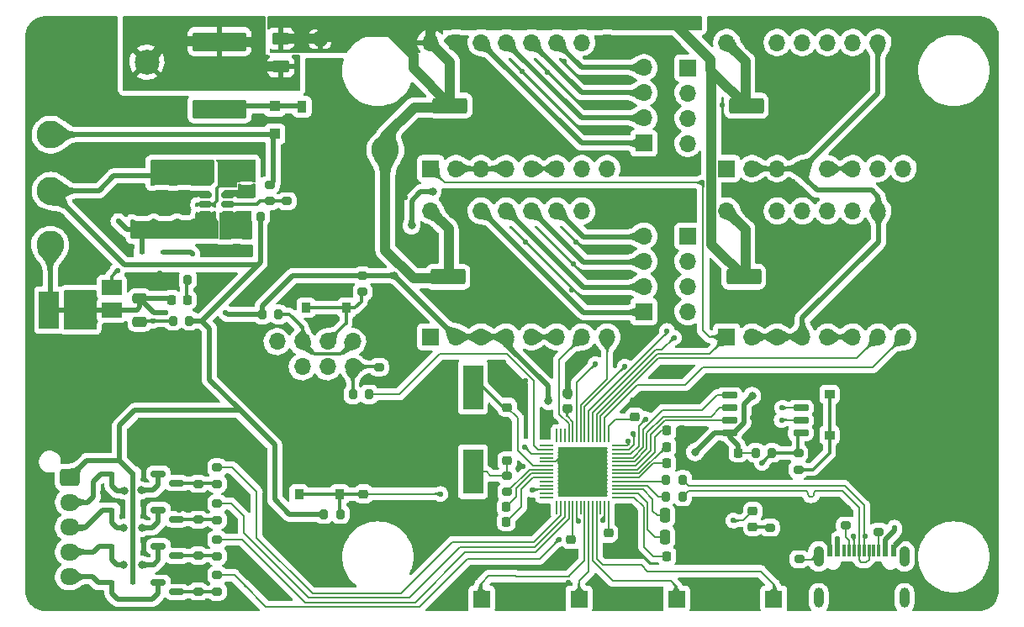
<source format=gbr>
%TF.GenerationSoftware,KiCad,Pcbnew,(6.0.2-0)*%
%TF.CreationDate,2022-05-18T10:29:48+02:00*%
%TF.ProjectId,Huge-Stepper-Driver,48756765-2d53-4746-9570-7065722d4472,rev?*%
%TF.SameCoordinates,Original*%
%TF.FileFunction,Copper,L1,Top*%
%TF.FilePolarity,Positive*%
%FSLAX46Y46*%
G04 Gerber Fmt 4.6, Leading zero omitted, Abs format (unit mm)*
G04 Created by KiCad (PCBNEW (6.0.2-0)) date 2022-05-18 10:29:48*
%MOMM*%
%LPD*%
G01*
G04 APERTURE LIST*
G04 Aperture macros list*
%AMRoundRect*
0 Rectangle with rounded corners*
0 $1 Rounding radius*
0 $2 $3 $4 $5 $6 $7 $8 $9 X,Y pos of 4 corners*
0 Add a 4 corners polygon primitive as box body*
4,1,4,$2,$3,$4,$5,$6,$7,$8,$9,$2,$3,0*
0 Add four circle primitives for the rounded corners*
1,1,$1+$1,$2,$3*
1,1,$1+$1,$4,$5*
1,1,$1+$1,$6,$7*
1,1,$1+$1,$8,$9*
0 Add four rect primitives between the rounded corners*
20,1,$1+$1,$2,$3,$4,$5,0*
20,1,$1+$1,$4,$5,$6,$7,0*
20,1,$1+$1,$6,$7,$8,$9,0*
20,1,$1+$1,$8,$9,$2,$3,0*%
G04 Aperture macros list end*
%TA.AperFunction,ComponentPad*%
%ADD10R,1.700000X1.700000*%
%TD*%
%TA.AperFunction,ComponentPad*%
%ADD11O,1.700000X1.700000*%
%TD*%
%TA.AperFunction,SMDPad,CuDef*%
%ADD12RoundRect,0.150000X0.587500X0.150000X-0.587500X0.150000X-0.587500X-0.150000X0.587500X-0.150000X0*%
%TD*%
%TA.AperFunction,SMDPad,CuDef*%
%ADD13RoundRect,0.250000X0.475000X-0.250000X0.475000X0.250000X-0.475000X0.250000X-0.475000X-0.250000X0*%
%TD*%
%TA.AperFunction,SMDPad,CuDef*%
%ADD14RoundRect,0.250000X-1.500000X-0.550000X1.500000X-0.550000X1.500000X0.550000X-1.500000X0.550000X0*%
%TD*%
%TA.AperFunction,SMDPad,CuDef*%
%ADD15R,0.600000X0.450000*%
%TD*%
%TA.AperFunction,ComponentPad*%
%ADD16R,2.500000X2.500000*%
%TD*%
%TA.AperFunction,ComponentPad*%
%ADD17C,2.500000*%
%TD*%
%TA.AperFunction,SMDPad,CuDef*%
%ADD18RoundRect,0.200000X-0.275000X0.200000X-0.275000X-0.200000X0.275000X-0.200000X0.275000X0.200000X0*%
%TD*%
%TA.AperFunction,ComponentPad*%
%ADD19C,2.800000*%
%TD*%
%TA.AperFunction,SMDPad,CuDef*%
%ADD20R,2.000000X4.500000*%
%TD*%
%TA.AperFunction,SMDPad,CuDef*%
%ADD21RoundRect,0.250000X0.625000X-0.375000X0.625000X0.375000X-0.625000X0.375000X-0.625000X-0.375000X0*%
%TD*%
%TA.AperFunction,SMDPad,CuDef*%
%ADD22RoundRect,0.225000X0.225000X0.250000X-0.225000X0.250000X-0.225000X-0.250000X0.225000X-0.250000X0*%
%TD*%
%TA.AperFunction,SMDPad,CuDef*%
%ADD23RoundRect,0.200000X0.200000X0.275000X-0.200000X0.275000X-0.200000X-0.275000X0.200000X-0.275000X0*%
%TD*%
%TA.AperFunction,SMDPad,CuDef*%
%ADD24RoundRect,0.200000X0.275000X-0.200000X0.275000X0.200000X-0.275000X0.200000X-0.275000X-0.200000X0*%
%TD*%
%TA.AperFunction,SMDPad,CuDef*%
%ADD25RoundRect,0.150000X-0.512500X-0.150000X0.512500X-0.150000X0.512500X0.150000X-0.512500X0.150000X0*%
%TD*%
%TA.AperFunction,SMDPad,CuDef*%
%ADD26R,0.900000X1.000000*%
%TD*%
%TA.AperFunction,SMDPad,CuDef*%
%ADD27RoundRect,0.218750X0.256250X-0.218750X0.256250X0.218750X-0.256250X0.218750X-0.256250X-0.218750X0*%
%TD*%
%TA.AperFunction,SMDPad,CuDef*%
%ADD28RoundRect,0.250000X-0.250000X-0.475000X0.250000X-0.475000X0.250000X0.475000X-0.250000X0.475000X0*%
%TD*%
%TA.AperFunction,SMDPad,CuDef*%
%ADD29R,1.200000X0.900000*%
%TD*%
%TA.AperFunction,SMDPad,CuDef*%
%ADD30RoundRect,0.250000X2.475000X-0.712500X2.475000X0.712500X-2.475000X0.712500X-2.475000X-0.712500X0*%
%TD*%
%TA.AperFunction,SMDPad,CuDef*%
%ADD31RoundRect,0.225000X0.250000X-0.225000X0.250000X0.225000X-0.250000X0.225000X-0.250000X-0.225000X0*%
%TD*%
%TA.AperFunction,SMDPad,CuDef*%
%ADD32RoundRect,0.225000X-0.225000X-0.250000X0.225000X-0.250000X0.225000X0.250000X-0.225000X0.250000X0*%
%TD*%
%TA.AperFunction,SMDPad,CuDef*%
%ADD33RoundRect,0.050000X-0.050000X0.587500X-0.050000X-0.587500X0.050000X-0.587500X0.050000X0.587500X0*%
%TD*%
%TA.AperFunction,SMDPad,CuDef*%
%ADD34RoundRect,0.050000X-0.587500X-0.050000X0.587500X-0.050000X0.587500X0.050000X-0.587500X0.050000X0*%
%TD*%
%TA.AperFunction,SMDPad,CuDef*%
%ADD35RoundRect,0.050000X0.050000X-0.587500X0.050000X0.587500X-0.050000X0.587500X-0.050000X-0.587500X0*%
%TD*%
%TA.AperFunction,SMDPad,CuDef*%
%ADD36RoundRect,0.050000X0.587500X0.050000X-0.587500X0.050000X-0.587500X-0.050000X0.587500X-0.050000X0*%
%TD*%
%TA.AperFunction,SMDPad,CuDef*%
%ADD37RoundRect,0.155000X-1.395000X1.395000X-1.395000X-1.395000X1.395000X-1.395000X1.395000X1.395000X0*%
%TD*%
%TA.AperFunction,SMDPad,CuDef*%
%ADD38RoundRect,0.200000X-0.200000X-0.275000X0.200000X-0.275000X0.200000X0.275000X-0.200000X0.275000X0*%
%TD*%
%TA.AperFunction,SMDPad,CuDef*%
%ADD39RoundRect,0.250000X-0.475000X0.250000X-0.475000X-0.250000X0.475000X-0.250000X0.475000X0.250000X0*%
%TD*%
%TA.AperFunction,SMDPad,CuDef*%
%ADD40R,1.000000X0.900000*%
%TD*%
%TA.AperFunction,SMDPad,CuDef*%
%ADD41RoundRect,0.225000X-0.250000X0.225000X-0.250000X-0.225000X0.250000X-0.225000X0.250000X0.225000X0*%
%TD*%
%TA.AperFunction,SMDPad,CuDef*%
%ADD42R,0.600000X1.150000*%
%TD*%
%TA.AperFunction,SMDPad,CuDef*%
%ADD43R,0.300000X1.150000*%
%TD*%
%TA.AperFunction,SMDPad,CuDef*%
%ADD44R,0.600000X0.900000*%
%TD*%
%TA.AperFunction,ComponentPad*%
%ADD45O,1.050000X2.100000*%
%TD*%
%TA.AperFunction,ComponentPad*%
%ADD46O,1.000000X2.000000*%
%TD*%
%TA.AperFunction,SMDPad,CuDef*%
%ADD47RoundRect,0.225000X0.225000X0.825000X-0.225000X0.825000X-0.225000X-0.825000X0.225000X-0.825000X0*%
%TD*%
%TA.AperFunction,SMDPad,CuDef*%
%ADD48RoundRect,0.150000X0.650000X0.150000X-0.650000X0.150000X-0.650000X-0.150000X0.650000X-0.150000X0*%
%TD*%
%TA.AperFunction,SMDPad,CuDef*%
%ADD49R,1.100000X1.100000*%
%TD*%
%TA.AperFunction,SMDPad,CuDef*%
%ADD50R,2.000000X1.500000*%
%TD*%
%TA.AperFunction,SMDPad,CuDef*%
%ADD51R,2.000000X3.800000*%
%TD*%
%TA.AperFunction,SMDPad,CuDef*%
%ADD52RoundRect,0.218750X0.218750X0.256250X-0.218750X0.256250X-0.218750X-0.256250X0.218750X-0.256250X0*%
%TD*%
%TA.AperFunction,ComponentPad*%
%ADD53RoundRect,0.250000X-0.725000X0.600000X-0.725000X-0.600000X0.725000X-0.600000X0.725000X0.600000X0*%
%TD*%
%TA.AperFunction,ComponentPad*%
%ADD54O,1.950000X1.700000*%
%TD*%
%TA.AperFunction,SMDPad,CuDef*%
%ADD55R,0.900000X1.200000*%
%TD*%
%TA.AperFunction,ViaPad*%
%ADD56C,0.550000*%
%TD*%
%TA.AperFunction,ViaPad*%
%ADD57C,0.800000*%
%TD*%
%TA.AperFunction,Conductor*%
%ADD58C,0.500000*%
%TD*%
%TA.AperFunction,Conductor*%
%ADD59C,0.300000*%
%TD*%
%TA.AperFunction,Conductor*%
%ADD60C,0.200000*%
%TD*%
%TA.AperFunction,Conductor*%
%ADD61C,1.000000*%
%TD*%
%TA.AperFunction,Conductor*%
%ADD62C,1.500000*%
%TD*%
G04 APERTURE END LIST*
D10*
%TO.P,U5,1,~{ENABLE}*%
%TO.N,/MCU/EN_MOTOR*%
X131317500Y-91871800D03*
D11*
%TO.P,U5,2,MS1*%
%TO.N,+3V3*%
X133857500Y-91871800D03*
%TO.P,U5,3,MS2*%
X136397500Y-91871800D03*
%TO.P,U5,4,MS3*%
X138937500Y-91871800D03*
%TO.P,U5,5,~{RST}*%
%TO.N,Net-(U5-Pad5)*%
X141477500Y-91871800D03*
%TO.P,U5,6,~{SLEEP}*%
X144017500Y-91871800D03*
%TO.P,U5,7,STEP*%
%TO.N,/MCU/STEP_A*%
X146557500Y-91871800D03*
%TO.P,U5,8,DIR*%
%TO.N,/MCU/DIR_A*%
X149097500Y-91871800D03*
%TO.P,U5,9,GND*%
%TO.N,GND*%
X149097500Y-79171800D03*
%TO.P,U5,10,VDD*%
%TO.N,+3V3*%
X146557500Y-79171800D03*
%TO.P,U5,11,1B*%
%TO.N,/Bipolar Drivers/MA_1B*%
X144017500Y-79171800D03*
%TO.P,U5,12,1A*%
%TO.N,/Bipolar Drivers/MA_1A*%
X141477500Y-79171800D03*
%TO.P,U5,13,2A*%
%TO.N,/Bipolar Drivers/MA_2A*%
X138937500Y-79171800D03*
%TO.P,U5,14,2B*%
%TO.N,/Bipolar Drivers/MA_2B*%
X136397500Y-79171800D03*
%TO.P,U5,15,GND*%
%TO.N,GND*%
X133857500Y-79171800D03*
%TO.P,U5,16,VMOT*%
%TO.N,+12V*%
X131317500Y-79171800D03*
%TD*%
D12*
%TO.P,Q8,1,G*%
%TO.N,Net-(Q8-Pad1)*%
X105772900Y-134530000D03*
%TO.P,Q8,2,S*%
%TO.N,GND*%
X105772900Y-132630000D03*
%TO.P,Q8,3,D*%
%TO.N,/Unipolar Driver /M1_OUT4*%
X103897900Y-133580000D03*
%TD*%
D13*
%TO.P,C2,1*%
%TO.N,/Power Management/SW_VIN*%
X104571200Y-98040200D03*
%TO.P,C2,2*%
%TO.N,GND*%
X104571200Y-96140200D03*
%TD*%
D10*
%TO.P,J4,1,Pin_1*%
%TO.N,/Bipolar Drivers/LS1*%
X136460000Y-135240000D03*
D11*
%TO.P,J4,2,Pin_2*%
%TO.N,GND*%
X133920000Y-135240000D03*
%TD*%
D14*
%TO.P,C25,1*%
%TO.N,+12V*%
X133267800Y-85521800D03*
%TO.P,C25,2*%
%TO.N,GND*%
X138867800Y-85521800D03*
%TD*%
D15*
%TO.P,D4,1,K*%
%TO.N,/Power Management/SW_VIN*%
X102250000Y-100310000D03*
%TO.P,D4,2,A*%
%TO.N,/Power Management/VBUS*%
X104350000Y-100310000D03*
%TD*%
D16*
%TO.P,J1,1,Pin_1*%
%TO.N,GND*%
X97750000Y-81150000D03*
D17*
%TO.P,J1,2,Pin_2*%
%TO.N,/Power Management/12V_IN*%
X102750000Y-81150000D03*
%TD*%
D18*
%TO.P,R37,1*%
%TO.N,/MCU/ME_W22*%
X109817600Y-132842400D03*
%TO.P,R37,2*%
%TO.N,Net-(Q8-Pad1)*%
X109817600Y-134492400D03*
%TD*%
D13*
%TO.P,C1,1*%
%TO.N,/Power Management/SW_VIN*%
X102271200Y-98040200D03*
%TO.P,C1,2*%
%TO.N,GND*%
X102271200Y-96140200D03*
%TD*%
D19*
%TO.P,TP4,1,1*%
%TO.N,+3V3*%
X93000000Y-99560000D03*
%TD*%
D20*
%TO.P,Y1,1,1*%
%TO.N,/MCU/XIN*%
X135580000Y-113910000D03*
%TO.P,Y1,2,2*%
%TO.N,/MCU/iXOUT*%
X135580000Y-122410000D03*
%TD*%
D21*
%TO.P,F2,1*%
%TO.N,/Power Management/12V_IN*%
X116230400Y-81584800D03*
%TO.P,F2,2*%
%TO.N,+12V*%
X116230400Y-78784800D03*
%TD*%
D22*
%TO.P,C12,1*%
%TO.N,+1V1*%
X138935000Y-127440000D03*
%TO.P,C12,2*%
%TO.N,GND*%
X137385000Y-127440000D03*
%TD*%
D23*
%TO.P,R7,1*%
%TO.N,/Power Management/iLED_3V3*%
X106871800Y-103082000D03*
%TO.P,R7,2*%
%TO.N,GND*%
X105221800Y-103082000D03*
%TD*%
D18*
%TO.P,R13,1*%
%TO.N,/MCU/iXOUT*%
X139020000Y-122795000D03*
%TO.P,R13,2*%
%TO.N,/MCU/XOUT*%
X139020000Y-124445000D03*
%TD*%
D24*
%TO.P,R20,1*%
%TO.N,Net-(D6-Pad1)*%
X165500000Y-128035000D03*
%TO.P,R20,2*%
%TO.N,GND*%
X165500000Y-126385000D03*
%TD*%
D25*
%TO.P,U1,1,GND*%
%TO.N,GND*%
X108593700Y-94543800D03*
%TO.P,U1,2,SW*%
%TO.N,/Power Management/SW_NODE*%
X108593700Y-95493800D03*
%TO.P,U1,3,VIN*%
%TO.N,/Power Management/SW_VIN*%
X108593700Y-96443800D03*
%TO.P,U1,4,VFB*%
%TO.N,/Power Management/SW_FB*%
X110868700Y-96443800D03*
%TO.P,U1,5,EN*%
%TO.N,/Power Management/SW_EN*%
X110868700Y-95493800D03*
%TO.P,U1,6,VBST*%
%TO.N,/Power Management/SW_BST*%
X110868700Y-94543800D03*
%TD*%
D24*
%TO.P,R2,1*%
%TO.N,Net-(J2-PadA5)*%
X173130000Y-127845000D03*
%TO.P,R2,2*%
%TO.N,GND*%
X173130000Y-126195000D03*
%TD*%
D26*
%TO.P,SW2,1,1*%
%TO.N,/MCU/~{RESET}*%
X118053000Y-124672600D03*
X122153000Y-124672600D03*
%TO.P,SW2,2,2*%
%TO.N,GND*%
X122153000Y-123072600D03*
X118053000Y-123072600D03*
%TD*%
D27*
%TO.P,D6,1,K*%
%TO.N,Net-(D6-Pad1)*%
X163770000Y-127957500D03*
%TO.P,D6,2,A*%
%TO.N,Net-(D6-Pad2)*%
X163770000Y-126382500D03*
%TD*%
D24*
%TO.P,R6,1*%
%TO.N,GND*%
X111767400Y-99830200D03*
%TO.P,R6,2*%
%TO.N,/Power Management/SW_FB*%
X111767400Y-98180200D03*
%TD*%
D28*
%TO.P,C10,1*%
%TO.N,+1V1*%
X154921400Y-126825058D03*
%TO.P,C10,2*%
%TO.N,GND*%
X156821400Y-126825058D03*
%TD*%
D29*
%TO.P,D2,1,A1*%
%TO.N,+12V*%
X120167400Y-78842600D03*
%TO.P,D2,2,A2*%
%TO.N,GND*%
X120167400Y-82142600D03*
%TD*%
D30*
%TO.P,F1,1*%
%TO.N,/Power Management/12V_Post_PPTC*%
X110058200Y-85861300D03*
%TO.P,F1,2*%
%TO.N,/Power Management/12V_IN*%
X110058200Y-79086300D03*
%TD*%
D15*
%TO.P,D9,1,K*%
%TO.N,+5V*%
X101338800Y-129947800D03*
%TO.P,D9,2,A*%
%TO.N,/Unipolar Driver /M1_OUT3*%
X99238800Y-129947800D03*
%TD*%
D31*
%TO.P,C3,1*%
%TO.N,/Power Management/SW_VIN*%
X106647400Y-97661600D03*
%TO.P,C3,2*%
%TO.N,GND*%
X106647400Y-96111600D03*
%TD*%
D32*
%TO.P,C14,1*%
%TO.N,+3V3*%
X155106400Y-130909229D03*
%TO.P,C14,2*%
%TO.N,GND*%
X156656400Y-130909229D03*
%TD*%
%TO.P,C11,1*%
%TO.N,+1V1*%
X155096400Y-118254200D03*
%TO.P,C11,2*%
%TO.N,GND*%
X156646400Y-118254200D03*
%TD*%
D33*
%TO.P,U3,1,IOVDD*%
%TO.N,+3V3*%
X149230000Y-118765900D03*
%TO.P,U3,2,GPIO0*%
%TO.N,/MCU/DIR_D*%
X148830000Y-118765900D03*
%TO.P,U3,3,GPIO1*%
%TO.N,/MCU/STEP_D*%
X148430000Y-118765900D03*
%TO.P,U3,4,GPIO2*%
%TO.N,/MCU/EN_MOTOR*%
X148030000Y-118765900D03*
%TO.P,U3,5,GPIO3*%
%TO.N,/MCU/DIR_C*%
X147630000Y-118765900D03*
%TO.P,U3,6,GPIO4*%
%TO.N,/MCU/STEP_C*%
X147230000Y-118765900D03*
%TO.P,U3,7,GPIO5*%
%TO.N,/MCU/DIR_A*%
X146830000Y-118765900D03*
%TO.P,U3,8,GPIO6*%
%TO.N,/MCU/DIR_B*%
X146430000Y-118765900D03*
%TO.P,U3,9,GPIO7*%
%TO.N,/MCU/STEP_A*%
X146030000Y-118765900D03*
%TO.P,U3,10,IOVDD*%
%TO.N,+3V3*%
X145630000Y-118765900D03*
%TO.P,U3,11,GPIO8*%
%TO.N,/MCU/STEP_B*%
X145230000Y-118765900D03*
%TO.P,U3,12,GPIO9*%
%TO.N,unconnected-(U3-Pad12)*%
X144830000Y-118765900D03*
%TO.P,U3,13,GPIO10*%
%TO.N,unconnected-(U3-Pad13)*%
X144430000Y-118765900D03*
%TO.P,U3,14,GPIO11*%
%TO.N,unconnected-(U3-Pad14)*%
X144030000Y-118765900D03*
D34*
%TO.P,U3,15,GPIO12*%
%TO.N,unconnected-(U3-Pad15)*%
X142992500Y-119803400D03*
%TO.P,U3,16,GPIO13*%
%TO.N,/MCU/MCU_UART0_TX*%
X142992500Y-120203400D03*
%TO.P,U3,17,GPIO14*%
%TO.N,/MCU/MCU_UART0_RX*%
X142992500Y-120603400D03*
%TO.P,U3,18,GPIO15*%
%TO.N,unconnected-(U3-Pad18)*%
X142992500Y-121003400D03*
%TO.P,U3,19,TESTEN*%
%TO.N,GND*%
X142992500Y-121403400D03*
%TO.P,U3,20,XIN*%
%TO.N,/MCU/XIN*%
X142992500Y-121803400D03*
%TO.P,U3,21,XOUT*%
%TO.N,/MCU/XOUT*%
X142992500Y-122203400D03*
%TO.P,U3,22,IOVDD*%
%TO.N,+3V3*%
X142992500Y-122603400D03*
%TO.P,U3,23,DVDD*%
%TO.N,+1V1*%
X142992500Y-123003400D03*
%TO.P,U3,24,SWCLK*%
%TO.N,unconnected-(U3-Pad24)*%
X142992500Y-123403400D03*
%TO.P,U3,25,SWDIO*%
%TO.N,unconnected-(U3-Pad25)*%
X142992500Y-123803400D03*
%TO.P,U3,26,RUN*%
%TO.N,/MCU/~{RESET}*%
X142992500Y-124203400D03*
%TO.P,U3,27,GPIO16*%
%TO.N,unconnected-(U3-Pad27)*%
X142992500Y-124603400D03*
%TO.P,U3,28,GPIO17*%
%TO.N,unconnected-(U3-Pad28)*%
X142992500Y-125003400D03*
D35*
%TO.P,U3,29,GPIO18*%
%TO.N,unconnected-(U3-Pad29)*%
X144030000Y-126040900D03*
%TO.P,U3,30,GPIO19*%
%TO.N,/MCU/ME_W11*%
X144430000Y-126040900D03*
%TO.P,U3,31,GPIO20*%
%TO.N,/MCU/ME_W12*%
X144830000Y-126040900D03*
%TO.P,U3,32,GPIO21*%
%TO.N,/MCU/ME_W21*%
X145230000Y-126040900D03*
%TO.P,U3,33,IOVDD*%
%TO.N,+3V3*%
X145630000Y-126040900D03*
%TO.P,U3,34,GPIO22*%
%TO.N,/MCU/ME_W22*%
X146030000Y-126040900D03*
%TO.P,U3,35,GPIO23*%
%TO.N,unconnected-(U3-Pad35)*%
X146430000Y-126040900D03*
%TO.P,U3,36,GPIO24*%
%TO.N,/Bipolar Drivers/LS1*%
X146830000Y-126040900D03*
%TO.P,U3,37,GPIO25*%
%TO.N,/Bipolar Drivers/LS2*%
X147230000Y-126040900D03*
%TO.P,U3,38,GPIO26/ADC0*%
%TO.N,/Bipolar Drivers/LS3*%
X147630000Y-126040900D03*
%TO.P,U3,39,GPIO27/ADC1*%
%TO.N,/Bipolar Drivers/LS4*%
X148030000Y-126040900D03*
%TO.P,U3,40,GPIO28/ADC2*%
%TO.N,unconnected-(U3-Pad40)*%
X148430000Y-126040900D03*
%TO.P,U3,41,GPIO29/ADC3*%
%TO.N,Net-(D6-Pad2)*%
X148830000Y-126040900D03*
%TO.P,U3,42,IOVDD*%
%TO.N,+3V3*%
X149230000Y-126040900D03*
D36*
%TO.P,U3,43,ADC_AVDD*%
X150267500Y-125003400D03*
%TO.P,U3,44,VREG_VIN*%
X150267500Y-124603400D03*
%TO.P,U3,45,VREG_VOUT*%
%TO.N,+1V1*%
X150267500Y-124203400D03*
%TO.P,U3,46,USB_DM*%
%TO.N,/MCU/iUSB_D-*%
X150267500Y-123803400D03*
%TO.P,U3,47,USB_DP*%
%TO.N,/MCU/iUSB_D+*%
X150267500Y-123403400D03*
%TO.P,U3,48,USB_VDD*%
%TO.N,+3V3*%
X150267500Y-123003400D03*
%TO.P,U3,49,IOVDD*%
X150267500Y-122603400D03*
%TO.P,U3,50,DVDD*%
%TO.N,+1V1*%
X150267500Y-122203400D03*
%TO.P,U3,51,QSPI_SD3*%
%TO.N,/MCU/FLASH_D3*%
X150267500Y-121803400D03*
%TO.P,U3,52,QSPI_SCLK*%
%TO.N,/MCU/FLASH_CLK*%
X150267500Y-121403400D03*
%TO.P,U3,53,QSPI_SD0*%
%TO.N,/MCU/FLASH_D0*%
X150267500Y-121003400D03*
%TO.P,U3,54,QSPI_SD2*%
%TO.N,/MCU/FLASH_D2*%
X150267500Y-120603400D03*
%TO.P,U3,55,QSPI_SD1*%
%TO.N,/MCU/FLASH_D1*%
X150267500Y-120203400D03*
%TO.P,U3,56,QSPI_SS_N*%
%TO.N,/MCU/~{FLASH_CS}*%
X150267500Y-119803400D03*
D37*
%TO.P,U3,57,GND*%
%TO.N,GND*%
X146630000Y-122403400D03*
%TD*%
D10*
%TO.P,J6,1,Pin_1*%
%TO.N,/Bipolar Drivers/LS3*%
X156069840Y-135240000D03*
D11*
%TO.P,J6,2,Pin_2*%
%TO.N,GND*%
X153529840Y-135240000D03*
%TD*%
D10*
%TO.P,J14,1,Pin_1*%
%TO.N,/Bipolar Drivers/MD_2B*%
X157227500Y-98680000D03*
D11*
%TO.P,J14,2,Pin_2*%
%TO.N,/Bipolar Drivers/MD_2A*%
X157227500Y-101220000D03*
%TO.P,J14,3,Pin_3*%
%TO.N,/Bipolar Drivers/MD_1A*%
X157227500Y-103760000D03*
%TO.P,J14,4,Pin_4*%
%TO.N,/Bipolar Drivers/MD_1B*%
X157227500Y-106300000D03*
%TD*%
D18*
%TO.P,R35,1*%
%TO.N,/MCU/ME_W12*%
X109817600Y-125629066D03*
%TO.P,R35,2*%
%TO.N,Net-(Q6-Pad1)*%
X109817600Y-127279066D03*
%TD*%
D32*
%TO.P,C13,1*%
%TO.N,+3V3*%
X155096400Y-121582545D03*
%TO.P,C13,2*%
%TO.N,GND*%
X156646400Y-121582545D03*
%TD*%
D28*
%TO.P,C9,1*%
%TO.N,+3V3*%
X154921400Y-128989229D03*
%TO.P,C9,2*%
%TO.N,GND*%
X156821400Y-128989229D03*
%TD*%
D15*
%TO.P,D7,1,K*%
%TO.N,+5V*%
X101338800Y-122632600D03*
%TO.P,D7,2,A*%
%TO.N,/Unipolar Driver /M1_OUT1*%
X99238800Y-122632600D03*
%TD*%
D38*
%TO.P,R10,1*%
%TO.N,+5V*%
X120590000Y-126680000D03*
%TO.P,R10,2*%
%TO.N,/MCU/~{RESET}*%
X122240000Y-126680000D03*
%TD*%
D39*
%TO.P,C7,1*%
%TO.N,Net-(C7-Pad1)*%
X102020400Y-107288200D03*
%TO.P,C7,2*%
%TO.N,GND*%
X102020400Y-109188200D03*
%TD*%
D15*
%TO.P,D8,1,K*%
%TO.N,+5V*%
X101338800Y-126290200D03*
%TO.P,D8,2,A*%
%TO.N,/Unipolar Driver /M1_OUT2*%
X99238800Y-126290200D03*
%TD*%
%TO.P,D10,1,K*%
%TO.N,+5V*%
X101338800Y-133605400D03*
%TO.P,D10,2,A*%
%TO.N,/Unipolar Driver /M1_OUT4*%
X99238800Y-133605400D03*
%TD*%
D12*
%TO.P,Q6,1,G*%
%TO.N,Net-(Q6-Pad1)*%
X105772900Y-127214800D03*
%TO.P,Q6,2,S*%
%TO.N,GND*%
X105772900Y-125314800D03*
%TO.P,Q6,3,D*%
%TO.N,/Unipolar Driver /M1_OUT2*%
X103897900Y-126264800D03*
%TD*%
D24*
%TO.P,R1,1*%
%TO.N,Net-(J2-PadS1)*%
X168440000Y-131235000D03*
%TO.P,R1,2*%
%TO.N,GND*%
X168440000Y-129585000D03*
%TD*%
D31*
%TO.P,C19,1*%
%TO.N,+3V3*%
X145110000Y-116045000D03*
%TO.P,C19,2*%
%TO.N,GND*%
X145110000Y-114495000D03*
%TD*%
D18*
%TO.P,R4,1*%
%TO.N,/Power Management/SW_VIN*%
X115120000Y-93515000D03*
%TO.P,R4,2*%
%TO.N,/Power Management/SW_EN*%
X115120000Y-95165000D03*
%TD*%
D23*
%TO.P,R5,1*%
%TO.N,+5V*%
X114207400Y-96700200D03*
%TO.P,R5,2*%
%TO.N,/Power Management/SW_FB*%
X112557400Y-96700200D03*
%TD*%
D40*
%TO.P,SW1,1,1*%
%TO.N,/MCU/~{USB_BOOT}*%
X171482600Y-114613800D03*
X171482600Y-118713800D03*
%TO.P,SW1,2,2*%
%TO.N,GND*%
X173082600Y-114613800D03*
X173082600Y-118713800D03*
%TD*%
D41*
%TO.P,C18,1*%
%TO.N,+3V3*%
X145470000Y-129255000D03*
%TO.P,C18,2*%
%TO.N,GND*%
X145470000Y-130805000D03*
%TD*%
D39*
%TO.P,C5,1*%
%TO.N,+5V*%
X104237400Y-92620200D03*
%TO.P,C5,2*%
%TO.N,GND*%
X104237400Y-94520200D03*
%TD*%
D31*
%TO.P,C21,1*%
%TO.N,/MCU/XIN*%
X139040000Y-115930000D03*
%TO.P,C21,2*%
%TO.N,GND*%
X139040000Y-114380000D03*
%TD*%
D41*
%TO.P,C16,1*%
%TO.N,+3V3*%
X149221400Y-128605000D03*
%TO.P,C16,2*%
%TO.N,GND*%
X149221400Y-130155000D03*
%TD*%
D42*
%TO.P,J2,A1,GND*%
%TO.N,GND*%
X171510000Y-130365000D03*
%TO.P,J2,A4,VBUS*%
%TO.N,/Power Management/VBUS*%
X172310000Y-130365000D03*
D43*
%TO.P,J2,A5,CC1*%
%TO.N,Net-(J2-PadA5)*%
X173460000Y-130365000D03*
%TO.P,J2,A6,D+*%
%TO.N,/MCU/USB_D-*%
X174460000Y-130365000D03*
%TO.P,J2,A7,D-*%
%TO.N,/MCU/USB_D+*%
X174960000Y-130365000D03*
%TO.P,J2,A8,SBU1*%
%TO.N,unconnected-(J2-PadA8)*%
X175960000Y-130365000D03*
D44*
%TO.P,J2,A9,VBUS*%
%TO.N,/Power Management/VBUS*%
X177110000Y-130490000D03*
%TO.P,J2,A12,GND*%
%TO.N,GND*%
X177910000Y-130490000D03*
D42*
%TO.P,J2,B1,GND*%
X177910000Y-130365000D03*
%TO.P,J2,B4,VBUS*%
%TO.N,/Power Management/VBUS*%
X177110000Y-130365000D03*
D43*
%TO.P,J2,B5,CC2*%
%TO.N,Net-(J2-PadB5)*%
X176460000Y-130365000D03*
%TO.P,J2,B6,D+*%
%TO.N,/MCU/USB_D-*%
X175460000Y-130365000D03*
%TO.P,J2,B7,D-*%
%TO.N,/MCU/USB_D+*%
X173960000Y-130365000D03*
%TO.P,J2,B8,SBU2*%
%TO.N,unconnected-(J2-PadB8)*%
X172960000Y-130365000D03*
D44*
%TO.P,J2,B9,VBUS*%
%TO.N,/Power Management/VBUS*%
X172310000Y-130365000D03*
%TO.P,J2,B12,GND*%
%TO.N,GND*%
X171510000Y-130490000D03*
D45*
%TO.P,J2,S1,SHIELD*%
%TO.N,Net-(J2-PadS1)*%
X170390000Y-130940000D03*
D46*
%TO.P,J2,S2*%
%TO.N,N/C*%
X170390000Y-135120000D03*
%TO.P,J2,S3*%
X179030000Y-135120000D03*
D45*
%TO.P,J2,S4*%
X179030000Y-130940000D03*
%TD*%
D23*
%TO.P,R15,1*%
%TO.N,/MCU/MCU_UART0_TX*%
X125125000Y-114630000D03*
%TO.P,R15,2*%
%TO.N,/MCU/ESP_RX*%
X123475000Y-114630000D03*
%TD*%
D31*
%TO.P,C20,1*%
%TO.N,+3V3*%
X151910000Y-116895000D03*
%TO.P,C20,2*%
%TO.N,GND*%
X151910000Y-115345000D03*
%TD*%
D10*
%TO.P,J5,1,Pin_1*%
%TO.N,/Bipolar Drivers/LS2*%
X146264920Y-135240000D03*
D11*
%TO.P,J5,2,Pin_2*%
%TO.N,GND*%
X143724920Y-135240000D03*
%TD*%
D47*
%TO.P,L1,1,1*%
%TO.N,/Power Management/SW_NODE*%
X110657400Y-92440200D03*
%TO.P,L1,2,2*%
%TO.N,+5V*%
X108957400Y-92440200D03*
%TD*%
D24*
%TO.P,R38,1*%
%TO.N,Net-(Q5-Pad1)*%
X107917600Y-123642400D03*
%TO.P,R38,2*%
%TO.N,GND*%
X107917600Y-121992400D03*
%TD*%
D26*
%TO.P,SW3,1,1*%
%TO.N,/MCU/ESP_RST*%
X118770000Y-105880000D03*
X122870000Y-105880000D03*
%TO.P,SW3,2,2*%
%TO.N,GND*%
X122870000Y-104280000D03*
X118770000Y-104280000D03*
%TD*%
D31*
%TO.P,C34,1*%
%TO.N,/MCU/~{RESET}*%
X124548000Y-124647600D03*
%TO.P,C34,2*%
%TO.N,GND*%
X124548000Y-123097600D03*
%TD*%
D19*
%TO.P,TP1,1,1*%
%TO.N,+12V*%
X126760000Y-89980000D03*
%TD*%
D24*
%TO.P,R39,1*%
%TO.N,Net-(Q6-Pad1)*%
X107917600Y-127249066D03*
%TO.P,R39,2*%
%TO.N,GND*%
X107917600Y-125599066D03*
%TD*%
D10*
%TO.P,J8,1,Pin_1*%
%TO.N,/Bipolar Drivers/MC_2B*%
X157227500Y-81721800D03*
D11*
%TO.P,J8,2,Pin_2*%
%TO.N,/Bipolar Drivers/MC_2A*%
X157227500Y-84261800D03*
%TO.P,J8,3,Pin_3*%
%TO.N,/Bipolar Drivers/MC_1A*%
X157227500Y-86801800D03*
%TO.P,J8,4,Pin_4*%
%TO.N,/Bipolar Drivers/MC_1B*%
X157227500Y-89341800D03*
%TD*%
D10*
%TO.P,J9,1,Pin_1*%
%TO.N,/Bipolar Drivers/LS4*%
X165874760Y-135240000D03*
D11*
%TO.P,J9,2,Pin_2*%
%TO.N,GND*%
X163334760Y-135240000D03*
%TD*%
D10*
%TO.P,U8,1,~{ENABLE}*%
%TO.N,/MCU/EN_MOTOR*%
X161134200Y-108830000D03*
D11*
%TO.P,U8,2,MS1*%
%TO.N,+3V3*%
X163674200Y-108830000D03*
%TO.P,U8,3,MS2*%
X166214200Y-108830000D03*
%TO.P,U8,4,MS3*%
X168754200Y-108830000D03*
%TO.P,U8,5,~{RST}*%
%TO.N,Net-(U8-Pad5)*%
X171294200Y-108830000D03*
%TO.P,U8,6,~{SLEEP}*%
X173834200Y-108830000D03*
%TO.P,U8,7,STEP*%
%TO.N,/MCU/STEP_D*%
X176374200Y-108830000D03*
%TO.P,U8,8,DIR*%
%TO.N,/MCU/DIR_D*%
X178914200Y-108830000D03*
%TO.P,U8,9,GND*%
%TO.N,GND*%
X178914200Y-96130000D03*
%TO.P,U8,10,VDD*%
%TO.N,+3V3*%
X176374200Y-96130000D03*
%TO.P,U8,11,1B*%
%TO.N,/Bipolar Drivers/MD_1B*%
X173834200Y-96130000D03*
%TO.P,U8,12,1A*%
%TO.N,/Bipolar Drivers/MD_1A*%
X171294200Y-96130000D03*
%TO.P,U8,13,2A*%
%TO.N,/Bipolar Drivers/MD_2A*%
X168754200Y-96130000D03*
%TO.P,U8,14,2B*%
%TO.N,/Bipolar Drivers/MD_2B*%
X166214200Y-96130000D03*
%TO.P,U8,15,GND*%
%TO.N,GND*%
X163674200Y-96130000D03*
%TO.P,U8,16,VMOT*%
%TO.N,+12V*%
X161134200Y-96130000D03*
%TD*%
D22*
%TO.P,C24,1*%
%TO.N,+3V3*%
X162285000Y-120490000D03*
%TO.P,C24,2*%
%TO.N,GND*%
X160735000Y-120490000D03*
%TD*%
D10*
%TO.P,U6,1,~{ENABLE}*%
%TO.N,/MCU/EN_MOTOR*%
X161134200Y-91871800D03*
D11*
%TO.P,U6,2,MS1*%
%TO.N,+3V3*%
X163674200Y-91871800D03*
%TO.P,U6,3,MS2*%
X166214200Y-91871800D03*
%TO.P,U6,4,MS3*%
X168754200Y-91871800D03*
%TO.P,U6,5,~{RST}*%
%TO.N,Net-(U6-Pad5)*%
X171294200Y-91871800D03*
%TO.P,U6,6,~{SLEEP}*%
X173834200Y-91871800D03*
%TO.P,U6,7,STEP*%
%TO.N,/MCU/STEP_C*%
X176374200Y-91871800D03*
%TO.P,U6,8,DIR*%
%TO.N,/MCU/DIR_C*%
X178914200Y-91871800D03*
%TO.P,U6,9,GND*%
%TO.N,GND*%
X178914200Y-79171800D03*
%TO.P,U6,10,VDD*%
%TO.N,+3V3*%
X176374200Y-79171800D03*
%TO.P,U6,11,1B*%
%TO.N,/Bipolar Drivers/MC_1B*%
X173834200Y-79171800D03*
%TO.P,U6,12,1A*%
%TO.N,/Bipolar Drivers/MC_1A*%
X171294200Y-79171800D03*
%TO.P,U6,13,2A*%
%TO.N,/Bipolar Drivers/MC_2A*%
X168754200Y-79171800D03*
%TO.P,U6,14,2B*%
%TO.N,/Bipolar Drivers/MC_2B*%
X166214200Y-79171800D03*
%TO.P,U6,15,GND*%
%TO.N,GND*%
X163674200Y-79171800D03*
%TO.P,U6,16,VMOT*%
%TO.N,+12V*%
X161134200Y-79171800D03*
%TD*%
D10*
%TO.P,J13,1,Pin_1*%
%TO.N,/Bipolar Drivers/MB_2B*%
X152790000Y-106280000D03*
D11*
%TO.P,J13,2,Pin_2*%
%TO.N,/Bipolar Drivers/MB_2A*%
X152790000Y-103740000D03*
%TO.P,J13,3,Pin_3*%
%TO.N,/Bipolar Drivers/MB_1A*%
X152790000Y-101200000D03*
%TO.P,J13,4,Pin_4*%
%TO.N,/Bipolar Drivers/MB_1B*%
X152790000Y-98660000D03*
%TD*%
D32*
%TO.P,C15,1*%
%TO.N,+3V3*%
X155096400Y-119918374D03*
%TO.P,C15,2*%
%TO.N,GND*%
X156646400Y-119918374D03*
%TD*%
D48*
%TO.P,U4,1,~{CS}*%
%TO.N,/MCU/~{FLASH_CS}*%
X168602600Y-118508800D03*
%TO.P,U4,2,DO(IO1)*%
%TO.N,/MCU/FLASH_D1*%
X168602600Y-117238800D03*
%TO.P,U4,3,IO2*%
%TO.N,/MCU/FLASH_D2*%
X168602600Y-115968800D03*
%TO.P,U4,4,GND*%
%TO.N,GND*%
X168602600Y-114698800D03*
%TO.P,U4,5,DI(IO0)*%
%TO.N,/MCU/FLASH_D0*%
X161402600Y-114698800D03*
%TO.P,U4,6,CLK*%
%TO.N,/MCU/FLASH_CLK*%
X161402600Y-115968800D03*
%TO.P,U4,7,IO3*%
%TO.N,/MCU/FLASH_D3*%
X161402600Y-117238800D03*
%TO.P,U4,8,VCC*%
%TO.N,+3V3*%
X161402600Y-118508800D03*
%TD*%
D19*
%TO.P,TP2,1,1*%
%TO.N,+5V*%
X93050000Y-94120000D03*
%TD*%
D10*
%TO.P,J7,1,Pin_1*%
%TO.N,/Bipolar Drivers/MA_2B*%
X152790000Y-89321800D03*
D11*
%TO.P,J7,2,Pin_2*%
%TO.N,/Bipolar Drivers/MA_2A*%
X152790000Y-86781800D03*
%TO.P,J7,3,Pin_3*%
%TO.N,/Bipolar Drivers/MA_1A*%
X152790000Y-84241800D03*
%TO.P,J7,4,Pin_4*%
%TO.N,/Bipolar Drivers/MA_1B*%
X152790000Y-81701800D03*
%TD*%
D49*
%TO.P,D3,1,K*%
%TO.N,/Power Management/SW_VIN*%
X115620800Y-88395000D03*
%TO.P,D3,2,A*%
%TO.N,/Power Management/12V_Post_PPTC*%
X115620800Y-85595000D03*
%TD*%
D10*
%TO.P,J3,1,Pin_1*%
%TO.N,GND*%
X115850000Y-111850000D03*
D11*
%TO.P,J3,2,Pin_2*%
%TO.N,/MCU/MCU_UART0_RX*%
X115850000Y-109310000D03*
%TO.P,J3,3,Pin_3*%
%TO.N,/MCU/ESP_IO2*%
X118390000Y-111850000D03*
%TO.P,J3,4,Pin_4*%
%TO.N,/MCU/EN*%
X118390000Y-109310000D03*
%TO.P,J3,5,Pin_5*%
%TO.N,/MCU/ESP_IO0*%
X120930000Y-111850000D03*
%TO.P,J3,6,Pin_6*%
%TO.N,/MCU/ESP_RST*%
X120930000Y-109310000D03*
%TO.P,J3,7,Pin_7*%
%TO.N,/MCU/ESP_RX*%
X123470000Y-111850000D03*
%TO.P,J3,8,Pin_8*%
%TO.N,/MCU/EN*%
X123470000Y-109310000D03*
%TD*%
D19*
%TO.P,TP3,1,1*%
%TO.N,/Power Management/SW_VIN*%
X93050000Y-88450000D03*
%TD*%
D24*
%TO.P,R14,1*%
%TO.N,/Power Management/SW_EN*%
X116830000Y-95155000D03*
%TO.P,R14,2*%
%TO.N,GND*%
X116830000Y-93505000D03*
%TD*%
D10*
%TO.P,U7,1,~{ENABLE}*%
%TO.N,/MCU/EN_MOTOR*%
X131317500Y-108830000D03*
D11*
%TO.P,U7,2,MS1*%
%TO.N,+3V3*%
X133857500Y-108830000D03*
%TO.P,U7,3,MS2*%
X136397500Y-108830000D03*
%TO.P,U7,4,MS3*%
X138937500Y-108830000D03*
%TO.P,U7,5,~{RST}*%
%TO.N,Net-(U7-Pad5)*%
X141477500Y-108830000D03*
%TO.P,U7,6,~{SLEEP}*%
X144017500Y-108830000D03*
%TO.P,U7,7,STEP*%
%TO.N,/MCU/STEP_B*%
X146557500Y-108830000D03*
%TO.P,U7,8,DIR*%
%TO.N,/MCU/DIR_B*%
X149097500Y-108830000D03*
%TO.P,U7,9,GND*%
%TO.N,GND*%
X149097500Y-96130000D03*
%TO.P,U7,10,VDD*%
%TO.N,+3V3*%
X146557500Y-96130000D03*
%TO.P,U7,11,1B*%
%TO.N,/Bipolar Drivers/MB_1B*%
X144017500Y-96130000D03*
%TO.P,U7,12,1A*%
%TO.N,/Bipolar Drivers/MB_1A*%
X141477500Y-96130000D03*
%TO.P,U7,13,2A*%
%TO.N,/Bipolar Drivers/MB_2A*%
X138937500Y-96130000D03*
%TO.P,U7,14,2B*%
%TO.N,/Bipolar Drivers/MB_2B*%
X136397500Y-96130000D03*
%TO.P,U7,15,GND*%
%TO.N,GND*%
X133857500Y-96130000D03*
%TO.P,U7,16,VMOT*%
%TO.N,+12V*%
X131317500Y-96130000D03*
%TD*%
D38*
%TO.P,R9,1*%
%TO.N,/MCU/iUSB_D-*%
X155046400Y-124910887D03*
%TO.P,R9,2*%
%TO.N,/MCU/USB_D-*%
X156696400Y-124910887D03*
%TD*%
D41*
%TO.P,C4,1*%
%TO.N,/Power Management/SW_NODE*%
X112747400Y-92565200D03*
%TO.P,C4,2*%
%TO.N,/Power Management/SW_BST*%
X112747400Y-94115200D03*
%TD*%
D18*
%TO.P,R34,1*%
%TO.N,/MCU/ME_W11*%
X109817600Y-121982400D03*
%TO.P,R34,2*%
%TO.N,Net-(Q5-Pad1)*%
X109817600Y-123632400D03*
%TD*%
%TO.P,R18,1*%
%TO.N,+3V3*%
X124460000Y-102640000D03*
%TO.P,R18,2*%
%TO.N,/MCU/ESP_RST*%
X124460000Y-104290000D03*
%TD*%
D39*
%TO.P,C6,1*%
%TO.N,+5V*%
X106487400Y-92620200D03*
%TO.P,C6,2*%
%TO.N,GND*%
X106487400Y-94520200D03*
%TD*%
D24*
%TO.P,R16,1*%
%TO.N,/MCU/ESP_RX*%
X126130000Y-111875000D03*
%TO.P,R16,2*%
%TO.N,GND*%
X126130000Y-110225000D03*
%TD*%
D14*
%TO.P,C26,1*%
%TO.N,+12V*%
X163110000Y-85550000D03*
%TO.P,C26,2*%
%TO.N,GND*%
X168710000Y-85550000D03*
%TD*%
D24*
%TO.P,R3,1*%
%TO.N,Net-(J2-PadB5)*%
X176440000Y-128465000D03*
%TO.P,R3,2*%
%TO.N,GND*%
X176440000Y-126815000D03*
%TD*%
D14*
%TO.P,C28,1*%
%TO.N,+12V*%
X162840000Y-102760000D03*
%TO.P,C28,2*%
%TO.N,GND*%
X168440000Y-102760000D03*
%TD*%
D18*
%TO.P,R36,1*%
%TO.N,/MCU/ME_W21*%
X109817600Y-129255732D03*
%TO.P,R36,2*%
%TO.N,Net-(Q7-Pad1)*%
X109817600Y-130905732D03*
%TD*%
D22*
%TO.P,C17,1*%
%TO.N,+3V3*%
X138935000Y-125966800D03*
%TO.P,C17,2*%
%TO.N,GND*%
X137385000Y-125966800D03*
%TD*%
D38*
%TO.P,R8,1*%
%TO.N,/MCU/iUSB_D+*%
X155046400Y-123246716D03*
%TO.P,R8,2*%
%TO.N,/MCU/USB_D+*%
X156696400Y-123246716D03*
%TD*%
D50*
%TO.P,U2,1,GND*%
%TO.N,GND*%
X99189200Y-108439000D03*
D51*
%TO.P,U2,2,VO*%
%TO.N,+3V3*%
X92889200Y-106139000D03*
D50*
X99189200Y-106139000D03*
%TO.P,U2,3,VI*%
%TO.N,Net-(C7-Pad1)*%
X99189200Y-103839000D03*
%TD*%
D38*
%TO.P,R17,1*%
%TO.N,+3V3*%
X114365000Y-106570000D03*
%TO.P,R17,2*%
%TO.N,/MCU/EN*%
X116015000Y-106570000D03*
%TD*%
D23*
%TO.P,R19,1*%
%TO.N,+5V*%
X107040000Y-107200000D03*
%TO.P,R19,2*%
%TO.N,Net-(C7-Pad1)*%
X105390000Y-107200000D03*
%TD*%
D52*
%TO.P,D5,1,K*%
%TO.N,/Power Management/iLED_3V3*%
X106834300Y-105088600D03*
%TO.P,D5,2,A*%
%TO.N,+3V3*%
X105259300Y-105088600D03*
%TD*%
D24*
%TO.P,R41,1*%
%TO.N,Net-(Q8-Pad1)*%
X107917600Y-134462400D03*
%TO.P,R41,2*%
%TO.N,GND*%
X107917600Y-132812400D03*
%TD*%
D14*
%TO.P,C27,1*%
%TO.N,+12V*%
X133060000Y-102780000D03*
%TO.P,C27,2*%
%TO.N,GND*%
X138660000Y-102780000D03*
%TD*%
D38*
%TO.P,R12,1*%
%TO.N,+3V3*%
X164063200Y-120515400D03*
%TO.P,R12,2*%
%TO.N,/MCU/~{FLASH_CS}*%
X165713200Y-120515400D03*
%TD*%
D53*
%TO.P,J21,1,Pin_1*%
%TO.N,+5V*%
X94972600Y-122992000D03*
D54*
%TO.P,J21,2,Pin_2*%
%TO.N,/Unipolar Driver /M1_OUT1*%
X94972600Y-125492000D03*
%TO.P,J21,3,Pin_3*%
%TO.N,/Unipolar Driver /M1_OUT2*%
X94972600Y-127992000D03*
%TO.P,J21,4,Pin_4*%
%TO.N,/Unipolar Driver /M1_OUT3*%
X94972600Y-130492000D03*
%TO.P,J21,5,Pin_5*%
%TO.N,/Unipolar Driver /M1_OUT4*%
X94972600Y-132992000D03*
%TD*%
D12*
%TO.P,Q7,1,G*%
%TO.N,Net-(Q7-Pad1)*%
X105772900Y-130872400D03*
%TO.P,Q7,2,S*%
%TO.N,GND*%
X105772900Y-128972400D03*
%TO.P,Q7,3,D*%
%TO.N,/Unipolar Driver /M1_OUT3*%
X103897900Y-129922400D03*
%TD*%
%TO.P,Q5,1,G*%
%TO.N,Net-(Q5-Pad1)*%
X105772900Y-123557200D03*
%TO.P,Q5,2,S*%
%TO.N,GND*%
X105772900Y-121657200D03*
%TO.P,Q5,3,D*%
%TO.N,/Unipolar Driver /M1_OUT1*%
X103897900Y-122607200D03*
%TD*%
D24*
%TO.P,R11,1*%
%TO.N,/MCU/~{USB_BOOT}*%
X168342600Y-122190800D03*
%TO.P,R11,2*%
%TO.N,/MCU/~{FLASH_CS}*%
X168342600Y-120540800D03*
%TD*%
%TO.P,R40,1*%
%TO.N,Net-(Q7-Pad1)*%
X107917600Y-130855732D03*
%TO.P,R40,2*%
%TO.N,GND*%
X107917600Y-129205732D03*
%TD*%
D31*
%TO.P,C22,1*%
%TO.N,/MCU/iXOUT*%
X139020000Y-121325000D03*
%TO.P,C22,2*%
%TO.N,GND*%
X139020000Y-119775000D03*
%TD*%
D13*
%TO.P,C8,1*%
%TO.N,+3V3*%
X102020400Y-104971800D03*
%TO.P,C8,2*%
%TO.N,GND*%
X102020400Y-103071800D03*
%TD*%
D55*
%TO.P,D1,1,A1*%
%TO.N,/Power Management/12V_Post_PPTC*%
X118365000Y-85640000D03*
%TO.P,D1,2,A2*%
%TO.N,GND*%
X121665000Y-85640000D03*
%TD*%
D56*
%TO.N,/Power Management/SW_VIN*%
X99870000Y-97150000D03*
%TO.N,GND*%
X130940000Y-88570000D03*
X101230000Y-94100000D03*
X179230000Y-83500000D03*
X142680000Y-105290000D03*
X140540000Y-82110000D03*
X177450000Y-113040000D03*
X180670000Y-116350000D03*
X137900000Y-113140000D03*
X102360000Y-112980000D03*
X128730000Y-94830000D03*
X140580000Y-121890000D03*
X103040000Y-117700000D03*
X104920000Y-110700000D03*
X144780000Y-81100000D03*
X140880000Y-99260000D03*
X106970000Y-128220000D03*
X121890000Y-93450000D03*
X130630000Y-116160000D03*
X145590000Y-112080000D03*
X134540000Y-88430000D03*
X145710000Y-101470000D03*
X148650000Y-120570000D03*
X144880000Y-120420000D03*
X145910000Y-99310000D03*
X93980000Y-113260000D03*
X149920000Y-99870000D03*
X130040000Y-84290000D03*
X154850000Y-79270000D03*
X145500000Y-104090000D03*
X149410000Y-82940000D03*
X107010000Y-132040000D03*
X122360000Y-117950000D03*
X132010000Y-127580000D03*
X149350000Y-104860000D03*
X184590000Y-97130000D03*
X142920000Y-88770000D03*
X161350000Y-122730000D03*
X124410000Y-86610000D03*
X185940000Y-89870000D03*
X160710000Y-85500000D03*
X123400000Y-98350000D03*
X148640000Y-124570000D03*
X142930000Y-117420000D03*
X91970000Y-131100000D03*
X137090000Y-83150000D03*
X96310000Y-116590000D03*
X161670000Y-129480000D03*
X121070000Y-83390000D03*
X155530000Y-112130000D03*
X97600000Y-96210000D03*
X121600000Y-90160000D03*
X177540000Y-87840000D03*
X168120000Y-88310000D03*
X154850000Y-91950000D03*
X110410000Y-100010000D03*
X179760000Y-128330000D03*
X120490000Y-107160000D03*
X151120000Y-128550000D03*
X120450000Y-130620000D03*
X118990000Y-89260000D03*
X176520000Y-121700000D03*
X148190000Y-88140000D03*
X104000000Y-102390000D03*
X107760000Y-120080000D03*
X183970000Y-123220000D03*
X176710000Y-101930000D03*
X110570000Y-112670000D03*
X145190000Y-133560000D03*
X128590000Y-120390000D03*
X97650000Y-101550000D03*
X163730000Y-117010000D03*
X140840000Y-113240000D03*
X127000000Y-106230000D03*
X116750000Y-129530000D03*
X147970000Y-85430000D03*
X105980000Y-126250000D03*
X117630000Y-119740000D03*
X150220000Y-134810000D03*
X164840000Y-98790000D03*
X119280000Y-99270000D03*
X109080000Y-104010000D03*
X113230000Y-131720000D03*
X113310000Y-109990000D03*
X138700000Y-111370000D03*
X111430000Y-124760000D03*
X143030000Y-82150000D03*
X183120000Y-105100000D03*
X167260000Y-105100000D03*
X115030000Y-133400000D03*
X168240000Y-133040000D03*
X153270000Y-95570000D03*
X148990000Y-102800000D03*
X140340000Y-134100000D03*
X168610000Y-100010000D03*
X97920000Y-90560000D03*
X172720000Y-83850000D03*
X111330000Y-102570000D03*
X168090000Y-125980000D03*
X186110000Y-112370000D03*
X110430000Y-118690000D03*
X120680000Y-104430000D03*
X120630000Y-114630000D03*
X161070000Y-105320000D03*
X98240000Y-124530000D03*
X154760000Y-114690000D03*
X105600000Y-135860000D03*
X172510000Y-100370000D03*
X170390000Y-126970000D03*
X164910000Y-113320000D03*
X166540000Y-99530000D03*
X161870000Y-88180000D03*
X142770000Y-111570000D03*
X174910000Y-133710000D03*
X144690000Y-124530000D03*
X111320000Y-128280000D03*
X93010000Y-80850000D03*
D57*
%TO.N,+3V3*%
X163700000Y-114790000D03*
X155090000Y-119900000D03*
X143190000Y-115290000D03*
X129400000Y-97600000D03*
X127660000Y-102660000D03*
X145070000Y-116100000D03*
D56*
X104670000Y-106410000D03*
X110680000Y-106390000D03*
D57*
X157950000Y-120430000D03*
X131520000Y-94200000D03*
D56*
%TO.N,+12V*%
X157550000Y-76910000D03*
X129020000Y-77350000D03*
X117900000Y-77220000D03*
X122430000Y-79150000D03*
X144917711Y-77372289D03*
%TO.N,/MCU/~{RESET}*%
X141550000Y-124260000D03*
X132300000Y-124650000D03*
%TO.N,/Power Management/VBUS*%
X178020000Y-128040000D03*
X172300000Y-129180000D03*
X107330000Y-100450000D03*
D57*
%TO.N,/Unipolar Driver /M1_OUT1*%
X102143000Y-124283600D03*
X100466600Y-124309000D03*
%TO.N,/Unipolar Driver /M1_OUT2*%
X102244600Y-128068200D03*
X100390400Y-128068200D03*
%TO.N,/Unipolar Driver /M1_OUT3*%
X100365000Y-131802000D03*
X102295400Y-131802000D03*
D56*
%TO.N,/Power Management/12V_IN*%
X103690000Y-77380000D03*
X114240000Y-83160000D03*
X109690000Y-82170000D03*
X104630000Y-83240000D03*
%TO.N,/MCU/USB_D+*%
X175060000Y-128910000D03*
X173860000Y-128900000D03*
%TO.N,/MCU/~{FLASH_CS}*%
X151225500Y-119350000D03*
X164692600Y-121545800D03*
%TO.N,/MCU/ME_W22*%
X144220000Y-129230000D03*
X146204500Y-127400000D03*
%TO.N,/MCU/EN_MOTOR*%
X158610189Y-93280000D03*
%TO.N,/MCU/STEP_A*%
X147910000Y-111580000D03*
%TO.N,/MCU/DIR_A*%
X150890000Y-111830000D03*
%TO.N,/MCU/STEP_C*%
X155120000Y-108220000D03*
%TO.N,/MCU/DIR_C*%
X155815178Y-108909854D03*
%TO.N,/MCU/FLASH_D2*%
X166732600Y-115965800D03*
X152970459Y-117117075D03*
%TO.N,/MCU/FLASH_D1*%
X151690931Y-118555500D03*
X166662600Y-117195800D03*
%TO.N,Net-(C7-Pad1)*%
X99780000Y-102130000D03*
X103340000Y-107210000D03*
%TO.N,/MCU/MCU_UART0_RX*%
X140790000Y-119900000D03*
%TO.N,Net-(D6-Pad2)*%
X161800000Y-127340000D03*
X148650000Y-127340000D03*
%TD*%
D58*
%TO.N,+5V*%
X93050000Y-94120000D02*
X97900000Y-94120000D01*
X97900000Y-94120000D02*
X99399800Y-92620200D01*
X99399800Y-92620200D02*
X104237400Y-92620200D01*
%TO.N,/Power Management/SW_VIN*%
X102130000Y-98181400D02*
X102271200Y-98040200D01*
X93050000Y-88450000D02*
X115565800Y-88450000D01*
X115480000Y-88535800D02*
X115620800Y-88395000D01*
X102250000Y-98061400D02*
X102250000Y-100310000D01*
X102271200Y-98040200D02*
X102087400Y-98224000D01*
X115120000Y-93515000D02*
X115480000Y-93155000D01*
X104544200Y-98067200D02*
X104571200Y-98040200D01*
X115565800Y-88450000D02*
X115620800Y-88395000D01*
X102271200Y-98040200D02*
X100760200Y-98040200D01*
X102388800Y-98040200D02*
X102415800Y-98067200D01*
X102271200Y-98040200D02*
X102388800Y-98040200D01*
X102271200Y-98040200D02*
X102250000Y-98061400D01*
X115480000Y-93155000D02*
X115480000Y-88535800D01*
X100760200Y-98040200D02*
X99870000Y-97150000D01*
D59*
%TO.N,GND*%
X105775200Y-125317100D02*
X105772900Y-125314800D01*
X177910000Y-130180000D02*
X179760000Y-128330000D01*
X105772900Y-132630000D02*
X105891952Y-132749052D01*
X177910000Y-130365000D02*
X177910000Y-130180000D01*
D60*
X143896600Y-121403400D02*
X144880000Y-120420000D01*
X142992500Y-121403400D02*
X143896600Y-121403400D01*
D59*
X171510000Y-130365000D02*
X171510000Y-128090000D01*
X171510000Y-128090000D02*
X170390000Y-126970000D01*
X105800600Y-121684900D02*
X105772900Y-121657200D01*
X105775200Y-128974700D02*
X105772900Y-128972400D01*
%TO.N,/Power Management/SW_NODE*%
X109810000Y-95140000D02*
X109810000Y-93870000D01*
X109456200Y-95493800D02*
X109810000Y-95140000D01*
X110657400Y-93022600D02*
X110657400Y-92440200D01*
X109810000Y-93870000D02*
X110657400Y-93022600D01*
X108593700Y-95493800D02*
X109456200Y-95493800D01*
D58*
%TO.N,+5V*%
X103987200Y-92370000D02*
X104237400Y-92620200D01*
X107040000Y-107200000D02*
X108270000Y-107200000D01*
X114157400Y-101312600D02*
X114157400Y-96750200D01*
X109040000Y-107970000D02*
X108270000Y-107200000D01*
X99992600Y-121286400D02*
X99992600Y-117777400D01*
X115610000Y-125190000D02*
X117100000Y-126680000D01*
X101338800Y-133605400D02*
X101338800Y-129947800D01*
X99992600Y-121286400D02*
X101338800Y-122632600D01*
X100480000Y-101550000D02*
X113920000Y-101550000D01*
X117100000Y-126680000D02*
X120590000Y-126680000D01*
X115610000Y-119720000D02*
X115610000Y-125190000D01*
X112130000Y-116240000D02*
X115610000Y-119720000D01*
X93050000Y-94120000D02*
X100480000Y-101550000D01*
X101338800Y-126290200D02*
X101338800Y-122632600D01*
X96678200Y-121286400D02*
X99992600Y-121286400D01*
X112130000Y-116240000D02*
X109040000Y-113150000D01*
X108270000Y-107200000D02*
X114157400Y-101312600D01*
X101338800Y-129947800D02*
X101338800Y-126290200D01*
X114157400Y-96750200D02*
X114207400Y-96700200D01*
X109040000Y-113150000D02*
X109040000Y-107970000D01*
X113920000Y-101550000D02*
X114157400Y-101312600D01*
X94972600Y-122992000D02*
X96678200Y-121286400D01*
X99992600Y-117777400D02*
X101530000Y-116240000D01*
X101530000Y-116240000D02*
X112130000Y-116240000D01*
X108777400Y-92620200D02*
X108957400Y-92440200D01*
D60*
%TO.N,+3V3*%
X155065055Y-121582545D02*
X154957800Y-121689800D01*
X152331424Y-122603400D02*
X150267500Y-122603400D01*
D58*
X130140000Y-94380000D02*
X129400000Y-95120000D01*
D60*
X149230000Y-118765900D02*
X149230000Y-117810000D01*
X152821400Y-129971400D02*
X153759229Y-130909229D01*
X155437800Y-130909229D02*
X155106400Y-130909229D01*
D58*
X162285000Y-119775000D02*
X162285000Y-120490000D01*
D60*
X152821400Y-129939229D02*
X152821400Y-129971400D01*
D58*
X161402600Y-118508800D02*
X161402600Y-118892600D01*
X161402600Y-118892600D02*
X162285000Y-119775000D01*
X117450000Y-102640000D02*
X114365000Y-105725000D01*
D60*
X138935000Y-125966800D02*
X139940000Y-124961800D01*
X151685000Y-117120000D02*
X151910000Y-116895000D01*
D58*
X161861200Y-118508800D02*
X161402600Y-118508800D01*
X170210000Y-94060000D02*
X175720000Y-94060000D01*
X99189200Y-106139000D02*
X101711000Y-106139000D01*
D60*
X153759229Y-130909229D02*
X155106400Y-130909229D01*
D58*
X93000000Y-99560000D02*
X93000000Y-106028200D01*
X127640000Y-102640000D02*
X126820000Y-102640000D01*
D60*
X164063200Y-120515400D02*
X162310400Y-120515400D01*
D58*
X138937500Y-108830000D02*
X138937500Y-109567500D01*
D60*
X155016450Y-119918374D02*
X155096400Y-119918374D01*
D58*
X110680000Y-106390000D02*
X110860000Y-106570000D01*
D60*
X152331400Y-123003400D02*
X153752255Y-121582545D01*
D58*
X163700000Y-114790000D02*
X162850000Y-115640000D01*
X158400000Y-120030000D02*
X158000000Y-120430000D01*
X176374200Y-84251800D02*
X168754200Y-91871800D01*
X114365000Y-105725000D02*
X114365000Y-106570000D01*
X131520000Y-94200000D02*
X130320000Y-94200000D01*
X176410000Y-99280000D02*
X176410000Y-96165800D01*
D60*
X153171400Y-125553400D02*
X153171400Y-128243400D01*
D58*
X127667500Y-102640000D02*
X133857500Y-108830000D01*
D60*
X152811400Y-125983400D02*
X152811400Y-129933400D01*
D58*
X143190000Y-113820000D02*
X143190000Y-115290000D01*
D60*
X139940000Y-124961800D02*
X139940000Y-124090006D01*
D58*
X176374200Y-94714200D02*
X176374200Y-96130000D01*
D60*
X149230000Y-128596400D02*
X149221400Y-128605000D01*
D58*
X143140000Y-113770000D02*
X143190000Y-113820000D01*
D60*
X139940000Y-124090006D02*
X141426606Y-122603400D01*
X145110000Y-116840000D02*
X145110000Y-116045000D01*
D58*
X102020400Y-104971800D02*
X105142500Y-104971800D01*
X138937500Y-91871800D02*
X133857500Y-91871800D01*
X159921200Y-118508800D02*
X158400000Y-120030000D01*
X176374200Y-79171800D02*
X176374200Y-84251800D01*
X130320000Y-94200000D02*
X130140000Y-94380000D01*
D60*
X150267500Y-124603400D02*
X152221400Y-124603400D01*
D58*
X133857500Y-108830000D02*
X136397500Y-108830000D01*
X102020400Y-104971800D02*
X102040000Y-104991400D01*
X163674200Y-108830000D02*
X166214200Y-108830000D01*
X168754200Y-92604200D02*
X170210000Y-94060000D01*
X93000000Y-106028200D02*
X92889200Y-106139000D01*
D60*
X152221400Y-124603400D02*
X153171400Y-125553400D01*
X153927229Y-128995058D02*
X154931400Y-128995058D01*
X145630000Y-126040900D02*
X145630000Y-129095000D01*
D58*
X92680000Y-105929800D02*
X92889200Y-106139000D01*
D60*
X162310400Y-120515400D02*
X162285000Y-120490000D01*
D58*
X102040000Y-105810000D02*
X102040000Y-104991400D01*
X126820000Y-102640000D02*
X127667500Y-102640000D01*
D60*
X145630000Y-117360000D02*
X145110000Y-116840000D01*
X155096400Y-121582545D02*
X155065055Y-121582545D01*
X151831400Y-125003400D02*
X152811400Y-125983400D01*
X150599295Y-123003400D02*
X150610095Y-122992600D01*
D58*
X138937500Y-109567500D02*
X143140000Y-113770000D01*
X162850000Y-117520000D02*
X161861200Y-118508800D01*
X168754200Y-91871800D02*
X168754200Y-92604200D01*
X161402600Y-118508800D02*
X159921200Y-118508800D01*
X124460000Y-102640000D02*
X126820000Y-102640000D01*
X104670000Y-106410000D02*
X103458600Y-106410000D01*
X168754200Y-106935800D02*
X176410000Y-99280000D01*
X129400000Y-95120000D02*
X129400000Y-97600000D01*
D60*
X150267500Y-125003400D02*
X151831400Y-125003400D01*
X153752255Y-121582545D02*
X155096400Y-121582545D01*
D58*
X166214200Y-108830000D02*
X168754200Y-108830000D01*
X136397500Y-108830000D02*
X138937500Y-108830000D01*
D60*
X149920000Y-117120000D02*
X151685000Y-117120000D01*
D58*
X110860000Y-106570000D02*
X114365000Y-106570000D01*
X168754200Y-91871800D02*
X163674200Y-91871800D01*
X168754200Y-108830000D02*
X168754200Y-106935800D01*
X124320000Y-102640000D02*
X117450000Y-102640000D01*
D60*
X153171400Y-128243400D02*
X153917229Y-128989229D01*
X150267500Y-123003400D02*
X150599295Y-123003400D01*
D58*
X162850000Y-115640000D02*
X162850000Y-117520000D01*
X176410000Y-96165800D02*
X176374200Y-96130000D01*
D60*
X149230000Y-117810000D02*
X149920000Y-117120000D01*
X145630000Y-118765900D02*
X145630000Y-117360000D01*
X152331424Y-122603400D02*
X155016450Y-119918374D01*
X150267500Y-123003400D02*
X152331400Y-123003400D01*
X145630000Y-129095000D02*
X145470000Y-129255000D01*
X141426606Y-122603400D02*
X142992500Y-122603400D01*
D58*
X175720000Y-94060000D02*
X176374200Y-94714200D01*
D60*
X149230000Y-126040900D02*
X149230000Y-128596400D01*
D58*
X127660000Y-102660000D02*
X127640000Y-102640000D01*
X101711000Y-106139000D02*
X102040000Y-105810000D01*
X158000000Y-120430000D02*
X157950000Y-120430000D01*
X105142500Y-104971800D02*
X105259300Y-105088600D01*
X103458600Y-106410000D02*
X102020400Y-104971800D01*
D60*
%TO.N,+1V1*%
X150267980Y-122202920D02*
X150267500Y-122203400D01*
X153691400Y-126333400D02*
X154183058Y-126825058D01*
X154183058Y-126825058D02*
X154921400Y-126825058D01*
X153899960Y-118954840D02*
X154600600Y-118254200D01*
X140417506Y-124177506D02*
X141591612Y-123003400D01*
X140417506Y-125957494D02*
X140417506Y-124177506D01*
X153899959Y-120469859D02*
X152166899Y-122202919D01*
X152166899Y-122202919D02*
X150267980Y-122202920D01*
X141591612Y-123003400D02*
X142992500Y-123003400D01*
X152681400Y-124203400D02*
X153691400Y-125213400D01*
X138935000Y-127440000D02*
X140417506Y-125957494D01*
X154600600Y-118254200D02*
X155096400Y-118254200D01*
X150267500Y-124203400D02*
X152681400Y-124203400D01*
X153899960Y-118954840D02*
X153899959Y-120469859D01*
X153691400Y-125213400D02*
X153691400Y-126333400D01*
X150267980Y-122202920D02*
X150831400Y-122202920D01*
%TO.N,/MCU/XIN*%
X142992020Y-121803880D02*
X142992500Y-121803400D01*
X140110000Y-120300000D02*
X141613880Y-121803880D01*
D59*
X139040000Y-115930000D02*
X138670000Y-115930000D01*
D60*
X141613880Y-121803880D02*
X142992020Y-121803880D01*
X139040000Y-115930000D02*
X140110000Y-117000000D01*
X140110000Y-117000000D02*
X140110000Y-120300000D01*
D59*
X138670000Y-115930000D02*
X136650000Y-113910000D01*
X136650000Y-113910000D02*
X135580000Y-113910000D01*
D60*
%TO.N,/MCU/iXOUT*%
X136950000Y-122410000D02*
X135580000Y-122410000D01*
X137350000Y-122810000D02*
X136950000Y-122410000D01*
X139020000Y-122795000D02*
X139020000Y-121325000D01*
X139020000Y-122795000D02*
X137365000Y-122795000D01*
X137365000Y-122795000D02*
X137350000Y-122810000D01*
D61*
%TO.N,+12V*%
X127219882Y-78153964D02*
X129567261Y-80501343D01*
X133267800Y-85521800D02*
X133267800Y-81122100D01*
X163010000Y-98005800D02*
X163010000Y-102590000D01*
X120167400Y-78842600D02*
X120565000Y-78445000D01*
X133267800Y-81122100D02*
X131317500Y-79171800D01*
X163010000Y-102590000D02*
X162840000Y-102760000D01*
X133267800Y-85521800D02*
X133079600Y-85710000D01*
X116230400Y-78784800D02*
X120225200Y-78784800D01*
X132910000Y-102930000D02*
X133060000Y-102780000D01*
X162840000Y-102740000D02*
X162840000Y-102760000D01*
X159790000Y-82230000D02*
X163110000Y-85550000D01*
X161134200Y-79171800D02*
X163010000Y-81047600D01*
X129567261Y-80501343D02*
X129567261Y-81747261D01*
X159870000Y-99770000D02*
X162840000Y-102740000D01*
X159584689Y-82435311D02*
X159584689Y-99534689D01*
X131317500Y-79171800D02*
X131317500Y-77969719D01*
X144917711Y-77372289D02*
X155977011Y-77372289D01*
X133079600Y-85710000D02*
X129680000Y-85710000D01*
X131317500Y-96130000D02*
X133130000Y-97942500D01*
X120565000Y-78445000D02*
X120856036Y-78153964D01*
X129680000Y-85710000D02*
X126760000Y-88630000D01*
X131317500Y-77969719D02*
X131914930Y-77372289D01*
X155977011Y-77372289D02*
X159520000Y-80915278D01*
X159584689Y-99534689D02*
X159820000Y-99770000D01*
X163010000Y-85450000D02*
X163110000Y-85550000D01*
X129570000Y-102930000D02*
X132910000Y-102930000D01*
X129567261Y-81747261D02*
X133267800Y-85447800D01*
X163010000Y-81047600D02*
X163010000Y-85450000D01*
X159520000Y-81960000D02*
X159790000Y-82230000D01*
X159790000Y-82230000D02*
X159584689Y-82435311D01*
X161134200Y-96130000D02*
X163010000Y-98005800D01*
X126760000Y-88630000D02*
X126760000Y-89980000D01*
X133910000Y-102750000D02*
X134110000Y-102550000D01*
X133130000Y-102710000D02*
X133060000Y-102780000D01*
X159820000Y-99770000D02*
X159870000Y-99770000D01*
X126760000Y-89980000D02*
X126760000Y-100120000D01*
X126760000Y-100120000D02*
X129570000Y-102930000D01*
X120225200Y-78784800D02*
X120565000Y-78445000D01*
X131914930Y-77372289D02*
X144917711Y-77372289D01*
X120856036Y-78153964D02*
X127219882Y-78153964D01*
X133267800Y-85447800D02*
X133267800Y-85521800D01*
X159520000Y-80915278D02*
X159520000Y-81960000D01*
X133130000Y-97942500D02*
X133130000Y-102710000D01*
D62*
X120109600Y-78784800D02*
X120167400Y-78842600D01*
D60*
%TO.N,/MCU/~{RESET}*%
X141550000Y-124260000D02*
X141606600Y-124203400D01*
D59*
X122153000Y-126593000D02*
X122240000Y-126680000D01*
D60*
X132297600Y-124647600D02*
X132300000Y-124650000D01*
D59*
X122153000Y-124672600D02*
X124523000Y-124672600D01*
X124523000Y-124672600D02*
X124548000Y-124647600D01*
D60*
X124548000Y-124647600D02*
X132297600Y-124647600D01*
D59*
X118053000Y-124672600D02*
X122153000Y-124672600D01*
X122153000Y-124672600D02*
X122153000Y-126593000D01*
D60*
X141606600Y-124203400D02*
X142992500Y-124203400D01*
D58*
%TO.N,/Power Management/12V_Post_PPTC*%
X117981000Y-85595000D02*
X118365000Y-85979000D01*
X115620800Y-85595000D02*
X117981000Y-85595000D01*
X110324500Y-85595000D02*
X115620800Y-85595000D01*
X110058200Y-85861300D02*
X110324500Y-85595000D01*
%TO.N,/Power Management/VBUS*%
X178020000Y-128040000D02*
X178020000Y-128320000D01*
X104360000Y-100320000D02*
X104350000Y-100310000D01*
X177110000Y-129230000D02*
X177110000Y-130365000D01*
X107200000Y-100320000D02*
X104360000Y-100320000D01*
X172310000Y-129190000D02*
X172300000Y-129180000D01*
X178020000Y-128320000D02*
X177110000Y-129230000D01*
X172310000Y-130365000D02*
X172310000Y-129190000D01*
X107330000Y-100450000D02*
X107200000Y-100320000D01*
D59*
%TO.N,/Power Management/iLED_3V3*%
X106834300Y-105074300D02*
X106770000Y-105010000D01*
X106834300Y-105088600D02*
X106834300Y-105074300D01*
X106770000Y-103183800D02*
X106871800Y-103082000D01*
X106770000Y-105010000D02*
X106770000Y-103183800D01*
D58*
%TO.N,/Unipolar Driver /M1_OUT1*%
X98104400Y-122632600D02*
X99238800Y-122632600D01*
X99730000Y-124309000D02*
X100466600Y-124309000D01*
X97367800Y-123369200D02*
X98104400Y-122632600D01*
X99238800Y-122632600D02*
X99238800Y-123817800D01*
X99238800Y-123817800D02*
X99730000Y-124309000D01*
X103362200Y-124283600D02*
X103897900Y-123747900D01*
X94972600Y-125492000D02*
X96769000Y-125492000D01*
X103897900Y-123747900D02*
X103897900Y-122607200D01*
X96769000Y-125492000D02*
X97367800Y-124893200D01*
X97367800Y-124893200D02*
X97367800Y-123369200D01*
X102143000Y-124283600D02*
X103362200Y-124283600D01*
%TO.N,/Unipolar Driver /M1_OUT2*%
X99238800Y-127551600D02*
X99755400Y-128068200D01*
X103897900Y-127481700D02*
X103897900Y-126264800D01*
X94972600Y-127992000D02*
X96580400Y-127992000D01*
X99238800Y-126290200D02*
X99238800Y-127551600D01*
X102244600Y-128068200D02*
X103311400Y-128068200D01*
X99755400Y-128068200D02*
X100390400Y-128068200D01*
X98282200Y-126290200D02*
X99238800Y-126290200D01*
X96580400Y-127992000D02*
X98282200Y-126290200D01*
X103311400Y-128068200D02*
X103897900Y-127481700D01*
%TO.N,/Unipolar Driver /M1_OUT3*%
X97901200Y-129947800D02*
X99238800Y-129947800D01*
X97357000Y-130492000D02*
X97901200Y-129947800D01*
X102295400Y-131802000D02*
X103413000Y-131802000D01*
X99238800Y-131285400D02*
X99755400Y-131802000D01*
X103413000Y-131802000D02*
X103897900Y-131317100D01*
X94972600Y-130492000D02*
X97357000Y-130492000D01*
X103897900Y-131317100D02*
X103897900Y-129922400D01*
X99755400Y-131802000D02*
X100365000Y-131802000D01*
X99238800Y-129947800D02*
X99238800Y-131285400D01*
%TO.N,/Unipolar Driver /M1_OUT4*%
X99238800Y-134689000D02*
X99806200Y-135256400D01*
X103286000Y-135256400D02*
X103897900Y-134644500D01*
X103897900Y-134644500D02*
X103897900Y-133580000D01*
X99238800Y-133605400D02*
X99238800Y-134689000D01*
X94972600Y-132992000D02*
X97237000Y-132992000D01*
X97850400Y-133605400D02*
X99238800Y-133605400D01*
X99806200Y-135256400D02*
X103286000Y-135256400D01*
X97237000Y-132992000D02*
X97850400Y-133605400D01*
D61*
%TO.N,/Power Management/12V_IN*%
X102750000Y-81150000D02*
X104830000Y-79070000D01*
X114624800Y-81584800D02*
X116230400Y-81584800D01*
X104830000Y-79070000D02*
X110041900Y-79070000D01*
X110520000Y-79100000D02*
X113380000Y-79100000D01*
X114080000Y-79800000D02*
X114080000Y-81040000D01*
X110058200Y-79086300D02*
X110506300Y-79086300D01*
X114080000Y-81040000D02*
X114624800Y-81584800D01*
X113380000Y-79100000D02*
X114080000Y-79800000D01*
X110041900Y-79070000D02*
X110058200Y-79086300D01*
X110506300Y-79086300D02*
X110520000Y-79100000D01*
D60*
%TO.N,Net-(J2-PadA5)*%
X173130000Y-129000000D02*
X173460000Y-129330000D01*
X173460000Y-129330000D02*
X173460000Y-130365000D01*
X173130000Y-127845000D02*
X173130000Y-129000000D01*
%TO.N,/MCU/USB_D-*%
X170231800Y-124310000D02*
X170225603Y-124303803D01*
X157303485Y-124303803D02*
X156696400Y-124910887D01*
X169025603Y-124303803D02*
X165375603Y-124303803D01*
X174460000Y-130365000D02*
X174460000Y-126010000D01*
X174460000Y-130365000D02*
X174460000Y-131310000D01*
X175460000Y-131260000D02*
X175460000Y-130365000D01*
X172760000Y-124310000D02*
X170231800Y-124310000D01*
X174460000Y-131310000D02*
X174690000Y-131540000D01*
X174690000Y-131540000D02*
X175180000Y-131540000D01*
X165375603Y-124303803D02*
X157303485Y-124303803D01*
X174460000Y-126010000D02*
X172760000Y-124310000D01*
X175180000Y-131540000D02*
X175460000Y-131260000D01*
X169325603Y-124666034D02*
X169325603Y-124603803D01*
X169925603Y-124603803D02*
X169925603Y-124666034D01*
X169625603Y-124966034D02*
G75*
G03*
X169925603Y-124666034I0J300000D01*
G01*
X169025603Y-124303803D02*
G75*
G02*
X169325603Y-124603803I0J-300000D01*
G01*
X169925603Y-124603803D02*
G75*
G02*
X170225603Y-124303803I300000J0D01*
G01*
X169325603Y-124666034D02*
G75*
G03*
X169625603Y-124966034I300000J0D01*
G01*
%TO.N,/MCU/USB_D+*%
X173860000Y-128900000D02*
X173960000Y-129000000D01*
X173960000Y-129000000D02*
X173960000Y-130365000D01*
X173013801Y-123853801D02*
X174960000Y-125800000D01*
X156696400Y-123246716D02*
X157303485Y-123853801D01*
X157303485Y-123853801D02*
X173013801Y-123853801D01*
X174960000Y-125800000D02*
X174960000Y-130365000D01*
D59*
X156913316Y-123029800D02*
X156696400Y-123246716D01*
D60*
%TO.N,Net-(J2-PadB5)*%
X176440000Y-128465000D02*
X176440000Y-130345000D01*
X176440000Y-130345000D02*
X176460000Y-130365000D01*
%TO.N,Net-(J2-PadS1)*%
X170060000Y-131270000D02*
X170390000Y-130940000D01*
X168645000Y-131270000D02*
X170060000Y-131270000D01*
D59*
%TO.N,/MCU/EN*%
X119589511Y-110509511D02*
X122270489Y-110509511D01*
X118390000Y-109310000D02*
X119589511Y-110509511D01*
X122270489Y-110509511D02*
X123470000Y-109310000D01*
X116015000Y-106570000D02*
X117100000Y-106570000D01*
X117100000Y-106570000D02*
X118390000Y-107860000D01*
X118390000Y-107860000D02*
X118390000Y-109310000D01*
%TO.N,/MCU/ESP_RST*%
X118670000Y-105880000D02*
X122770000Y-105880000D01*
X122800000Y-107450000D02*
X122800000Y-105910000D01*
X122770000Y-105880000D02*
X123700000Y-105880000D01*
X124320000Y-105260000D02*
X124320000Y-104290000D01*
X122790000Y-107450000D02*
X122800000Y-107450000D01*
X122800000Y-105910000D02*
X122770000Y-105880000D01*
X120930000Y-109310000D02*
X122790000Y-107450000D01*
X123700000Y-105880000D02*
X124320000Y-105260000D01*
D60*
%TO.N,/Bipolar Drivers/LS1*%
X139930000Y-132980000D02*
X139870000Y-132920000D01*
X136460000Y-133620000D02*
X136460000Y-135240000D01*
X137160000Y-132920000D02*
X136460000Y-133620000D01*
X145250000Y-132980000D02*
X139930000Y-132980000D01*
X146830000Y-131340000D02*
X145250000Y-132920000D01*
X139870000Y-132920000D02*
X137160000Y-132920000D01*
X145250000Y-132920000D02*
X145250000Y-132980000D01*
X146830000Y-130975400D02*
X146830000Y-131340000D01*
X146832400Y-130973000D02*
X146830000Y-130975400D01*
X146832400Y-126040900D02*
X146832400Y-130973000D01*
%TO.N,/Bipolar Drivers/LS2*%
X147240000Y-132440000D02*
X146264920Y-133415080D01*
X146264920Y-133415080D02*
X146264920Y-135240000D01*
X147240000Y-131520400D02*
X147240000Y-132440000D01*
X147234800Y-131515200D02*
X147240000Y-131520400D01*
X147234800Y-131515200D02*
X147234800Y-126049350D01*
%TO.N,/Bipolar Drivers/LS3*%
X155480000Y-133380000D02*
X156069840Y-133969840D01*
X149640000Y-133380000D02*
X155480000Y-133380000D01*
X156069840Y-133969840D02*
X156069840Y-135240000D01*
X147634800Y-131374800D02*
X149640000Y-133380000D01*
X147634800Y-126039350D02*
X147634800Y-131374800D01*
D58*
%TO.N,/Bipolar Drivers/MA_2B*%
X136397500Y-79171800D02*
X146547500Y-89321800D01*
X146547500Y-89321800D02*
X152425400Y-89321800D01*
%TO.N,/Bipolar Drivers/MA_2A*%
X146547500Y-86781800D02*
X152425400Y-86781800D01*
X138937500Y-79171800D02*
X146547500Y-86781800D01*
%TO.N,/Bipolar Drivers/MA_1A*%
X141477500Y-79171800D02*
X146547500Y-84241800D01*
X146547500Y-84241800D02*
X152425400Y-84241800D01*
%TO.N,/Bipolar Drivers/MA_1B*%
X146547500Y-81701800D02*
X152425400Y-81701800D01*
X144017500Y-79171800D02*
X146547500Y-81701800D01*
D60*
%TO.N,/Bipolar Drivers/LS4*%
X148655486Y-131830480D02*
X152550480Y-131830480D01*
X148034800Y-126049350D02*
X148034800Y-131209794D01*
X153160000Y-132440000D02*
X164570000Y-132440000D01*
X148034800Y-131209794D02*
X148655486Y-131830480D01*
X152550480Y-131830480D02*
X153160000Y-132440000D01*
X164570000Y-132440000D02*
X165874760Y-133744760D01*
X165874760Y-133744760D02*
X165874760Y-135240000D01*
D58*
%TO.N,/Bipolar Drivers/MB_2B*%
X146735000Y-106355000D02*
X152612900Y-106355000D01*
X136585000Y-96205000D02*
X146735000Y-106355000D01*
%TO.N,/Bipolar Drivers/MB_2A*%
X146735000Y-103815000D02*
X152612900Y-103815000D01*
X139125000Y-96205000D02*
X146735000Y-103815000D01*
%TO.N,/Bipolar Drivers/MB_1A*%
X141665000Y-96205000D02*
X146735000Y-101275000D01*
X146735000Y-101275000D02*
X152612900Y-101275000D01*
%TO.N,/Bipolar Drivers/MB_1B*%
X146735000Y-98735000D02*
X152612900Y-98735000D01*
X144205000Y-96205000D02*
X146735000Y-98735000D01*
D59*
%TO.N,Net-(Q5-Pad1)*%
X107917600Y-123642400D02*
X108062600Y-123642400D01*
X107832400Y-123557200D02*
X107917600Y-123642400D01*
X108157600Y-123547400D02*
X109732600Y-123547400D01*
X109732600Y-123547400D02*
X109817600Y-123632400D01*
X105772900Y-123557200D02*
X107832400Y-123557200D01*
X108062600Y-123642400D02*
X108157600Y-123547400D01*
%TO.N,Net-(Q6-Pad1)*%
X105772900Y-127214800D02*
X107883334Y-127214800D01*
X107883334Y-127214800D02*
X107917600Y-127249066D01*
X109787600Y-127249066D02*
X109817600Y-127279066D01*
X107917600Y-127249066D02*
X109787600Y-127249066D01*
%TO.N,Net-(Q7-Pad1)*%
X109784268Y-130872400D02*
X109817600Y-130905732D01*
X105772900Y-130872400D02*
X109784268Y-130872400D01*
%TO.N,Net-(Q8-Pad1)*%
X109780000Y-134530000D02*
X109817600Y-134492400D01*
X105772900Y-134530000D02*
X109780000Y-134530000D01*
%TO.N,/Power Management/SW_EN*%
X116820000Y-95165000D02*
X116830000Y-95155000D01*
X110868700Y-95493800D02*
X113826200Y-95493800D01*
X114155000Y-95165000D02*
X115120000Y-95165000D01*
X113826200Y-95493800D02*
X114155000Y-95165000D01*
X115120000Y-95165000D02*
X116820000Y-95165000D01*
D60*
%TO.N,/MCU/iUSB_D+*%
X155046400Y-123246716D02*
X154943404Y-123143720D01*
X154890196Y-123402920D02*
X150267980Y-123402920D01*
X150267980Y-123402920D02*
X150267500Y-123403400D01*
X155046400Y-123246716D02*
X154890196Y-123402920D01*
%TO.N,/MCU/iUSB_D-*%
X154238887Y-124910887D02*
X155046400Y-124910887D01*
X153131400Y-123803400D02*
X154238887Y-124910887D01*
X150267500Y-123803400D02*
X153131400Y-123803400D01*
D59*
%TO.N,/MCU/~{USB_BOOT}*%
X169799200Y-122190800D02*
X171482600Y-120507400D01*
X168342600Y-122190800D02*
X169799200Y-122190800D01*
X171482600Y-120507400D02*
X171482600Y-118713800D01*
X171482600Y-114613800D02*
X171482600Y-118713800D01*
D60*
%TO.N,/MCU/~{FLASH_CS}*%
X151271400Y-119683400D02*
X151151400Y-119803400D01*
X168342600Y-120540800D02*
X168335800Y-120534000D01*
X151271400Y-119395900D02*
X151271400Y-119683400D01*
X168317200Y-120515400D02*
X168342600Y-120540800D01*
X164692600Y-121545800D02*
X164692600Y-121536000D01*
X151151400Y-119803400D02*
X150267500Y-119803400D01*
X151225500Y-119350000D02*
X151271400Y-119395900D01*
D59*
X168335800Y-120534000D02*
X168335800Y-118508800D01*
X164692600Y-121536000D02*
X165713200Y-120515400D01*
X165713200Y-120515400D02*
X168317200Y-120515400D01*
D60*
%TO.N,/MCU/XOUT*%
X141261600Y-122203400D02*
X142992500Y-122203400D01*
X139020000Y-124445000D02*
X141261600Y-122203400D01*
X139045000Y-124445000D02*
X139050000Y-124440000D01*
X139020000Y-124445000D02*
X139045000Y-124445000D01*
%TO.N,/MCU/ME_W11*%
X111322400Y-121982400D02*
X109817600Y-121982400D01*
X113800000Y-129090000D02*
X113800000Y-124460000D01*
X133500000Y-129540000D02*
X128340000Y-134700000D01*
X144430000Y-126790000D02*
X141680000Y-129540000D01*
X144430000Y-126040900D02*
X144430000Y-126790000D01*
X113800000Y-124460000D02*
X111322400Y-121982400D01*
X128340000Y-134700000D02*
X119410000Y-134700000D01*
X141680000Y-129540000D02*
X133500000Y-129540000D01*
X119410000Y-134700000D02*
X113800000Y-129090000D01*
%TO.N,/MCU/ME_W12*%
X112520000Y-126920000D02*
X111229066Y-125629066D01*
X141784994Y-130050000D02*
X134230000Y-130050000D01*
X112520000Y-128610000D02*
X112520000Y-126920000D01*
X129150000Y-135130000D02*
X119040000Y-135130000D01*
X144830000Y-127004994D02*
X141784994Y-130050000D01*
X134230000Y-130050000D02*
X129150000Y-135130000D01*
X119040000Y-135130000D02*
X112520000Y-128610000D01*
X144830000Y-126040900D02*
X144830000Y-127004994D01*
X111229066Y-125629066D02*
X109817600Y-125629066D01*
%TO.N,/MCU/ME_W21*%
X134790000Y-130550000D02*
X129750000Y-135590000D01*
X129750000Y-135590000D02*
X118660000Y-135590000D01*
X112325732Y-129255732D02*
X109817600Y-129255732D01*
X145230000Y-126040900D02*
X145230000Y-127170000D01*
X141850000Y-130550000D02*
X134790000Y-130550000D01*
X118660000Y-135590000D02*
X112325732Y-129255732D01*
X145230000Y-127170000D02*
X141850000Y-130550000D01*
%TO.N,/MCU/ME_W22*%
X146030000Y-127225500D02*
X146204500Y-127400000D01*
X130200000Y-136020000D02*
X114720000Y-136020000D01*
X146030000Y-126040900D02*
X146030000Y-127225500D01*
X111562400Y-132842400D02*
X112470000Y-133750000D01*
X112470000Y-133770000D02*
X112700000Y-134000000D01*
X135040000Y-131180000D02*
X130200000Y-136020000D01*
X112470000Y-133750000D02*
X112470000Y-133770000D01*
X144220000Y-129230000D02*
X142270000Y-131180000D01*
X114720000Y-136020000D02*
X112470000Y-133770000D01*
X109817600Y-132842400D02*
X111562400Y-132842400D01*
X142270000Y-131180000D02*
X135040000Y-131180000D01*
%TO.N,/MCU/EN_MOTOR*%
X154159988Y-110530000D02*
X148030000Y-116659988D01*
X158610189Y-93280000D02*
X132725700Y-93280000D01*
X161130000Y-108830000D02*
X159430000Y-110530000D01*
X161134200Y-108830000D02*
X161130000Y-108830000D01*
X148030000Y-116659988D02*
X148030000Y-118765900D01*
X158610189Y-93280000D02*
X158760000Y-93429811D01*
X159400000Y-108830000D02*
X161134200Y-108830000D01*
X158760000Y-93429811D02*
X158760000Y-108190000D01*
X159430000Y-110530000D02*
X154159988Y-110530000D01*
X132725700Y-93280000D02*
X131317500Y-91871800D01*
X158760000Y-108190000D02*
X159400000Y-108830000D01*
%TO.N,/MCU/STEP_A*%
X146030480Y-118765420D02*
X146030000Y-118765900D01*
X146030480Y-113459520D02*
X146030480Y-118765420D01*
X147910000Y-111580000D02*
X146030480Y-113459520D01*
%TO.N,/MCU/DIR_A*%
X146830481Y-118765419D02*
X146830000Y-118765900D01*
X146830480Y-115889520D02*
X146830481Y-116495463D01*
X146830481Y-116495463D02*
X146830481Y-118765419D01*
X150890000Y-111830000D02*
X146830480Y-115889520D01*
%TO.N,/MCU/STEP_B*%
X144270000Y-116629520D02*
X145230480Y-117590000D01*
X146557500Y-108830000D02*
X144270000Y-111117500D01*
X145230480Y-117590000D02*
X145230480Y-118765420D01*
X145230480Y-118765420D02*
X145230000Y-118765900D01*
X144270000Y-111117500D02*
X144270000Y-116629520D01*
%TO.N,/MCU/DIR_B*%
X146430000Y-115724994D02*
X146430000Y-118765900D01*
X149097500Y-113057494D02*
X146430000Y-115724994D01*
X149097500Y-108830000D02*
X149097500Y-113057494D01*
%TO.N,/MCU/STEP_C*%
X155120000Y-108220000D02*
X155120000Y-108439976D01*
X147230000Y-116329976D02*
X147230000Y-118765900D01*
X155120000Y-108439976D02*
X147230000Y-116329976D01*
%TO.N,/MCU/DIR_C*%
X155815178Y-108909854D02*
X154594552Y-110130480D01*
X153994501Y-110130481D02*
X147630000Y-116494982D01*
X154594552Y-110130480D02*
X153994501Y-110130481D01*
X147630000Y-116494982D02*
X147630000Y-118765900D01*
%TO.N,/MCU/STEP_D*%
X148430000Y-116824994D02*
X148430000Y-118765900D01*
X176374200Y-108830000D02*
X174214200Y-110990000D01*
X174214200Y-110990000D02*
X154264994Y-110990000D01*
X154264994Y-110990000D02*
X148430000Y-116824994D01*
%TO.N,/MCU/DIR_D*%
X156950000Y-113670000D02*
X152150000Y-113670000D01*
X158740000Y-111880000D02*
X156950000Y-113670000D01*
X178914200Y-108830000D02*
X175864200Y-111880000D01*
X175864200Y-111880000D02*
X158740000Y-111880000D01*
X152150000Y-113670000D02*
X148830000Y-116990000D01*
X148830000Y-116990000D02*
X148830000Y-118765900D01*
%TO.N,/MCU/FLASH_D3*%
X152001412Y-121803400D02*
X153500440Y-120304372D01*
X153500440Y-120304372D02*
X153500440Y-118633377D01*
X161391400Y-117250000D02*
X161402600Y-117238800D01*
X153500440Y-118633377D02*
X154883817Y-117250000D01*
X154883817Y-117250000D02*
X161391400Y-117250000D01*
X150267500Y-121803400D02*
X152001412Y-121803400D01*
%TO.N,/MCU/FLASH_CLK*%
X159569520Y-116850480D02*
X160451200Y-115968800D01*
X153100921Y-118467890D02*
X154718331Y-116850480D01*
X153100920Y-120138886D02*
X153100921Y-118467890D01*
X150267500Y-121403400D02*
X151836406Y-121403400D01*
X154718331Y-116850480D02*
X159569520Y-116850480D01*
X160451200Y-115968800D02*
X161402600Y-115968800D01*
X151836406Y-121403400D02*
X153100920Y-120138886D01*
%TO.N,/MCU/FLASH_D0*%
X152701400Y-119973400D02*
X152701400Y-118198600D01*
X160191200Y-114698800D02*
X161402600Y-114698800D01*
X158640000Y-116250000D02*
X160191200Y-114698800D01*
X154650000Y-116250000D02*
X158640000Y-116250000D01*
X151671400Y-121003400D02*
X152701400Y-119973400D01*
X152701400Y-118198600D02*
X154650000Y-116250000D01*
X150267500Y-121003400D02*
X151671400Y-121003400D01*
%TO.N,/MCU/FLASH_D2*%
X168332800Y-115965800D02*
X168335800Y-115968800D01*
X152970459Y-117117075D02*
X152265431Y-117822103D01*
X151481893Y-120602919D02*
X150267980Y-120602920D01*
X152265431Y-119819381D02*
X151481893Y-120602919D01*
X150267980Y-120602920D02*
X150267500Y-120603400D01*
X152265431Y-117822103D02*
X152265431Y-119819381D01*
X166732600Y-115965800D02*
X168332800Y-115965800D01*
%TO.N,/MCU/FLASH_D1*%
X151774500Y-118639069D02*
X151690931Y-118555500D01*
X151800000Y-118639069D02*
X151774500Y-118639069D01*
X151800000Y-119719806D02*
X151800000Y-118639069D01*
X168292800Y-117195800D02*
X168335800Y-117238800D01*
X166662600Y-117195800D02*
X168292800Y-117195800D01*
X150267500Y-120203400D02*
X151316406Y-120203400D01*
X151316406Y-120203400D02*
X151800000Y-119719806D01*
D59*
%TO.N,Net-(U5-Pad5)*%
X141477500Y-91871800D02*
X144017500Y-91871800D01*
%TO.N,Net-(U6-Pad5)*%
X171294200Y-91871800D02*
X173834200Y-91871800D01*
%TO.N,Net-(U7-Pad5)*%
X141477500Y-108830000D02*
X144017500Y-108830000D01*
%TO.N,Net-(U8-Pad5)*%
X171294200Y-108830000D02*
X173834200Y-108830000D01*
%TO.N,Net-(C7-Pad1)*%
X105380000Y-107210000D02*
X105390000Y-107200000D01*
X103340000Y-107210000D02*
X102098600Y-107210000D01*
X99189200Y-103839000D02*
X99189200Y-102720800D01*
X99189200Y-102720800D02*
X99780000Y-102130000D01*
X103340000Y-107210000D02*
X105380000Y-107210000D01*
X102098600Y-107210000D02*
X102020400Y-107288200D01*
%TO.N,/MCU/ESP_RX*%
X123470000Y-111850000D02*
X123470000Y-114417200D01*
X126105000Y-111850000D02*
X126130000Y-111875000D01*
X123470000Y-111850000D02*
X126105000Y-111850000D01*
X123470000Y-114417200D02*
X123305000Y-114582200D01*
D60*
%TO.N,/MCU/MCU_UART0_TX*%
X125125000Y-114630000D02*
X128130000Y-114630000D01*
X141700000Y-113250000D02*
X141700000Y-119800000D01*
X138990000Y-110540000D02*
X141700000Y-113250000D01*
X141700000Y-119800000D02*
X142103400Y-120203400D01*
X132220000Y-110540000D02*
X138990000Y-110540000D01*
X128130000Y-114630000D02*
X132220000Y-110540000D01*
X142103400Y-120203400D02*
X142992500Y-120203400D01*
%TO.N,/MCU/MCU_UART0_RX*%
X140790000Y-119900000D02*
X141493400Y-120603400D01*
X141493400Y-120603400D02*
X142992500Y-120603400D01*
D59*
%TO.N,Net-(D6-Pad1)*%
X163770000Y-127957500D02*
X165422500Y-127957500D01*
X165422500Y-127957500D02*
X165500000Y-128035000D01*
D60*
%TO.N,Net-(D6-Pad2)*%
X148650000Y-127340000D02*
X148650000Y-127040000D01*
X162812500Y-127340000D02*
X163770000Y-126382500D01*
X161800000Y-127340000D02*
X162812500Y-127340000D01*
X148650000Y-127040000D02*
X148830000Y-126860000D01*
X148830000Y-126860000D02*
X148830000Y-126040900D01*
%TD*%
%TA.AperFunction,Conductor*%
%TO.N,/Unipolar Driver /M1_OUT2*%
G36*
X95350804Y-127231688D02*
G01*
X95478532Y-127309464D01*
X95479953Y-127310482D01*
X95601758Y-127412359D01*
X95602526Y-127413062D01*
X95714617Y-127525187D01*
X95714883Y-127525462D01*
X95820085Y-127637811D01*
X95921182Y-127740164D01*
X95921406Y-127740348D01*
X95921411Y-127740353D01*
X96020575Y-127821986D01*
X96021060Y-127822385D01*
X96021617Y-127822670D01*
X96021618Y-127822671D01*
X96072256Y-127848614D01*
X96122742Y-127874479D01*
X96146878Y-127877191D01*
X96227982Y-127886306D01*
X96227984Y-127886306D01*
X96229249Y-127886448D01*
X96230456Y-127886045D01*
X96230458Y-127886045D01*
X96342647Y-127848614D01*
X96343600Y-127848296D01*
X96460659Y-127756433D01*
X96469282Y-127754021D01*
X96476154Y-127757364D01*
X96813386Y-128094596D01*
X96816813Y-128102869D01*
X96813386Y-128111142D01*
X96812685Y-128111788D01*
X96683994Y-128220825D01*
X96682222Y-128222063D01*
X96600425Y-128268551D01*
X96550445Y-128296956D01*
X96548440Y-128297858D01*
X96504025Y-128313002D01*
X96421304Y-128341207D01*
X96419565Y-128341653D01*
X96353606Y-128353240D01*
X96295713Y-128363409D01*
X96294642Y-128363546D01*
X96220554Y-128369601D01*
X96172858Y-128373498D01*
X96172748Y-128373506D01*
X96052456Y-128381487D01*
X96052275Y-128381511D01*
X96052267Y-128381512D01*
X95991055Y-128389705D01*
X95933237Y-128397444D01*
X95814280Y-128431364D01*
X95694706Y-128493233D01*
X95694226Y-128493629D01*
X95579945Y-128587842D01*
X95571382Y-128590460D01*
X95566589Y-128588909D01*
X94560938Y-127999813D01*
X94555532Y-127992675D01*
X94556757Y-127983804D01*
X94558742Y-127981285D01*
X94669685Y-127874597D01*
X95336609Y-127233248D01*
X95344948Y-127229983D01*
X95350804Y-127231688D01*
G37*
%TD.AperFunction*%
%TD*%
%TA.AperFunction,Conductor*%
%TO.N,/Bipolar Drivers/MA_2B*%
G36*
X152425557Y-88562631D02*
G01*
X153206231Y-89313367D01*
X153209819Y-89321571D01*
X153206231Y-89330233D01*
X152958478Y-89568485D01*
X152425557Y-90080969D01*
X152417218Y-90084234D01*
X152412036Y-90082910D01*
X152408315Y-90080969D01*
X152267475Y-90007505D01*
X152266966Y-90007222D01*
X152137452Y-89930611D01*
X152137120Y-89930407D01*
X152022898Y-89857595D01*
X152022880Y-89857584D01*
X151917280Y-89790002D01*
X151917202Y-89789952D01*
X151813447Y-89728980D01*
X151813253Y-89728885D01*
X151813241Y-89728879D01*
X151705094Y-89676171D01*
X151705087Y-89676168D01*
X151704812Y-89676034D01*
X151584494Y-89632479D01*
X151506917Y-89614147D01*
X151445989Y-89599749D01*
X151445987Y-89599749D01*
X151445688Y-89599678D01*
X151281591Y-89578997D01*
X151281321Y-89578987D01*
X151281320Y-89578987D01*
X151096671Y-89572213D01*
X151088529Y-89568485D01*
X151085400Y-89560521D01*
X151085400Y-89083078D01*
X151088827Y-89074805D01*
X151096670Y-89071387D01*
X151261658Y-89065333D01*
X151281320Y-89064612D01*
X151281321Y-89064612D01*
X151281591Y-89064602D01*
X151445688Y-89043921D01*
X151445987Y-89043850D01*
X151445989Y-89043850D01*
X151506917Y-89029452D01*
X151584494Y-89011120D01*
X151704812Y-88967565D01*
X151705087Y-88967431D01*
X151705094Y-88967428D01*
X151813241Y-88914720D01*
X151813253Y-88914714D01*
X151813447Y-88914619D01*
X151917202Y-88853647D01*
X152022880Y-88786015D01*
X152022898Y-88786004D01*
X152137120Y-88713192D01*
X152137452Y-88712988D01*
X152166420Y-88695853D01*
X152266966Y-88636377D01*
X152267475Y-88636094D01*
X152412036Y-88560690D01*
X152420956Y-88559903D01*
X152425557Y-88562631D01*
G37*
%TD.AperFunction*%
%TD*%
%TA.AperFunction,Conductor*%
%TO.N,Net-(C7-Pad1)*%
G36*
X103467189Y-106966014D02*
G01*
X103503086Y-106983247D01*
X103541849Y-107001073D01*
X103541876Y-107001085D01*
X103541935Y-107001112D01*
X103541998Y-107001139D01*
X103542022Y-107001149D01*
X103577841Y-107016194D01*
X103577850Y-107016197D01*
X103577994Y-107016258D01*
X103612843Y-107028851D01*
X103648063Y-107039055D01*
X103648248Y-107039095D01*
X103648261Y-107039098D01*
X103668114Y-107043359D01*
X103685232Y-107047034D01*
X103685422Y-107047062D01*
X103685435Y-107047064D01*
X103725475Y-107052887D01*
X103725931Y-107052953D01*
X103771739Y-107056978D01*
X103771835Y-107056982D01*
X103771847Y-107056983D01*
X103824132Y-107059267D01*
X103824156Y-107059268D01*
X103824235Y-107059271D01*
X103873441Y-107059861D01*
X103881672Y-107063387D01*
X103885000Y-107071560D01*
X103885000Y-107348439D01*
X103881573Y-107356712D01*
X103873440Y-107360138D01*
X103845585Y-107360472D01*
X103824235Y-107360728D01*
X103824156Y-107360731D01*
X103824132Y-107360732D01*
X103771847Y-107363016D01*
X103771835Y-107363017D01*
X103771739Y-107363021D01*
X103725931Y-107367046D01*
X103725766Y-107367070D01*
X103685435Y-107372935D01*
X103685422Y-107372937D01*
X103685232Y-107372965D01*
X103668114Y-107376640D01*
X103648261Y-107380901D01*
X103648248Y-107380904D01*
X103648063Y-107380944D01*
X103612843Y-107391148D01*
X103577994Y-107403741D01*
X103577850Y-107403802D01*
X103577841Y-107403805D01*
X103542022Y-107418850D01*
X103541998Y-107418860D01*
X103541935Y-107418887D01*
X103541876Y-107418914D01*
X103541849Y-107418926D01*
X103522228Y-107427949D01*
X103503086Y-107436752D01*
X103503017Y-107436785D01*
X103503013Y-107436787D01*
X103467190Y-107453985D01*
X103458248Y-107454477D01*
X103454016Y-107451871D01*
X103359243Y-107360732D01*
X103340000Y-107342227D01*
X103202500Y-107210000D01*
X103340000Y-107077773D01*
X103454016Y-106968129D01*
X103462354Y-106964864D01*
X103467189Y-106966014D01*
G37*
%TD.AperFunction*%
%TD*%
%TA.AperFunction,Conductor*%
%TO.N,/MCU/EN_MOTOR*%
G36*
X132111823Y-91592683D02*
G01*
X132120027Y-91596271D01*
X132122828Y-91601112D01*
X132171353Y-91767844D01*
X132171621Y-91768968D01*
X132200871Y-91925807D01*
X132201002Y-91926698D01*
X132216434Y-92069886D01*
X132216472Y-92070313D01*
X132225744Y-92203656D01*
X132236535Y-92330616D01*
X132236567Y-92330817D01*
X132236569Y-92330830D01*
X132256488Y-92454314D01*
X132256548Y-92454685D01*
X132293504Y-92579566D01*
X132355122Y-92708959D01*
X132449120Y-92846570D01*
X132575822Y-92987850D01*
X132578795Y-92996296D01*
X132575385Y-93003934D01*
X132449634Y-93129685D01*
X132441361Y-93133112D01*
X132433550Y-93130123D01*
X132292270Y-93003420D01*
X132154659Y-92909422D01*
X132107960Y-92887183D01*
X132025689Y-92848005D01*
X132025684Y-92848003D01*
X132025266Y-92847804D01*
X132019988Y-92846242D01*
X131900748Y-92810955D01*
X131900742Y-92810954D01*
X131900385Y-92810848D01*
X131900016Y-92810789D01*
X131900014Y-92810788D01*
X131776530Y-92790869D01*
X131776517Y-92790867D01*
X131776316Y-92790835D01*
X131776107Y-92790817D01*
X131776097Y-92790816D01*
X131649356Y-92780044D01*
X131516013Y-92770772D01*
X131515600Y-92770735D01*
X131427397Y-92761230D01*
X131372398Y-92755302D01*
X131371507Y-92755171D01*
X131214668Y-92725921D01*
X131213544Y-92725653D01*
X131046812Y-92677128D01*
X131039826Y-92671526D01*
X131038383Y-92666123D01*
X131017218Y-91583445D01*
X131020483Y-91575106D01*
X131029145Y-91571518D01*
X132111823Y-91592683D01*
G37*
%TD.AperFunction*%
%TD*%
%TA.AperFunction,Conductor*%
%TO.N,/MCU/~{RESET}*%
G36*
X132188277Y-124407288D02*
G01*
X132428801Y-124642702D01*
X132432315Y-124650936D01*
X132428651Y-124659566D01*
X132184016Y-124890707D01*
X132175650Y-124893898D01*
X132170564Y-124892573D01*
X132130950Y-124871878D01*
X132130595Y-124871684D01*
X132090042Y-124848616D01*
X132089945Y-124848559D01*
X132053611Y-124827116D01*
X132019602Y-124807633D01*
X131985953Y-124790410D01*
X131985759Y-124790329D01*
X131985752Y-124790326D01*
X131972235Y-124784700D01*
X131950650Y-124775715D01*
X131950372Y-124775630D01*
X131911961Y-124763904D01*
X131911954Y-124763902D01*
X131911678Y-124763818D01*
X131884962Y-124758535D01*
X131867271Y-124755036D01*
X131867266Y-124755035D01*
X131867022Y-124754987D01*
X131866772Y-124754961D01*
X131866767Y-124754960D01*
X131848630Y-124753056D01*
X131814667Y-124749491D01*
X131763943Y-124747946D01*
X131755779Y-124744268D01*
X131752600Y-124736251D01*
X131752600Y-124558953D01*
X131756027Y-124550680D01*
X131763947Y-124547258D01*
X131815111Y-124545718D01*
X131815307Y-124545698D01*
X131815318Y-124545697D01*
X131867590Y-124540285D01*
X131867593Y-124540285D01*
X131867840Y-124540259D01*
X131886890Y-124536551D01*
X131912546Y-124531558D01*
X131912556Y-124531556D01*
X131912826Y-124531503D01*
X131913090Y-124531424D01*
X131951851Y-124519809D01*
X131951858Y-124519807D01*
X131952110Y-124519731D01*
X131987731Y-124505223D01*
X132021731Y-124488259D01*
X132056149Y-124469120D01*
X132092954Y-124448127D01*
X132093116Y-124448036D01*
X132134203Y-124425546D01*
X132134584Y-124425347D01*
X132174857Y-124405188D01*
X132183789Y-124404549D01*
X132188277Y-124407288D01*
G37*
%TD.AperFunction*%
%TD*%
%TA.AperFunction,Conductor*%
%TO.N,Net-(U7-Pad5)*%
G36*
X143653152Y-108070922D02*
G01*
X143824603Y-108235798D01*
X144286519Y-108680000D01*
X144433731Y-108821567D01*
X144437319Y-108829771D01*
X144433731Y-108838433D01*
X144075591Y-109182839D01*
X143653152Y-109589078D01*
X143644813Y-109592343D01*
X143639478Y-109590937D01*
X143636040Y-109589078D01*
X143490279Y-109510280D01*
X143489429Y-109509773D01*
X143358939Y-109424201D01*
X143358330Y-109423773D01*
X143245867Y-109339329D01*
X143245618Y-109339137D01*
X143227935Y-109325101D01*
X143143525Y-109258098D01*
X143044373Y-109182967D01*
X143023737Y-109169683D01*
X142940952Y-109116393D01*
X142940947Y-109116390D01*
X142940650Y-109116199D01*
X142824730Y-109060155D01*
X142824340Y-109060032D01*
X142824336Y-109060030D01*
X142749222Y-109036261D01*
X142747500Y-109035716D01*
X142688983Y-109017199D01*
X142525782Y-108989693D01*
X142327500Y-108980000D01*
X142327500Y-108680000D01*
X142525782Y-108670306D01*
X142688983Y-108642800D01*
X142747500Y-108624283D01*
X142749222Y-108623738D01*
X142824336Y-108599969D01*
X142824340Y-108599967D01*
X142824730Y-108599844D01*
X142940650Y-108543800D01*
X142940947Y-108543609D01*
X142940952Y-108543606D01*
X143044174Y-108477160D01*
X143044373Y-108477032D01*
X143044566Y-108476886D01*
X143143445Y-108401962D01*
X143143462Y-108401949D01*
X143143525Y-108401901D01*
X143245618Y-108320862D01*
X143245867Y-108320670D01*
X143358330Y-108236226D01*
X143358939Y-108235798D01*
X143489429Y-108150226D01*
X143490281Y-108149718D01*
X143639478Y-108069063D01*
X143648385Y-108068143D01*
X143653152Y-108070922D01*
G37*
%TD.AperFunction*%
%TD*%
%TA.AperFunction,Conductor*%
%TO.N,Net-(U6-Pad5)*%
G36*
X173469852Y-91112722D02*
G01*
X173641303Y-91277598D01*
X174103219Y-91721800D01*
X174250431Y-91863367D01*
X174254019Y-91871571D01*
X174250431Y-91880233D01*
X173892291Y-92224639D01*
X173469852Y-92630878D01*
X173461513Y-92634143D01*
X173456178Y-92632737D01*
X173452740Y-92630878D01*
X173306979Y-92552080D01*
X173306129Y-92551573D01*
X173175639Y-92466001D01*
X173175030Y-92465573D01*
X173062567Y-92381129D01*
X173062318Y-92380937D01*
X173044635Y-92366901D01*
X172960225Y-92299898D01*
X172861073Y-92224767D01*
X172840437Y-92211483D01*
X172757652Y-92158193D01*
X172757647Y-92158190D01*
X172757350Y-92157999D01*
X172641430Y-92101955D01*
X172641040Y-92101832D01*
X172641036Y-92101830D01*
X172565922Y-92078061D01*
X172564200Y-92077516D01*
X172505683Y-92058999D01*
X172342482Y-92031493D01*
X172144200Y-92021800D01*
X172144200Y-91721800D01*
X172342482Y-91712106D01*
X172505683Y-91684600D01*
X172564200Y-91666083D01*
X172565922Y-91665538D01*
X172641036Y-91641769D01*
X172641040Y-91641767D01*
X172641430Y-91641644D01*
X172757350Y-91585600D01*
X172757647Y-91585409D01*
X172757652Y-91585406D01*
X172860874Y-91518960D01*
X172861073Y-91518832D01*
X172861266Y-91518686D01*
X172960145Y-91443762D01*
X172960162Y-91443749D01*
X172960225Y-91443701D01*
X173062318Y-91362662D01*
X173062567Y-91362470D01*
X173175030Y-91278026D01*
X173175639Y-91277598D01*
X173306129Y-91192026D01*
X173306981Y-91191518D01*
X173456178Y-91110863D01*
X173465085Y-91109943D01*
X173469852Y-91112722D01*
G37*
%TD.AperFunction*%
%TD*%
%TA.AperFunction,Conductor*%
%TO.N,/MCU/DIR_A*%
G36*
X150983401Y-111736276D02*
G01*
X150986989Y-111744938D01*
X150980411Y-112081427D01*
X150976823Y-112089631D01*
X150972307Y-112092332D01*
X150956574Y-112097411D01*
X150929866Y-112106032D01*
X150929492Y-112106145D01*
X150906215Y-112112715D01*
X150884734Y-112118778D01*
X150884537Y-112118832D01*
X150843858Y-112129549D01*
X150806294Y-112139898D01*
X150806288Y-112139900D01*
X150806153Y-112139937D01*
X150806007Y-112139985D01*
X150805992Y-112139989D01*
X150770505Y-112151529D01*
X150770501Y-112151531D01*
X150770278Y-112151603D01*
X150770071Y-112151689D01*
X150770067Y-112151690D01*
X150757081Y-112157054D01*
X150735005Y-112166174D01*
X150734778Y-112166295D01*
X150734769Y-112166299D01*
X150714568Y-112177050D01*
X150699103Y-112185280D01*
X150661345Y-112210548D01*
X150620499Y-112243606D01*
X150583603Y-112278310D01*
X150575231Y-112281482D01*
X150567316Y-112278060D01*
X150441941Y-112152685D01*
X150438514Y-112144412D01*
X150441691Y-112136396D01*
X150476245Y-112099657D01*
X150476393Y-112099500D01*
X150482195Y-112092332D01*
X150509282Y-112058863D01*
X150509284Y-112058861D01*
X150509451Y-112058654D01*
X150534719Y-112020896D01*
X150542949Y-112005431D01*
X150553700Y-111985230D01*
X150553704Y-111985221D01*
X150553825Y-111984994D01*
X150568396Y-111949721D01*
X150580062Y-111913846D01*
X150590450Y-111876141D01*
X150601167Y-111835462D01*
X150601221Y-111835265D01*
X150613848Y-111790527D01*
X150613974Y-111790111D01*
X150627668Y-111747693D01*
X150633471Y-111740872D01*
X150638573Y-111739589D01*
X150975062Y-111733011D01*
X150983401Y-111736276D01*
G37*
%TD.AperFunction*%
%TD*%
%TA.AperFunction,Conductor*%
%TO.N,Net-(U5-Pad5)*%
G36*
X141855522Y-91110863D02*
G01*
X142004718Y-91191518D01*
X142005570Y-91192026D01*
X142136060Y-91277598D01*
X142136669Y-91278026D01*
X142249132Y-91362470D01*
X142249381Y-91362662D01*
X142351474Y-91443701D01*
X142351537Y-91443749D01*
X142351554Y-91443762D01*
X142450433Y-91518686D01*
X142450626Y-91518832D01*
X142450825Y-91518960D01*
X142554047Y-91585406D01*
X142554052Y-91585409D01*
X142554349Y-91585600D01*
X142670269Y-91641644D01*
X142670659Y-91641767D01*
X142670663Y-91641769D01*
X142708933Y-91653879D01*
X142806016Y-91684600D01*
X142969217Y-91712106D01*
X143167500Y-91721800D01*
X143167500Y-92021800D01*
X142969217Y-92031493D01*
X142806016Y-92058999D01*
X142747500Y-92077516D01*
X142745778Y-92078061D01*
X142670663Y-92101830D01*
X142670659Y-92101832D01*
X142670269Y-92101955D01*
X142554349Y-92157999D01*
X142554052Y-92158190D01*
X142554047Y-92158193D01*
X142471262Y-92211483D01*
X142450626Y-92224767D01*
X142351474Y-92299898D01*
X142267064Y-92366901D01*
X142249381Y-92380937D01*
X142249132Y-92381129D01*
X142136669Y-92465573D01*
X142136060Y-92466001D01*
X142005570Y-92551573D01*
X142004720Y-92552080D01*
X141858961Y-92630878D01*
X141855522Y-92632737D01*
X141846615Y-92633657D01*
X141841848Y-92630878D01*
X141419409Y-92224639D01*
X141061269Y-91880233D01*
X141057681Y-91872029D01*
X141061269Y-91863367D01*
X141208482Y-91721800D01*
X141670397Y-91277598D01*
X141841848Y-91112722D01*
X141850187Y-91109457D01*
X141855522Y-91110863D01*
G37*
%TD.AperFunction*%
%TD*%
%TA.AperFunction,Conductor*%
%TO.N,+3V3*%
G36*
X138573062Y-108070836D02*
G01*
X139362500Y-108830000D01*
X138566994Y-109595000D01*
X138416496Y-109516333D01*
X138415939Y-109516021D01*
X138287854Y-109439800D01*
X138287506Y-109439585D01*
X138174566Y-109366907D01*
X138174535Y-109366887D01*
X138070240Y-109299309D01*
X138070239Y-109299308D01*
X138070152Y-109299252D01*
X137967666Y-109238135D01*
X137967475Y-109238041D01*
X137967467Y-109238036D01*
X137900717Y-109204968D01*
X137860347Y-109184968D01*
X137860065Y-109184864D01*
X137741746Y-109141275D01*
X137741741Y-109141274D01*
X137741433Y-109141160D01*
X137667500Y-109123366D01*
X137604161Y-109108122D01*
X137441771Y-109087265D01*
X137247500Y-109080000D01*
X137247500Y-108580000D01*
X137441771Y-108572734D01*
X137604161Y-108551877D01*
X137667500Y-108536633D01*
X137668850Y-108536308D01*
X137741105Y-108518918D01*
X137741106Y-108518918D01*
X137741433Y-108518839D01*
X137741741Y-108518725D01*
X137741746Y-108518724D01*
X137860065Y-108475135D01*
X137860067Y-108475134D01*
X137860347Y-108475031D01*
X137900717Y-108455031D01*
X137967467Y-108421963D01*
X137967475Y-108421958D01*
X137967666Y-108421864D01*
X138070152Y-108360747D01*
X138174566Y-108293092D01*
X138287506Y-108220414D01*
X138287854Y-108220199D01*
X138415939Y-108143978D01*
X138416502Y-108143663D01*
X138559533Y-108068900D01*
X138568453Y-108068105D01*
X138573062Y-108070836D01*
G37*
%TD.AperFunction*%
%TD*%
%TA.AperFunction,Conductor*%
%TO.N,+12V*%
G36*
X127454204Y-87245312D02*
G01*
X128145167Y-87936275D01*
X128148594Y-87944548D01*
X128145608Y-87952356D01*
X128016612Y-88096326D01*
X128016608Y-88096331D01*
X128016359Y-88096609D01*
X127916957Y-88242586D01*
X127851282Y-88384031D01*
X127851149Y-88384553D01*
X127851147Y-88384558D01*
X127833384Y-88454137D01*
X127815820Y-88522936D01*
X127807057Y-88661295D01*
X127807107Y-88661779D01*
X127807107Y-88661784D01*
X127820147Y-88788169D01*
X127821481Y-88801102D01*
X127855578Y-88944350D01*
X127905836Y-89093031D01*
X127968741Y-89249141D01*
X128037548Y-89407240D01*
X128037707Y-89416192D01*
X128034961Y-89420311D01*
X127597239Y-89844410D01*
X126735259Y-90679562D01*
X125774459Y-88997767D01*
X125773331Y-88988883D01*
X125776300Y-88983735D01*
X125892064Y-88866716D01*
X125969770Y-88788169D01*
X126140063Y-88612008D01*
X126289287Y-88454137D01*
X126425798Y-88307126D01*
X126425799Y-88307126D01*
X126425798Y-88307125D01*
X126557954Y-88163543D01*
X126694111Y-88015959D01*
X126842627Y-87856943D01*
X127011858Y-87679065D01*
X127210161Y-87474894D01*
X127437620Y-87245350D01*
X127445878Y-87241885D01*
X127454204Y-87245312D01*
G37*
%TD.AperFunction*%
%TD*%
%TA.AperFunction,Conductor*%
%TO.N,GND*%
G36*
X102656693Y-93767572D02*
G01*
X102734865Y-93889210D01*
X102781358Y-93942866D01*
X102890634Y-94037555D01*
X102926628Y-94053993D01*
X102934944Y-94057791D01*
X102988599Y-94104285D01*
X103008600Y-94172406D01*
X103007944Y-94185246D01*
X103004728Y-94216638D01*
X103004400Y-94223055D01*
X103004400Y-94248085D01*
X103008875Y-94263324D01*
X103010265Y-94264529D01*
X103017948Y-94266200D01*
X107693962Y-94266200D01*
X107762083Y-94286202D01*
X107763998Y-94287636D01*
X107773948Y-94289800D01*
X108721700Y-94289800D01*
X108789821Y-94309802D01*
X108836314Y-94363458D01*
X108847700Y-94415800D01*
X108847700Y-94559300D01*
X108827698Y-94627421D01*
X108774042Y-94673914D01*
X108721700Y-94685300D01*
X108014698Y-94685300D01*
X108012250Y-94685493D01*
X108012242Y-94685493D01*
X107983779Y-94687733D01*
X107983774Y-94687734D01*
X107977369Y-94688238D01*
X107877431Y-94717272D01*
X107825212Y-94732443D01*
X107825210Y-94732444D01*
X107817599Y-94734655D01*
X107810774Y-94738691D01*
X107810770Y-94738693D01*
X107774141Y-94760355D01*
X107710002Y-94777902D01*
X107689035Y-94777902D01*
X107654211Y-94782909D01*
X107623217Y-94787365D01*
X107623213Y-94787366D01*
X107618761Y-94788006D01*
X107614447Y-94789273D01*
X107614441Y-94789274D01*
X107602787Y-94792696D01*
X107567289Y-94797800D01*
X107449638Y-94797800D01*
X107381517Y-94777798D01*
X107379602Y-94776364D01*
X107369652Y-94774200D01*
X106759515Y-94774200D01*
X106744276Y-94778675D01*
X106743071Y-94780065D01*
X106741400Y-94787748D01*
X106741400Y-95095485D01*
X106745875Y-95110724D01*
X106747265Y-95111929D01*
X106754948Y-95113600D01*
X106775400Y-95113600D01*
X106843521Y-95133602D01*
X106890014Y-95187258D01*
X106901400Y-95239600D01*
X106901400Y-96239600D01*
X106881398Y-96307721D01*
X106827742Y-96354214D01*
X106775400Y-96365600D01*
X105862315Y-96365600D01*
X105822496Y-96377292D01*
X105804129Y-96389096D01*
X105768629Y-96394200D01*
X102143200Y-96394200D01*
X102075079Y-96374198D01*
X102028586Y-96320542D01*
X102017200Y-96268200D01*
X102017200Y-95868085D01*
X102525200Y-95868085D01*
X102529675Y-95883324D01*
X102531065Y-95884529D01*
X102538748Y-95886200D01*
X105606285Y-95886200D01*
X105646104Y-95874508D01*
X105664471Y-95862704D01*
X105699971Y-95857600D01*
X106375285Y-95857600D01*
X106390524Y-95853125D01*
X106391729Y-95851735D01*
X106393400Y-95844052D01*
X106393400Y-95586315D01*
X106388925Y-95571076D01*
X106387535Y-95569871D01*
X106379852Y-95568200D01*
X106359400Y-95568200D01*
X106291279Y-95548198D01*
X106244786Y-95494542D01*
X106233400Y-95442200D01*
X106233400Y-94792315D01*
X106228925Y-94777076D01*
X106227535Y-94775871D01*
X106219852Y-94774200D01*
X103022516Y-94774200D01*
X103007277Y-94778675D01*
X103006072Y-94780065D01*
X103004401Y-94787748D01*
X103004401Y-94817295D01*
X103004738Y-94823814D01*
X103014657Y-94919406D01*
X103017550Y-94932803D01*
X103032492Y-94977592D01*
X103035076Y-95048541D01*
X102998892Y-95109625D01*
X102935428Y-95141449D01*
X102900125Y-95142811D01*
X102799760Y-95132528D01*
X102793345Y-95132200D01*
X102543315Y-95132200D01*
X102528076Y-95136675D01*
X102526871Y-95138065D01*
X102525200Y-95145748D01*
X102525200Y-95868085D01*
X102017200Y-95868085D01*
X102017200Y-95150316D01*
X102012725Y-95135077D01*
X102011335Y-95133872D01*
X102003652Y-95132201D01*
X101749105Y-95132201D01*
X101742586Y-95132538D01*
X101646994Y-95142457D01*
X101633600Y-95145349D01*
X101479416Y-95196788D01*
X101466238Y-95202961D01*
X101328393Y-95288263D01*
X101316992Y-95297299D01*
X101202461Y-95412029D01*
X101193449Y-95423440D01*
X101117400Y-95546815D01*
X101117400Y-93690200D01*
X102630941Y-93690200D01*
X102656693Y-93767572D01*
G37*
%TD.AperFunction*%
%TD*%
%TA.AperFunction,Conductor*%
%TO.N,+3V3*%
G36*
X158375922Y-119716978D02*
G01*
X158712985Y-120054041D01*
X158716412Y-120062314D01*
X158712996Y-120070577D01*
X158655121Y-120128598D01*
X158597827Y-120186877D01*
X158548223Y-120239001D01*
X158548206Y-120239020D01*
X158548178Y-120239049D01*
X158548116Y-120239118D01*
X158548093Y-120239143D01*
X158505073Y-120286929D01*
X158505062Y-120286941D01*
X158504988Y-120287024D01*
X158467070Y-120332709D01*
X158433236Y-120378014D01*
X158402300Y-120424848D01*
X158373075Y-120475118D01*
X158344374Y-120530734D01*
X158331361Y-120558598D01*
X158318403Y-120586343D01*
X158311797Y-120592389D01*
X158307015Y-120593065D01*
X157902241Y-120565720D01*
X157808965Y-120559418D01*
X157800942Y-120555442D01*
X157798120Y-120546501D01*
X157842815Y-120128598D01*
X157851210Y-120050110D01*
X157855497Y-120042249D01*
X157859752Y-120040071D01*
X157880381Y-120034423D01*
X157913539Y-120025345D01*
X157913553Y-120025341D01*
X157913680Y-120025306D01*
X157913819Y-120025260D01*
X157913836Y-120025255D01*
X157968472Y-120007237D01*
X157968481Y-120007234D01*
X157968668Y-120007172D01*
X158018673Y-119986876D01*
X158065342Y-119963519D01*
X158110326Y-119936203D01*
X158110478Y-119936094D01*
X158110492Y-119936085D01*
X158155127Y-119904131D01*
X158155274Y-119904026D01*
X158155404Y-119903920D01*
X158155412Y-119903914D01*
X158201730Y-119866178D01*
X158201741Y-119866169D01*
X158201835Y-119866092D01*
X158251660Y-119821501D01*
X158306397Y-119769354D01*
X158359423Y-119716931D01*
X158367716Y-119713551D01*
X158375922Y-119716978D01*
G37*
%TD.AperFunction*%
%TD*%
%TA.AperFunction,Conductor*%
%TO.N,/Bipolar Drivers/LS2*%
G36*
X146362112Y-133553427D02*
G01*
X146365522Y-133561064D01*
X146375830Y-133750555D01*
X146406668Y-133914327D01*
X146454593Y-134049393D01*
X146516765Y-134163829D01*
X146516981Y-134164128D01*
X146516986Y-134164136D01*
X146590204Y-134265518D01*
X146590343Y-134265710D01*
X146672488Y-134363115D01*
X146760221Y-134463962D01*
X146760493Y-134464286D01*
X146850829Y-134576446D01*
X146851367Y-134577169D01*
X146941589Y-134708758D01*
X146942194Y-134709742D01*
X147025779Y-134861953D01*
X147026758Y-134870855D01*
X147023957Y-134875695D01*
X146273353Y-135656231D01*
X146265149Y-135659819D01*
X146256487Y-135656231D01*
X145505883Y-134875695D01*
X145502618Y-134867356D01*
X145504061Y-134861953D01*
X145587645Y-134709742D01*
X145588250Y-134708758D01*
X145678472Y-134577169D01*
X145679010Y-134576446D01*
X145769346Y-134464286D01*
X145769618Y-134463962D01*
X145857351Y-134363115D01*
X145939496Y-134265710D01*
X145939635Y-134265518D01*
X146012853Y-134164136D01*
X146012858Y-134164128D01*
X146013074Y-134163829D01*
X146075246Y-134049393D01*
X146123171Y-133914327D01*
X146154009Y-133750555D01*
X146164318Y-133561064D01*
X146168189Y-133552990D01*
X146176001Y-133550000D01*
X146353839Y-133550000D01*
X146362112Y-133553427D01*
G37*
%TD.AperFunction*%
%TD*%
%TA.AperFunction,Conductor*%
%TO.N,/MCU/EN*%
G36*
X123763403Y-109013047D02*
G01*
X123766991Y-109021251D01*
X123766613Y-109024437D01*
X123764470Y-109032642D01*
X123496880Y-110057094D01*
X123472079Y-110152042D01*
X123466673Y-110159180D01*
X123461809Y-110160738D01*
X123315421Y-110173933D01*
X123315417Y-110173934D01*
X123314838Y-110173986D01*
X123187653Y-110211949D01*
X123187154Y-110212210D01*
X123187155Y-110212210D01*
X123081235Y-110267696D01*
X123081230Y-110267699D01*
X123080858Y-110267894D01*
X123080520Y-110268138D01*
X123080514Y-110268142D01*
X122987021Y-110335714D01*
X122986865Y-110335827D01*
X122986725Y-110335943D01*
X122986718Y-110335949D01*
X122898138Y-110409712D01*
X122898021Y-110409808D01*
X122807347Y-110483349D01*
X122806502Y-110483974D01*
X122706559Y-110551122D01*
X122705024Y-110551993D01*
X122588130Y-110607106D01*
X122586127Y-110607835D01*
X122444386Y-110645256D01*
X122442323Y-110645607D01*
X122426662Y-110646848D01*
X122279477Y-110658511D01*
X122270960Y-110655749D01*
X122266891Y-110647772D01*
X122266854Y-110646848D01*
X122266854Y-110369848D01*
X122270281Y-110361575D01*
X122277111Y-110358237D01*
X122441233Y-110337858D01*
X122488654Y-110312480D01*
X122554434Y-110277278D01*
X122554435Y-110277277D01*
X122555663Y-110276620D01*
X122621428Y-110181375D01*
X122649813Y-110057702D01*
X122652103Y-109911178D01*
X122639581Y-109747382D01*
X122623556Y-109572145D01*
X122623521Y-109571641D01*
X122615271Y-109390903D01*
X122615279Y-109389679D01*
X122625938Y-109209134D01*
X122626221Y-109207180D01*
X122665017Y-109039927D01*
X122670224Y-109032642D01*
X122676185Y-109030873D01*
X123025446Y-109024045D01*
X123755064Y-109009782D01*
X123763403Y-109013047D01*
G37*
%TD.AperFunction*%
%TD*%
%TA.AperFunction,Conductor*%
%TO.N,+3V3*%
G36*
X143436624Y-114503427D02*
G01*
X143440051Y-114511648D01*
X143440381Y-114587651D01*
X143441844Y-114664290D01*
X143444868Y-114731873D01*
X143449933Y-114792354D01*
X143457517Y-114847691D01*
X143468099Y-114899838D01*
X143482160Y-114950751D01*
X143500177Y-115002386D01*
X143522631Y-115056699D01*
X143522696Y-115056838D01*
X143546627Y-115108381D01*
X143547003Y-115117328D01*
X143544448Y-115121418D01*
X143198433Y-115481231D01*
X143190229Y-115484819D01*
X143181567Y-115481231D01*
X142835552Y-115121418D01*
X142832287Y-115113079D01*
X142833373Y-115108381D01*
X142857303Y-115056839D01*
X142857303Y-115056838D01*
X142857368Y-115056699D01*
X142879822Y-115002386D01*
X142897839Y-114950751D01*
X142911900Y-114899838D01*
X142922482Y-114847691D01*
X142930066Y-114792354D01*
X142935131Y-114731873D01*
X142938155Y-114664290D01*
X142939618Y-114587651D01*
X142939949Y-114511648D01*
X142943412Y-114503391D01*
X142951649Y-114500000D01*
X143428351Y-114500000D01*
X143436624Y-114503427D01*
G37*
%TD.AperFunction*%
%TD*%
%TA.AperFunction,Conductor*%
%TO.N,+3V3*%
G36*
X136033063Y-108070836D02*
G01*
X136334476Y-108360690D01*
X136334535Y-108360747D01*
X136822500Y-108830000D01*
X136397500Y-109238702D01*
X136109123Y-109516021D01*
X136033063Y-109589164D01*
X136024724Y-109592429D01*
X136019533Y-109591100D01*
X135876502Y-109516336D01*
X135875939Y-109516021D01*
X135747854Y-109439800D01*
X135747506Y-109439585D01*
X135634566Y-109366907D01*
X135634535Y-109366887D01*
X135530240Y-109299309D01*
X135530239Y-109299308D01*
X135530152Y-109299252D01*
X135427666Y-109238135D01*
X135427475Y-109238041D01*
X135427467Y-109238036D01*
X135360717Y-109204968D01*
X135320347Y-109184968D01*
X135320065Y-109184864D01*
X135201746Y-109141275D01*
X135201741Y-109141274D01*
X135201433Y-109141160D01*
X135127500Y-109123366D01*
X135064161Y-109108122D01*
X134901771Y-109087265D01*
X134707500Y-109080000D01*
X134707500Y-108580000D01*
X134901771Y-108572734D01*
X135064161Y-108551877D01*
X135127500Y-108536633D01*
X135128850Y-108536308D01*
X135201105Y-108518918D01*
X135201106Y-108518918D01*
X135201433Y-108518839D01*
X135201741Y-108518725D01*
X135201746Y-108518724D01*
X135320065Y-108475135D01*
X135320067Y-108475134D01*
X135320347Y-108475031D01*
X135360717Y-108455031D01*
X135427467Y-108421963D01*
X135427475Y-108421958D01*
X135427666Y-108421864D01*
X135427854Y-108421752D01*
X135530072Y-108360795D01*
X135530152Y-108360747D01*
X135634566Y-108293092D01*
X135747506Y-108220414D01*
X135747854Y-108220199D01*
X135875939Y-108143978D01*
X135876502Y-108143663D01*
X136019533Y-108068900D01*
X136028453Y-108068105D01*
X136033063Y-108070836D01*
G37*
%TD.AperFunction*%
%TD*%
%TA.AperFunction,Conductor*%
%TO.N,+5V*%
G36*
X95998803Y-121628184D02*
G01*
X96336416Y-121965797D01*
X96339843Y-121974070D01*
X96336720Y-121982028D01*
X96225922Y-122101435D01*
X96212153Y-122116274D01*
X96211997Y-122116476D01*
X96112264Y-122245603D01*
X96112258Y-122245612D01*
X96112074Y-122245850D01*
X96038369Y-122366277D01*
X95985261Y-122481339D01*
X95946970Y-122594820D01*
X95917718Y-122710504D01*
X95917692Y-122710627D01*
X95891734Y-122832139D01*
X95891726Y-122832175D01*
X95863258Y-122963420D01*
X95863164Y-122963819D01*
X95826485Y-123108305D01*
X95826309Y-123108925D01*
X95778042Y-123262915D01*
X95772298Y-123269785D01*
X95767109Y-123271114D01*
X95000566Y-123286098D01*
X94684245Y-123292282D01*
X94675906Y-123289017D01*
X94672318Y-123280355D01*
X94687932Y-122481635D01*
X94693486Y-122197492D01*
X94697074Y-122189289D01*
X94701685Y-122186558D01*
X94855674Y-122138290D01*
X94856294Y-122138114D01*
X94914383Y-122123368D01*
X95000795Y-122101431D01*
X95001165Y-122101344D01*
X95077847Y-122084711D01*
X95132388Y-122072881D01*
X95132424Y-122072873D01*
X95254095Y-122046881D01*
X95369779Y-122017629D01*
X95369991Y-122017557D01*
X95369996Y-122017556D01*
X95482964Y-121979438D01*
X95482966Y-121979437D01*
X95483260Y-121979338D01*
X95483540Y-121979209D01*
X95483547Y-121979206D01*
X95551986Y-121947617D01*
X95598322Y-121926230D01*
X95644665Y-121897867D01*
X95718480Y-121852690D01*
X95718485Y-121852687D01*
X95718749Y-121852525D01*
X95718987Y-121852341D01*
X95718996Y-121852335D01*
X95848123Y-121752602D01*
X95848325Y-121752446D01*
X95982244Y-121628184D01*
X95982572Y-121627880D01*
X95990967Y-121624765D01*
X95998803Y-121628184D01*
G37*
%TD.AperFunction*%
%TD*%
%TA.AperFunction,Conductor*%
%TO.N,/Bipolar Drivers/MB_2B*%
G36*
X137171257Y-95781347D02*
G01*
X137174403Y-95785685D01*
X137239547Y-95941293D01*
X137239789Y-95941919D01*
X137291171Y-96087603D01*
X137291320Y-96088056D01*
X137332022Y-96220416D01*
X137332063Y-96220552D01*
X137368269Y-96343590D01*
X137406118Y-96461082D01*
X137451786Y-96576924D01*
X137511471Y-96695078D01*
X137591366Y-96819506D01*
X137697670Y-96954168D01*
X137697838Y-96954348D01*
X137828867Y-97094762D01*
X137832006Y-97103148D01*
X137828586Y-97111017D01*
X137490986Y-97448617D01*
X137482713Y-97452044D01*
X137474764Y-97448929D01*
X137343884Y-97327752D01*
X137343676Y-97327559D01*
X137216537Y-97230320D01*
X137216254Y-97230151D01*
X137216248Y-97230147D01*
X137098212Y-97159703D01*
X137098207Y-97159701D01*
X137097898Y-97159516D01*
X137092440Y-97157133D01*
X136984377Y-97109945D01*
X136984368Y-97109942D01*
X136984055Y-97109805D01*
X136871298Y-97075844D01*
X136871052Y-97075794D01*
X136871049Y-97075793D01*
X136810916Y-97063518D01*
X136755922Y-97052291D01*
X136634219Y-97033802D01*
X136502625Y-97015056D01*
X136502341Y-97015012D01*
X136357281Y-96990695D01*
X136356734Y-96990590D01*
X136202284Y-96957079D01*
X136194926Y-96951976D01*
X136193139Y-96946956D01*
X136071813Y-95870682D01*
X136074291Y-95862077D01*
X136082584Y-95857702D01*
X136593189Y-95820279D01*
X137162757Y-95778534D01*
X137171257Y-95781347D01*
G37*
%TD.AperFunction*%
%TD*%
%TA.AperFunction,Conductor*%
%TO.N,Net-(U8-Pad5)*%
G36*
X173469852Y-108070922D02*
G01*
X173641303Y-108235798D01*
X174103219Y-108680000D01*
X174250431Y-108821567D01*
X174254019Y-108829771D01*
X174250431Y-108838433D01*
X173892291Y-109182839D01*
X173469852Y-109589078D01*
X173461513Y-109592343D01*
X173456178Y-109590937D01*
X173452740Y-109589078D01*
X173306979Y-109510280D01*
X173306129Y-109509773D01*
X173175639Y-109424201D01*
X173175030Y-109423773D01*
X173062567Y-109339329D01*
X173062318Y-109339137D01*
X173044635Y-109325101D01*
X172960225Y-109258098D01*
X172861073Y-109182967D01*
X172840437Y-109169683D01*
X172757652Y-109116393D01*
X172757647Y-109116390D01*
X172757350Y-109116199D01*
X172641430Y-109060155D01*
X172641040Y-109060032D01*
X172641036Y-109060030D01*
X172565922Y-109036261D01*
X172564200Y-109035716D01*
X172505683Y-109017199D01*
X172342482Y-108989693D01*
X172144200Y-108980000D01*
X172144200Y-108680000D01*
X172342482Y-108670306D01*
X172505683Y-108642800D01*
X172564200Y-108624283D01*
X172565922Y-108623738D01*
X172641036Y-108599969D01*
X172641040Y-108599967D01*
X172641430Y-108599844D01*
X172757350Y-108543800D01*
X172757647Y-108543609D01*
X172757652Y-108543606D01*
X172860874Y-108477160D01*
X172861073Y-108477032D01*
X172861266Y-108476886D01*
X172960145Y-108401962D01*
X172960162Y-108401949D01*
X172960225Y-108401901D01*
X173062318Y-108320862D01*
X173062567Y-108320670D01*
X173175030Y-108236226D01*
X173175639Y-108235798D01*
X173306129Y-108150226D01*
X173306981Y-108149718D01*
X173456178Y-108069063D01*
X173465085Y-108068143D01*
X173469852Y-108070922D01*
G37*
%TD.AperFunction*%
%TD*%
%TA.AperFunction,Conductor*%
%TO.N,/Unipolar Driver /M1_OUT1*%
G36*
X95350567Y-124730900D02*
G01*
X95493597Y-124805663D01*
X95494160Y-124805978D01*
X95622245Y-124882199D01*
X95622593Y-124882414D01*
X95735533Y-124955092D01*
X95839947Y-125022747D01*
X95942433Y-125083864D01*
X95942624Y-125083958D01*
X95942632Y-125083963D01*
X96009382Y-125117031D01*
X96049752Y-125137031D01*
X96050032Y-125137134D01*
X96050034Y-125137135D01*
X96168353Y-125180724D01*
X96168358Y-125180725D01*
X96168666Y-125180839D01*
X96305938Y-125213877D01*
X96306245Y-125213916D01*
X96306248Y-125213917D01*
X96468078Y-125234702D01*
X96468080Y-125234702D01*
X96468328Y-125234734D01*
X96587316Y-125239184D01*
X96651337Y-125241579D01*
X96659477Y-125245313D01*
X96662600Y-125253271D01*
X96662600Y-125730729D01*
X96659173Y-125739002D01*
X96651337Y-125742421D01*
X96597737Y-125744426D01*
X96468328Y-125749265D01*
X96468080Y-125749297D01*
X96468078Y-125749297D01*
X96306248Y-125770082D01*
X96306245Y-125770083D01*
X96305938Y-125770122D01*
X96168666Y-125803160D01*
X96168358Y-125803274D01*
X96168353Y-125803275D01*
X96050034Y-125846864D01*
X96049752Y-125846968D01*
X96009382Y-125866968D01*
X95942632Y-125900036D01*
X95942624Y-125900041D01*
X95942433Y-125900135D01*
X95839947Y-125961252D01*
X95839860Y-125961308D01*
X95839859Y-125961309D01*
X95735564Y-126028887D01*
X95735533Y-126028907D01*
X95622593Y-126101585D01*
X95622245Y-126101800D01*
X95494160Y-126178021D01*
X95493597Y-126178336D01*
X95350567Y-126253100D01*
X95341648Y-126253895D01*
X95337037Y-126251164D01*
X95261154Y-126178191D01*
X94556369Y-125500433D01*
X94552781Y-125492229D01*
X94556369Y-125483567D01*
X94815116Y-125234743D01*
X95337037Y-124732836D01*
X95345376Y-124729571D01*
X95350567Y-124730900D01*
G37*
%TD.AperFunction*%
%TD*%
%TA.AperFunction,Conductor*%
%TO.N,+3V3*%
G36*
X169780403Y-90507984D02*
G01*
X170118016Y-90845597D01*
X170121443Y-90853870D01*
X170118320Y-90861828D01*
X170007522Y-90981235D01*
X169993753Y-90996074D01*
X169993597Y-90996276D01*
X169893864Y-91125403D01*
X169893858Y-91125412D01*
X169893674Y-91125650D01*
X169819969Y-91246077D01*
X169766861Y-91361139D01*
X169728570Y-91474620D01*
X169699318Y-91590304D01*
X169699292Y-91590427D01*
X169673334Y-91711939D01*
X169673326Y-91711975D01*
X169644858Y-91843220D01*
X169644764Y-91843619D01*
X169608085Y-91988105D01*
X169607909Y-91988725D01*
X169557276Y-92150265D01*
X169557245Y-92150363D01*
X169557240Y-92150379D01*
X169557212Y-92150468D01*
X169557088Y-92150740D01*
X169557111Y-92150748D01*
X169557111Y-92150749D01*
X168453680Y-92172320D01*
X168472834Y-91192522D01*
X168475086Y-91077292D01*
X168478674Y-91069089D01*
X168483285Y-91066358D01*
X168637274Y-91018090D01*
X168637894Y-91017914D01*
X168695983Y-91003168D01*
X168782395Y-90981231D01*
X168782765Y-90981144D01*
X168859447Y-90964511D01*
X168913988Y-90952681D01*
X168914024Y-90952673D01*
X169035695Y-90926681D01*
X169151379Y-90897429D01*
X169151591Y-90897357D01*
X169151596Y-90897356D01*
X169264564Y-90859238D01*
X169264566Y-90859237D01*
X169264860Y-90859138D01*
X169265140Y-90859009D01*
X169265147Y-90859006D01*
X169333586Y-90827417D01*
X169379922Y-90806030D01*
X169426265Y-90777667D01*
X169500080Y-90732490D01*
X169500085Y-90732487D01*
X169500349Y-90732325D01*
X169500587Y-90732141D01*
X169500596Y-90732135D01*
X169629723Y-90632402D01*
X169629925Y-90632246D01*
X169763844Y-90507984D01*
X169764172Y-90507680D01*
X169772567Y-90504565D01*
X169780403Y-90507984D01*
G37*
%TD.AperFunction*%
%TD*%
%TA.AperFunction,Conductor*%
%TO.N,/MCU/ESP_RX*%
G36*
X123848022Y-111089063D02*
G01*
X123997218Y-111169718D01*
X123998070Y-111170226D01*
X124128560Y-111255798D01*
X124129169Y-111256226D01*
X124241632Y-111340670D01*
X124241881Y-111340862D01*
X124343974Y-111421901D01*
X124344037Y-111421949D01*
X124344054Y-111421962D01*
X124359474Y-111433646D01*
X124443126Y-111497032D01*
X124443325Y-111497160D01*
X124546547Y-111563606D01*
X124546552Y-111563609D01*
X124546849Y-111563800D01*
X124662769Y-111619844D01*
X124663159Y-111619967D01*
X124663163Y-111619969D01*
X124761646Y-111651133D01*
X124798516Y-111662800D01*
X124798915Y-111662867D01*
X124798914Y-111662867D01*
X124961370Y-111690248D01*
X124961378Y-111690249D01*
X124961717Y-111690306D01*
X125063543Y-111695284D01*
X125148871Y-111699456D01*
X125156967Y-111703283D01*
X125160000Y-111711142D01*
X125160000Y-111988858D01*
X125156573Y-111997131D01*
X125148871Y-112000544D01*
X125101216Y-112002874D01*
X124961717Y-112009693D01*
X124961378Y-112009750D01*
X124961370Y-112009751D01*
X124821769Y-112033280D01*
X124798516Y-112037199D01*
X124798132Y-112037320D01*
X124798134Y-112037320D01*
X124663163Y-112080030D01*
X124663159Y-112080032D01*
X124662769Y-112080155D01*
X124546849Y-112136199D01*
X124546552Y-112136390D01*
X124546547Y-112136393D01*
X124463762Y-112189683D01*
X124443126Y-112202967D01*
X124343974Y-112278098D01*
X124259564Y-112345101D01*
X124241881Y-112359137D01*
X124241632Y-112359329D01*
X124129169Y-112443773D01*
X124128560Y-112444201D01*
X123997658Y-112530043D01*
X123840506Y-112615000D01*
X123051789Y-111856529D01*
X123051036Y-111854807D01*
X123050861Y-111845854D01*
X123053646Y-111841686D01*
X123261576Y-111641729D01*
X123478143Y-111433467D01*
X123834348Y-111090922D01*
X123842687Y-111087657D01*
X123848022Y-111089063D01*
G37*
%TD.AperFunction*%
%TD*%
%TA.AperFunction,Conductor*%
%TO.N,/Bipolar Drivers/MB_1A*%
G36*
X142251257Y-95781347D02*
G01*
X142254403Y-95785685D01*
X142319547Y-95941293D01*
X142319789Y-95941919D01*
X142371171Y-96087603D01*
X142371320Y-96088056D01*
X142412022Y-96220416D01*
X142412063Y-96220552D01*
X142448269Y-96343590D01*
X142486118Y-96461082D01*
X142531786Y-96576924D01*
X142591471Y-96695078D01*
X142671366Y-96819506D01*
X142777670Y-96954168D01*
X142777838Y-96954348D01*
X142908867Y-97094762D01*
X142912006Y-97103148D01*
X142908586Y-97111017D01*
X142570986Y-97448617D01*
X142562713Y-97452044D01*
X142554764Y-97448929D01*
X142423884Y-97327752D01*
X142423676Y-97327559D01*
X142296537Y-97230320D01*
X142296254Y-97230151D01*
X142296248Y-97230147D01*
X142178212Y-97159703D01*
X142178207Y-97159701D01*
X142177898Y-97159516D01*
X142172440Y-97157133D01*
X142064377Y-97109945D01*
X142064368Y-97109942D01*
X142064055Y-97109805D01*
X141951298Y-97075844D01*
X141951052Y-97075794D01*
X141951049Y-97075793D01*
X141890916Y-97063518D01*
X141835922Y-97052291D01*
X141714219Y-97033802D01*
X141582625Y-97015056D01*
X141582341Y-97015012D01*
X141437281Y-96990695D01*
X141436734Y-96990590D01*
X141282284Y-96957079D01*
X141274926Y-96951976D01*
X141273139Y-96946956D01*
X141151813Y-95870682D01*
X141154291Y-95862077D01*
X141162584Y-95857702D01*
X141673189Y-95820279D01*
X142242757Y-95778534D01*
X142251257Y-95781347D01*
G37*
%TD.AperFunction*%
%TD*%
%TA.AperFunction,Conductor*%
%TO.N,/Bipolar Drivers/MA_2B*%
G36*
X136425466Y-78877702D02*
G01*
X137192008Y-78892686D01*
X137200211Y-78896274D01*
X137202942Y-78900885D01*
X137251209Y-79054874D01*
X137251385Y-79055494D01*
X137288064Y-79199980D01*
X137288155Y-79200365D01*
X137316626Y-79331624D01*
X137342618Y-79453295D01*
X137371870Y-79568979D01*
X137410161Y-79682460D01*
X137463269Y-79797522D01*
X137536974Y-79917949D01*
X137537158Y-79918187D01*
X137537164Y-79918196D01*
X137582769Y-79977242D01*
X137637053Y-80047525D01*
X137637222Y-80047708D01*
X137637227Y-80047713D01*
X137761620Y-80181772D01*
X137764735Y-80190167D01*
X137761316Y-80198003D01*
X137423703Y-80535616D01*
X137415430Y-80539043D01*
X137407472Y-80535920D01*
X137273413Y-80411527D01*
X137273408Y-80411522D01*
X137273225Y-80411353D01*
X137270367Y-80409145D01*
X137143896Y-80311464D01*
X137143887Y-80311458D01*
X137143649Y-80311274D01*
X137143385Y-80311112D01*
X137143380Y-80311109D01*
X137023519Y-80237751D01*
X137023222Y-80237569D01*
X136937500Y-80198003D01*
X136908447Y-80184593D01*
X136908440Y-80184590D01*
X136908160Y-80184461D01*
X136900191Y-80181772D01*
X136794896Y-80146243D01*
X136794891Y-80146242D01*
X136794679Y-80146170D01*
X136678995Y-80116918D01*
X136557324Y-80090926D01*
X136557288Y-80090918D01*
X136502747Y-80079088D01*
X136426065Y-80062455D01*
X136425695Y-80062368D01*
X136339283Y-80040431D01*
X136281194Y-80025685D01*
X136280574Y-80025509D01*
X136126585Y-79977242D01*
X136119715Y-79971498D01*
X136118386Y-79966307D01*
X136117436Y-79917680D01*
X136097402Y-78892851D01*
X136097218Y-78883445D01*
X136100483Y-78875106D01*
X136109145Y-78871518D01*
X136425466Y-78877702D01*
G37*
%TD.AperFunction*%
%TD*%
%TA.AperFunction,Conductor*%
%TO.N,/MCU/FLASH_D2*%
G36*
X166859896Y-115722102D02*
G01*
X166899587Y-115742422D01*
X166899969Y-115742627D01*
X166940567Y-115765350D01*
X166940664Y-115765405D01*
X166977040Y-115786613D01*
X167011048Y-115805929D01*
X167028782Y-115814960D01*
X167044453Y-115822941D01*
X167044462Y-115822945D01*
X167044664Y-115823048D01*
X167079910Y-115837686D01*
X167080169Y-115837765D01*
X167080177Y-115837768D01*
X167097274Y-115842988D01*
X167118806Y-115849563D01*
X167119091Y-115849619D01*
X167119097Y-115849621D01*
X167163108Y-115858343D01*
X167163115Y-115858344D01*
X167163372Y-115858395D01*
X167163632Y-115858422D01*
X167163636Y-115858423D01*
X167215428Y-115863880D01*
X167215435Y-115863880D01*
X167215630Y-115863901D01*
X167266259Y-115865452D01*
X167274423Y-115869131D01*
X167277600Y-115877147D01*
X167277600Y-116054452D01*
X167274173Y-116062725D01*
X167266258Y-116066147D01*
X167234196Y-116067129D01*
X167215630Y-116067698D01*
X167215435Y-116067719D01*
X167215428Y-116067719D01*
X167163636Y-116073176D01*
X167163632Y-116073177D01*
X167163372Y-116073204D01*
X167163115Y-116073255D01*
X167163108Y-116073256D01*
X167119097Y-116081978D01*
X167119091Y-116081980D01*
X167118806Y-116082036D01*
X167097274Y-116088611D01*
X167080177Y-116093831D01*
X167080169Y-116093834D01*
X167079910Y-116093913D01*
X167044664Y-116108551D01*
X167044462Y-116108654D01*
X167044453Y-116108658D01*
X167028782Y-116116639D01*
X167011048Y-116125670D01*
X166977040Y-116144986D01*
X166940664Y-116166194D01*
X166940567Y-116166249D01*
X166899948Y-116188984D01*
X166899566Y-116189188D01*
X166859897Y-116209497D01*
X166850971Y-116210217D01*
X166846455Y-116207516D01*
X166603869Y-115974233D01*
X166600281Y-115966029D01*
X166603869Y-115957367D01*
X166687288Y-115877147D01*
X166846455Y-115724084D01*
X166854793Y-115720819D01*
X166859896Y-115722102D01*
G37*
%TD.AperFunction*%
%TD*%
%TA.AperFunction,Conductor*%
%TO.N,+3V3*%
G36*
X165849763Y-108070836D02*
G01*
X166151176Y-108360690D01*
X166151235Y-108360747D01*
X166639200Y-108830000D01*
X166214200Y-109238702D01*
X165925823Y-109516021D01*
X165849763Y-109589164D01*
X165841424Y-109592429D01*
X165836233Y-109591100D01*
X165693202Y-109516336D01*
X165692639Y-109516021D01*
X165564554Y-109439800D01*
X165564206Y-109439585D01*
X165451266Y-109366907D01*
X165451235Y-109366887D01*
X165346940Y-109299309D01*
X165346939Y-109299308D01*
X165346852Y-109299252D01*
X165244366Y-109238135D01*
X165244175Y-109238041D01*
X165244167Y-109238036D01*
X165177417Y-109204968D01*
X165137047Y-109184968D01*
X165136765Y-109184864D01*
X165018446Y-109141275D01*
X165018441Y-109141274D01*
X165018133Y-109141160D01*
X164944200Y-109123366D01*
X164880861Y-109108122D01*
X164718471Y-109087265D01*
X164524200Y-109080000D01*
X164524200Y-108580000D01*
X164718471Y-108572734D01*
X164880861Y-108551877D01*
X164944200Y-108536633D01*
X164945550Y-108536308D01*
X165017805Y-108518918D01*
X165017806Y-108518918D01*
X165018133Y-108518839D01*
X165018441Y-108518725D01*
X165018446Y-108518724D01*
X165136765Y-108475135D01*
X165136767Y-108475134D01*
X165137047Y-108475031D01*
X165177417Y-108455031D01*
X165244167Y-108421963D01*
X165244175Y-108421958D01*
X165244366Y-108421864D01*
X165244554Y-108421752D01*
X165346772Y-108360795D01*
X165346852Y-108360747D01*
X165451266Y-108293092D01*
X165564206Y-108220414D01*
X165564554Y-108220199D01*
X165692639Y-108143978D01*
X165693202Y-108143663D01*
X165836233Y-108068900D01*
X165845153Y-108068105D01*
X165849763Y-108070836D01*
G37*
%TD.AperFunction*%
%TD*%
%TA.AperFunction,Conductor*%
%TO.N,/Bipolar Drivers/MA_2A*%
G36*
X152425557Y-86022631D02*
G01*
X153206231Y-86773367D01*
X153209819Y-86781571D01*
X153206231Y-86790233D01*
X152958478Y-87028485D01*
X152425557Y-87540969D01*
X152417218Y-87544234D01*
X152412036Y-87542910D01*
X152408315Y-87540969D01*
X152267475Y-87467505D01*
X152266966Y-87467222D01*
X152137452Y-87390611D01*
X152137120Y-87390407D01*
X152022898Y-87317595D01*
X152022880Y-87317584D01*
X151917280Y-87250002D01*
X151917202Y-87249952D01*
X151813447Y-87188980D01*
X151813253Y-87188885D01*
X151813241Y-87188879D01*
X151705094Y-87136171D01*
X151705087Y-87136168D01*
X151704812Y-87136034D01*
X151584494Y-87092479D01*
X151506917Y-87074147D01*
X151445989Y-87059749D01*
X151445987Y-87059749D01*
X151445688Y-87059678D01*
X151281591Y-87038997D01*
X151281321Y-87038987D01*
X151281320Y-87038987D01*
X151096671Y-87032213D01*
X151088529Y-87028485D01*
X151085400Y-87020521D01*
X151085400Y-86543078D01*
X151088827Y-86534805D01*
X151096670Y-86531387D01*
X151261658Y-86525333D01*
X151281320Y-86524612D01*
X151281321Y-86524612D01*
X151281591Y-86524602D01*
X151445688Y-86503921D01*
X151445987Y-86503850D01*
X151445989Y-86503850D01*
X151506917Y-86489452D01*
X151584494Y-86471120D01*
X151704812Y-86427565D01*
X151705087Y-86427431D01*
X151705094Y-86427428D01*
X151813241Y-86374720D01*
X151813253Y-86374714D01*
X151813447Y-86374619D01*
X151917202Y-86313647D01*
X152022880Y-86246015D01*
X152022898Y-86246004D01*
X152137120Y-86173192D01*
X152137452Y-86172988D01*
X152166420Y-86155853D01*
X152266966Y-86096377D01*
X152267475Y-86096094D01*
X152412036Y-86020690D01*
X152420956Y-86019903D01*
X152425557Y-86022631D01*
G37*
%TD.AperFunction*%
%TD*%
%TA.AperFunction,Conductor*%
%TO.N,/Bipolar Drivers/MA_1A*%
G36*
X141505466Y-78877702D02*
G01*
X142272008Y-78892686D01*
X142280211Y-78896274D01*
X142282942Y-78900885D01*
X142331209Y-79054874D01*
X142331385Y-79055494D01*
X142368064Y-79199980D01*
X142368155Y-79200365D01*
X142396626Y-79331624D01*
X142422618Y-79453295D01*
X142451870Y-79568979D01*
X142490161Y-79682460D01*
X142543269Y-79797522D01*
X142616974Y-79917949D01*
X142617158Y-79918187D01*
X142617164Y-79918196D01*
X142662769Y-79977242D01*
X142717053Y-80047525D01*
X142717222Y-80047708D01*
X142717227Y-80047713D01*
X142841620Y-80181772D01*
X142844735Y-80190167D01*
X142841316Y-80198003D01*
X142503703Y-80535616D01*
X142495430Y-80539043D01*
X142487472Y-80535920D01*
X142353413Y-80411527D01*
X142353408Y-80411522D01*
X142353225Y-80411353D01*
X142350367Y-80409145D01*
X142223896Y-80311464D01*
X142223887Y-80311458D01*
X142223649Y-80311274D01*
X142223385Y-80311112D01*
X142223380Y-80311109D01*
X142103519Y-80237751D01*
X142103222Y-80237569D01*
X142017500Y-80198003D01*
X141988447Y-80184593D01*
X141988440Y-80184590D01*
X141988160Y-80184461D01*
X141980191Y-80181772D01*
X141874896Y-80146243D01*
X141874891Y-80146242D01*
X141874679Y-80146170D01*
X141758995Y-80116918D01*
X141637324Y-80090926D01*
X141637288Y-80090918D01*
X141582747Y-80079088D01*
X141506065Y-80062455D01*
X141505695Y-80062368D01*
X141419283Y-80040431D01*
X141361194Y-80025685D01*
X141360574Y-80025509D01*
X141206585Y-79977242D01*
X141199715Y-79971498D01*
X141198386Y-79966307D01*
X141197436Y-79917680D01*
X141177402Y-78892851D01*
X141177218Y-78883445D01*
X141180483Y-78875106D01*
X141189145Y-78871518D01*
X141505466Y-78877702D01*
G37*
%TD.AperFunction*%
%TD*%
%TA.AperFunction,Conductor*%
%TO.N,Net-(U5-Pad5)*%
G36*
X143653152Y-91112722D02*
G01*
X143824603Y-91277598D01*
X144286519Y-91721800D01*
X144433731Y-91863367D01*
X144437319Y-91871571D01*
X144433731Y-91880233D01*
X144075591Y-92224639D01*
X143653152Y-92630878D01*
X143644813Y-92634143D01*
X143639478Y-92632737D01*
X143636040Y-92630878D01*
X143490279Y-92552080D01*
X143489429Y-92551573D01*
X143358939Y-92466001D01*
X143358330Y-92465573D01*
X143245867Y-92381129D01*
X143245618Y-92380937D01*
X143227935Y-92366901D01*
X143143525Y-92299898D01*
X143044373Y-92224767D01*
X143023737Y-92211483D01*
X142940952Y-92158193D01*
X142940947Y-92158190D01*
X142940650Y-92157999D01*
X142824730Y-92101955D01*
X142824340Y-92101832D01*
X142824336Y-92101830D01*
X142749222Y-92078061D01*
X142747500Y-92077516D01*
X142688983Y-92058999D01*
X142525782Y-92031493D01*
X142327500Y-92021800D01*
X142327500Y-91721800D01*
X142525782Y-91712106D01*
X142688983Y-91684600D01*
X142747500Y-91666083D01*
X142749222Y-91665538D01*
X142824336Y-91641769D01*
X142824340Y-91641767D01*
X142824730Y-91641644D01*
X142940650Y-91585600D01*
X142940947Y-91585409D01*
X142940952Y-91585406D01*
X143044174Y-91518960D01*
X143044373Y-91518832D01*
X143044566Y-91518686D01*
X143143445Y-91443762D01*
X143143462Y-91443749D01*
X143143525Y-91443701D01*
X143245618Y-91362662D01*
X143245867Y-91362470D01*
X143358330Y-91278026D01*
X143358939Y-91277598D01*
X143489429Y-91192026D01*
X143490281Y-91191518D01*
X143639478Y-91110863D01*
X143648385Y-91109943D01*
X143653152Y-91112722D01*
G37*
%TD.AperFunction*%
%TD*%
%TA.AperFunction,Conductor*%
%TO.N,+3V3*%
G36*
X138573062Y-91112636D02*
G01*
X139105649Y-91624798D01*
X139353731Y-91863367D01*
X139357319Y-91871571D01*
X139353731Y-91880233D01*
X138648946Y-92557991D01*
X138573063Y-92630964D01*
X138564724Y-92634229D01*
X138559533Y-92632900D01*
X138416502Y-92558136D01*
X138415939Y-92557821D01*
X138287854Y-92481600D01*
X138287506Y-92481385D01*
X138174566Y-92408707D01*
X138174535Y-92408687D01*
X138070240Y-92341109D01*
X138070239Y-92341108D01*
X138070152Y-92341052D01*
X137967666Y-92279935D01*
X137967475Y-92279841D01*
X137967467Y-92279836D01*
X137900717Y-92246768D01*
X137860347Y-92226768D01*
X137860065Y-92226664D01*
X137741746Y-92183075D01*
X137741741Y-92183074D01*
X137741433Y-92182960D01*
X137604161Y-92149922D01*
X137603854Y-92149883D01*
X137603851Y-92149882D01*
X137442021Y-92129097D01*
X137442019Y-92129097D01*
X137441771Y-92129065D01*
X137312786Y-92124241D01*
X137258763Y-92122221D01*
X137250623Y-92118487D01*
X137247500Y-92110529D01*
X137247500Y-91633071D01*
X137250927Y-91624798D01*
X137258763Y-91621379D01*
X137323139Y-91618971D01*
X137441771Y-91614534D01*
X137442019Y-91614502D01*
X137442021Y-91614502D01*
X137603851Y-91593717D01*
X137603854Y-91593716D01*
X137604161Y-91593677D01*
X137741433Y-91560639D01*
X137741741Y-91560525D01*
X137741746Y-91560524D01*
X137860065Y-91516935D01*
X137860067Y-91516934D01*
X137860347Y-91516831D01*
X137900717Y-91496831D01*
X137967467Y-91463763D01*
X137967475Y-91463758D01*
X137967666Y-91463664D01*
X138070152Y-91402547D01*
X138174566Y-91334892D01*
X138287506Y-91262214D01*
X138287854Y-91261999D01*
X138415939Y-91185778D01*
X138416502Y-91185463D01*
X138559533Y-91110700D01*
X138568453Y-91109905D01*
X138573062Y-91112636D01*
G37*
%TD.AperFunction*%
%TD*%
%TA.AperFunction,Conductor*%
%TO.N,+3V3*%
G36*
X134235467Y-91110700D02*
G01*
X134378497Y-91185463D01*
X134379060Y-91185778D01*
X134507145Y-91261999D01*
X134507493Y-91262214D01*
X134620433Y-91334892D01*
X134724847Y-91402547D01*
X134827333Y-91463664D01*
X134827524Y-91463758D01*
X134827532Y-91463763D01*
X134894282Y-91496831D01*
X134934652Y-91516831D01*
X134934932Y-91516934D01*
X134934934Y-91516935D01*
X135053253Y-91560524D01*
X135053258Y-91560525D01*
X135053566Y-91560639D01*
X135190838Y-91593677D01*
X135191145Y-91593716D01*
X135191148Y-91593717D01*
X135352978Y-91614502D01*
X135352980Y-91614502D01*
X135353228Y-91614534D01*
X135472216Y-91618984D01*
X135536237Y-91621379D01*
X135544377Y-91625113D01*
X135547500Y-91633071D01*
X135547500Y-92110529D01*
X135544073Y-92118802D01*
X135536237Y-92122221D01*
X135482637Y-92124226D01*
X135353228Y-92129065D01*
X135352980Y-92129097D01*
X135352978Y-92129097D01*
X135191148Y-92149882D01*
X135191145Y-92149883D01*
X135190838Y-92149922D01*
X135053566Y-92182960D01*
X135053258Y-92183074D01*
X135053253Y-92183075D01*
X134934934Y-92226664D01*
X134934652Y-92226768D01*
X134894282Y-92246768D01*
X134827532Y-92279836D01*
X134827524Y-92279841D01*
X134827333Y-92279935D01*
X134724847Y-92341052D01*
X134724760Y-92341108D01*
X134724759Y-92341109D01*
X134620464Y-92408687D01*
X134620433Y-92408707D01*
X134507493Y-92481385D01*
X134507145Y-92481600D01*
X134379060Y-92557821D01*
X134378497Y-92558136D01*
X134235467Y-92632900D01*
X134226548Y-92633695D01*
X134221937Y-92630964D01*
X134146054Y-92557991D01*
X133441269Y-91880233D01*
X133437681Y-91872029D01*
X133441269Y-91863367D01*
X133700016Y-91614543D01*
X134221937Y-91112636D01*
X134230276Y-91109371D01*
X134235467Y-91110700D01*
G37*
%TD.AperFunction*%
%TD*%
%TA.AperFunction,Conductor*%
%TO.N,/Power Management/SW_FB*%
G36*
X113249360Y-96172302D02*
G01*
X113295853Y-96225958D01*
X113303852Y-96294973D01*
X113305647Y-96295138D01*
X113298900Y-96368565D01*
X113298901Y-97031834D01*
X113305647Y-97105262D01*
X113307646Y-97111640D01*
X113307646Y-97111641D01*
X113321634Y-97156277D01*
X113327400Y-97193956D01*
X113327400Y-98894200D01*
X113307398Y-98962321D01*
X113253742Y-99008814D01*
X113201400Y-99020200D01*
X112438106Y-99020200D01*
X112372835Y-99001976D01*
X112369899Y-99000198D01*
X112336099Y-98979728D01*
X112328852Y-98977457D01*
X112328850Y-98977456D01*
X112262564Y-98956683D01*
X112172462Y-98928447D01*
X112099035Y-98921700D01*
X112096137Y-98921700D01*
X111766540Y-98921701D01*
X111435766Y-98921701D01*
X111432908Y-98921964D01*
X111432899Y-98921964D01*
X111397396Y-98925226D01*
X111362338Y-98928447D01*
X111355960Y-98930446D01*
X111355959Y-98930446D01*
X111205950Y-98977456D01*
X111205948Y-98977457D01*
X111198701Y-98979728D01*
X111164901Y-99000198D01*
X111161965Y-99001976D01*
X111096694Y-99020200D01*
X110133400Y-99020200D01*
X110065279Y-99000198D01*
X110018786Y-98946542D01*
X110007400Y-98894200D01*
X110007400Y-96396008D01*
X110027402Y-96327887D01*
X110081058Y-96281394D01*
X110151332Y-96271290D01*
X110168547Y-96275010D01*
X110202968Y-96285010D01*
X110246192Y-96297568D01*
X110246197Y-96297569D01*
X110252369Y-96299362D01*
X110258774Y-96299866D01*
X110258779Y-96299867D01*
X110287242Y-96302107D01*
X110287250Y-96302107D01*
X110289698Y-96302300D01*
X111447702Y-96302300D01*
X111450150Y-96302107D01*
X111450158Y-96302107D01*
X111478621Y-96299867D01*
X111478626Y-96299866D01*
X111485031Y-96299362D01*
X111584969Y-96270328D01*
X111637188Y-96255157D01*
X111637190Y-96255156D01*
X111644801Y-96252945D01*
X111785311Y-96169847D01*
X111849451Y-96152300D01*
X113181239Y-96152300D01*
X113249360Y-96172302D01*
G37*
%TD.AperFunction*%
%TD*%
%TA.AperFunction,Conductor*%
%TO.N,/MCU/DIR_D*%
G36*
X179210894Y-108532983D02*
G01*
X179214482Y-108541645D01*
X179193317Y-109624323D01*
X179189729Y-109632527D01*
X179184888Y-109635328D01*
X179018155Y-109683853D01*
X179017031Y-109684121D01*
X178860192Y-109713371D01*
X178859301Y-109713502D01*
X178804302Y-109719430D01*
X178716099Y-109728935D01*
X178715686Y-109728972D01*
X178582343Y-109738244D01*
X178455602Y-109749016D01*
X178455592Y-109749017D01*
X178455383Y-109749035D01*
X178455182Y-109749067D01*
X178455169Y-109749069D01*
X178331685Y-109768988D01*
X178331683Y-109768989D01*
X178331314Y-109769048D01*
X178330957Y-109769154D01*
X178330951Y-109769155D01*
X178211711Y-109804442D01*
X178206433Y-109806004D01*
X178206015Y-109806203D01*
X178206010Y-109806205D01*
X178123739Y-109845383D01*
X178077040Y-109867622D01*
X177939429Y-109961620D01*
X177798150Y-110088323D01*
X177789704Y-110091295D01*
X177782066Y-110087885D01*
X177656315Y-109962134D01*
X177652888Y-109953861D01*
X177655877Y-109946050D01*
X177782579Y-109804770D01*
X177876577Y-109667159D01*
X177938195Y-109537766D01*
X177975151Y-109412885D01*
X177975211Y-109412514D01*
X177995130Y-109289030D01*
X177995132Y-109289017D01*
X177995164Y-109288816D01*
X178005955Y-109161856D01*
X178015227Y-109028513D01*
X178015265Y-109028086D01*
X178030697Y-108884898D01*
X178030828Y-108884007D01*
X178060077Y-108727170D01*
X178060345Y-108726045D01*
X178108872Y-108559311D01*
X178114474Y-108552326D01*
X178119877Y-108550883D01*
X179202555Y-108529718D01*
X179210894Y-108532983D01*
G37*
%TD.AperFunction*%
%TD*%
%TA.AperFunction,Conductor*%
%TO.N,/Unipolar Driver /M1_OUT1*%
G36*
X100298625Y-123955136D02*
G01*
X100492548Y-124141622D01*
X100655458Y-124298285D01*
X100659046Y-124306489D01*
X100655781Y-124314828D01*
X100653262Y-124316813D01*
X100190410Y-124587945D01*
X100181539Y-124589170D01*
X100177553Y-124587267D01*
X100127854Y-124550623D01*
X100120223Y-124548083D01*
X100068816Y-124530974D01*
X100068110Y-124530739D01*
X100041511Y-124528896D01*
X100005436Y-124526395D01*
X100005430Y-124526395D01*
X100004996Y-124526365D01*
X99960839Y-124529920D01*
X99939129Y-124531668D01*
X99939120Y-124531669D01*
X99938983Y-124531680D01*
X99938851Y-124531698D01*
X99938839Y-124531699D01*
X99906620Y-124536021D01*
X99870708Y-124540838D01*
X99870391Y-124540875D01*
X99807589Y-124547319D01*
X99800786Y-124548017D01*
X99799501Y-124548078D01*
X99729334Y-124547534D01*
X99727194Y-124547319D01*
X99689237Y-124539947D01*
X99656723Y-124533631D01*
X99654093Y-124532788D01*
X99616254Y-124515484D01*
X99583227Y-124500381D01*
X99580783Y-124498876D01*
X99518598Y-124449112D01*
X99514279Y-124441267D01*
X99516773Y-124432667D01*
X99517635Y-124431704D01*
X99854597Y-124094742D01*
X99862870Y-124091315D01*
X99870110Y-124093824D01*
X99884792Y-124105389D01*
X99908800Y-124124301D01*
X99953743Y-124141301D01*
X99954780Y-124141309D01*
X99954781Y-124141309D01*
X99974337Y-124141457D01*
X99997174Y-124141629D01*
X100014224Y-124136347D01*
X100038900Y-124128704D01*
X100038905Y-124128702D01*
X100039489Y-124128521D01*
X100040024Y-124128221D01*
X100040027Y-124128220D01*
X100080776Y-124105389D01*
X100081087Y-124105215D01*
X100081374Y-124105005D01*
X100081378Y-124105002D01*
X100122223Y-124075052D01*
X100122227Y-124075049D01*
X100122366Y-124074947D01*
X100163723Y-124040955D01*
X100205323Y-124006668D01*
X100205786Y-124006305D01*
X100247755Y-123975123D01*
X100248822Y-123974418D01*
X100257986Y-123969054D01*
X100284605Y-123953472D01*
X100293476Y-123952250D01*
X100298625Y-123955136D01*
G37*
%TD.AperFunction*%
%TD*%
%TA.AperFunction,Conductor*%
%TO.N,/Bipolar Drivers/MA_1B*%
G36*
X152425557Y-80942631D02*
G01*
X153206231Y-81693367D01*
X153209819Y-81701571D01*
X153206231Y-81710233D01*
X152958478Y-81948485D01*
X152425557Y-82460969D01*
X152417218Y-82464234D01*
X152412036Y-82462910D01*
X152408315Y-82460969D01*
X152267475Y-82387505D01*
X152266966Y-82387222D01*
X152137452Y-82310611D01*
X152137120Y-82310407D01*
X152022898Y-82237595D01*
X152022880Y-82237584D01*
X151917280Y-82170002D01*
X151917202Y-82169952D01*
X151813447Y-82108980D01*
X151813253Y-82108885D01*
X151813241Y-82108879D01*
X151705094Y-82056171D01*
X151705087Y-82056168D01*
X151704812Y-82056034D01*
X151584494Y-82012479D01*
X151506917Y-81994147D01*
X151445989Y-81979749D01*
X151445987Y-81979749D01*
X151445688Y-81979678D01*
X151281591Y-81958997D01*
X151281321Y-81958987D01*
X151281320Y-81958987D01*
X151096671Y-81952213D01*
X151088529Y-81948485D01*
X151085400Y-81940521D01*
X151085400Y-81463078D01*
X151088827Y-81454805D01*
X151096670Y-81451387D01*
X151261658Y-81445333D01*
X151281320Y-81444612D01*
X151281321Y-81444612D01*
X151281591Y-81444602D01*
X151445688Y-81423921D01*
X151445987Y-81423850D01*
X151445989Y-81423850D01*
X151506917Y-81409452D01*
X151584494Y-81391120D01*
X151704812Y-81347565D01*
X151705087Y-81347431D01*
X151705094Y-81347428D01*
X151813241Y-81294720D01*
X151813253Y-81294714D01*
X151813447Y-81294619D01*
X151917202Y-81233647D01*
X152022880Y-81166015D01*
X152022898Y-81166004D01*
X152137120Y-81093192D01*
X152137452Y-81092988D01*
X152166420Y-81075853D01*
X152266966Y-81016377D01*
X152267475Y-81016094D01*
X152412036Y-80940690D01*
X152420956Y-80939903D01*
X152425557Y-80942631D01*
G37*
%TD.AperFunction*%
%TD*%
%TA.AperFunction,Conductor*%
%TO.N,Net-(D6-Pad2)*%
G36*
X161927296Y-127096302D02*
G01*
X161966987Y-127116622D01*
X161967369Y-127116827D01*
X162007967Y-127139550D01*
X162008064Y-127139605D01*
X162044440Y-127160813D01*
X162078448Y-127180129D01*
X162096182Y-127189160D01*
X162111853Y-127197141D01*
X162111862Y-127197145D01*
X162112064Y-127197248D01*
X162147310Y-127211886D01*
X162147569Y-127211965D01*
X162147577Y-127211968D01*
X162164674Y-127217188D01*
X162186206Y-127223763D01*
X162186491Y-127223819D01*
X162186497Y-127223821D01*
X162230508Y-127232543D01*
X162230515Y-127232544D01*
X162230772Y-127232595D01*
X162231032Y-127232622D01*
X162231036Y-127232623D01*
X162282828Y-127238080D01*
X162282835Y-127238080D01*
X162283030Y-127238101D01*
X162333659Y-127239652D01*
X162341823Y-127243331D01*
X162345000Y-127251347D01*
X162345000Y-127428652D01*
X162341573Y-127436925D01*
X162333658Y-127440347D01*
X162301596Y-127441329D01*
X162283030Y-127441898D01*
X162282835Y-127441919D01*
X162282828Y-127441919D01*
X162231036Y-127447376D01*
X162231032Y-127447377D01*
X162230772Y-127447404D01*
X162230515Y-127447455D01*
X162230508Y-127447456D01*
X162186497Y-127456178D01*
X162186491Y-127456180D01*
X162186206Y-127456236D01*
X162164674Y-127462811D01*
X162147577Y-127468031D01*
X162147569Y-127468034D01*
X162147310Y-127468113D01*
X162112064Y-127482751D01*
X162111862Y-127482854D01*
X162111853Y-127482858D01*
X162096182Y-127490839D01*
X162078448Y-127499870D01*
X162044440Y-127519186D01*
X162008064Y-127540394D01*
X162007967Y-127540449D01*
X161967348Y-127563184D01*
X161966966Y-127563388D01*
X161927297Y-127583697D01*
X161918371Y-127584417D01*
X161913855Y-127581716D01*
X161671269Y-127348433D01*
X161667681Y-127340229D01*
X161671269Y-127331567D01*
X161754688Y-127251347D01*
X161913855Y-127098284D01*
X161922193Y-127095019D01*
X161927296Y-127096302D01*
G37*
%TD.AperFunction*%
%TD*%
%TA.AperFunction,Conductor*%
%TO.N,/Bipolar Drivers/MB_2A*%
G36*
X139711257Y-95781347D02*
G01*
X139714403Y-95785685D01*
X139779547Y-95941293D01*
X139779789Y-95941919D01*
X139831171Y-96087603D01*
X139831320Y-96088056D01*
X139872022Y-96220416D01*
X139872063Y-96220552D01*
X139908269Y-96343590D01*
X139946118Y-96461082D01*
X139991786Y-96576924D01*
X140051471Y-96695078D01*
X140131366Y-96819506D01*
X140237670Y-96954168D01*
X140237838Y-96954348D01*
X140368867Y-97094762D01*
X140372006Y-97103148D01*
X140368586Y-97111017D01*
X140030986Y-97448617D01*
X140022713Y-97452044D01*
X140014764Y-97448929D01*
X139883884Y-97327752D01*
X139883676Y-97327559D01*
X139756537Y-97230320D01*
X139756254Y-97230151D01*
X139756248Y-97230147D01*
X139638212Y-97159703D01*
X139638207Y-97159701D01*
X139637898Y-97159516D01*
X139632440Y-97157133D01*
X139524377Y-97109945D01*
X139524368Y-97109942D01*
X139524055Y-97109805D01*
X139411298Y-97075844D01*
X139411052Y-97075794D01*
X139411049Y-97075793D01*
X139350916Y-97063518D01*
X139295922Y-97052291D01*
X139174219Y-97033802D01*
X139042625Y-97015056D01*
X139042341Y-97015012D01*
X138897281Y-96990695D01*
X138896734Y-96990590D01*
X138742284Y-96957079D01*
X138734926Y-96951976D01*
X138733139Y-96946956D01*
X138611813Y-95870682D01*
X138614291Y-95862077D01*
X138622584Y-95857702D01*
X139133189Y-95820279D01*
X139702757Y-95778534D01*
X139711257Y-95781347D01*
G37*
%TD.AperFunction*%
%TD*%
%TA.AperFunction,Conductor*%
%TO.N,+3V3*%
G36*
X139596686Y-108984095D02*
G01*
X139736349Y-109097004D01*
X139740628Y-109104871D01*
X139740044Y-109109943D01*
X139702060Y-109219192D01*
X139664320Y-109327752D01*
X139632464Y-109429572D01*
X139632416Y-109429774D01*
X139632414Y-109429781D01*
X139611823Y-109516336D01*
X139609436Y-109526368D01*
X139598177Y-109619858D01*
X139601629Y-109711760D01*
X139622733Y-109803791D01*
X139664433Y-109897668D01*
X139729668Y-109995108D01*
X139729938Y-109995410D01*
X139729940Y-109995413D01*
X139814020Y-110089583D01*
X139816973Y-110098036D01*
X139813565Y-110105648D01*
X139476017Y-110443196D01*
X139467744Y-110446623D01*
X139459558Y-110443282D01*
X139317832Y-110304491D01*
X139317822Y-110304482D01*
X139317744Y-110304405D01*
X139187712Y-110182812D01*
X139187680Y-110182784D01*
X139187661Y-110182766D01*
X139073346Y-110080875D01*
X139073335Y-110080866D01*
X139073293Y-110080828D01*
X138970046Y-109992680D01*
X138873529Y-109912595D01*
X138854898Y-109897213D01*
X138779373Y-109834859D01*
X138779279Y-109834781D01*
X138683031Y-109753612D01*
X138682848Y-109753455D01*
X138634802Y-109711211D01*
X138580023Y-109663047D01*
X138579852Y-109662892D01*
X138466040Y-109557504D01*
X138465832Y-109557306D01*
X138432943Y-109525206D01*
X138432942Y-109525205D01*
X138336460Y-109431040D01*
X138884480Y-108408321D01*
X139596686Y-108984095D01*
G37*
%TD.AperFunction*%
%TD*%
%TA.AperFunction,Conductor*%
%TO.N,/MCU/ME_W22*%
G36*
X144313401Y-129136276D02*
G01*
X144316989Y-129144938D01*
X144310411Y-129481427D01*
X144306823Y-129489631D01*
X144302307Y-129492332D01*
X144286574Y-129497411D01*
X144259866Y-129506032D01*
X144259492Y-129506145D01*
X144236215Y-129512715D01*
X144214734Y-129518778D01*
X144214537Y-129518832D01*
X144173858Y-129529549D01*
X144136294Y-129539898D01*
X144136288Y-129539900D01*
X144136153Y-129539937D01*
X144136007Y-129539985D01*
X144135992Y-129539989D01*
X144100505Y-129551529D01*
X144100501Y-129551531D01*
X144100278Y-129551603D01*
X144100071Y-129551689D01*
X144100067Y-129551690D01*
X144087081Y-129557054D01*
X144065005Y-129566174D01*
X144064778Y-129566295D01*
X144064769Y-129566299D01*
X144044568Y-129577050D01*
X144029103Y-129585280D01*
X143991345Y-129610548D01*
X143950499Y-129643606D01*
X143913603Y-129678310D01*
X143905231Y-129681482D01*
X143897316Y-129678060D01*
X143771941Y-129552685D01*
X143768514Y-129544412D01*
X143771691Y-129536396D01*
X143806245Y-129499657D01*
X143806393Y-129499500D01*
X143812195Y-129492332D01*
X143839282Y-129458863D01*
X143839284Y-129458861D01*
X143839451Y-129458654D01*
X143864719Y-129420896D01*
X143872949Y-129405431D01*
X143883700Y-129385230D01*
X143883704Y-129385221D01*
X143883825Y-129384994D01*
X143898396Y-129349721D01*
X143910062Y-129313846D01*
X143920450Y-129276141D01*
X143931167Y-129235462D01*
X143931221Y-129235265D01*
X143943848Y-129190527D01*
X143943974Y-129190111D01*
X143957668Y-129147693D01*
X143963471Y-129140872D01*
X143968573Y-129139589D01*
X144305062Y-129133011D01*
X144313401Y-129136276D01*
G37*
%TD.AperFunction*%
%TD*%
%TA.AperFunction,Conductor*%
%TO.N,+3V3*%
G36*
X166592167Y-108068900D02*
G01*
X166735197Y-108143663D01*
X166735760Y-108143978D01*
X166863845Y-108220199D01*
X166864193Y-108220414D01*
X166977133Y-108293092D01*
X167081547Y-108360747D01*
X167081627Y-108360795D01*
X167183084Y-108421298D01*
X167184033Y-108421864D01*
X167184224Y-108421958D01*
X167184232Y-108421963D01*
X167250982Y-108455031D01*
X167291352Y-108475031D01*
X167291632Y-108475134D01*
X167291634Y-108475135D01*
X167409953Y-108518724D01*
X167409958Y-108518725D01*
X167410266Y-108518839D01*
X167547538Y-108551877D01*
X167709928Y-108572734D01*
X167904200Y-108580000D01*
X167904200Y-109080000D01*
X167709928Y-109087265D01*
X167547538Y-109108122D01*
X167484200Y-109123366D01*
X167410266Y-109141160D01*
X167409958Y-109141274D01*
X167409953Y-109141275D01*
X167291634Y-109184864D01*
X167291352Y-109184968D01*
X167250982Y-109204968D01*
X167184232Y-109238036D01*
X167184224Y-109238041D01*
X167184033Y-109238135D01*
X167081547Y-109299252D01*
X167081460Y-109299308D01*
X167081459Y-109299309D01*
X166977164Y-109366887D01*
X166977133Y-109366907D01*
X166864193Y-109439585D01*
X166863845Y-109439800D01*
X166735760Y-109516021D01*
X166735197Y-109516336D01*
X166592167Y-109591100D01*
X166583248Y-109591895D01*
X166578637Y-109589164D01*
X166327179Y-109347349D01*
X166214200Y-109238702D01*
X165789200Y-108830000D01*
X166214200Y-108421298D01*
X166578637Y-108070836D01*
X166586976Y-108067571D01*
X166592167Y-108068900D01*
G37*
%TD.AperFunction*%
%TD*%
%TA.AperFunction,Conductor*%
%TO.N,/Unipolar Driver /M1_OUT3*%
G36*
X95350567Y-129730900D02*
G01*
X95493597Y-129805663D01*
X95494160Y-129805978D01*
X95622245Y-129882199D01*
X95622593Y-129882414D01*
X95735533Y-129955092D01*
X95839947Y-130022747D01*
X95942433Y-130083864D01*
X95942624Y-130083958D01*
X95942632Y-130083963D01*
X96009382Y-130117031D01*
X96049752Y-130137031D01*
X96050032Y-130137134D01*
X96050034Y-130137135D01*
X96168353Y-130180724D01*
X96168358Y-130180725D01*
X96168666Y-130180839D01*
X96305938Y-130213877D01*
X96306245Y-130213916D01*
X96306248Y-130213917D01*
X96468078Y-130234702D01*
X96468080Y-130234702D01*
X96468328Y-130234734D01*
X96587316Y-130239184D01*
X96651337Y-130241579D01*
X96659477Y-130245313D01*
X96662600Y-130253271D01*
X96662600Y-130730729D01*
X96659173Y-130739002D01*
X96651337Y-130742421D01*
X96597737Y-130744426D01*
X96468328Y-130749265D01*
X96468080Y-130749297D01*
X96468078Y-130749297D01*
X96306248Y-130770082D01*
X96306245Y-130770083D01*
X96305938Y-130770122D01*
X96168666Y-130803160D01*
X96168358Y-130803274D01*
X96168353Y-130803275D01*
X96050034Y-130846864D01*
X96049752Y-130846968D01*
X96009382Y-130866968D01*
X95942632Y-130900036D01*
X95942624Y-130900041D01*
X95942433Y-130900135D01*
X95839947Y-130961252D01*
X95839860Y-130961308D01*
X95839859Y-130961309D01*
X95735564Y-131028887D01*
X95735533Y-131028907D01*
X95622593Y-131101585D01*
X95622245Y-131101800D01*
X95494160Y-131178021D01*
X95493597Y-131178336D01*
X95350567Y-131253100D01*
X95341648Y-131253895D01*
X95337037Y-131251164D01*
X95261154Y-131178191D01*
X94556369Y-130500433D01*
X94552781Y-130492229D01*
X94556369Y-130483567D01*
X94815116Y-130234743D01*
X95337037Y-129732836D01*
X95345376Y-129729571D01*
X95350567Y-129730900D01*
G37*
%TD.AperFunction*%
%TD*%
%TA.AperFunction,Conductor*%
%TO.N,+3V3*%
G36*
X169001202Y-107143427D02*
G01*
X169004621Y-107151263D01*
X169011465Y-107334271D01*
X169032322Y-107496661D01*
X169065360Y-107633933D01*
X169109168Y-107752847D01*
X169162335Y-107860166D01*
X169223452Y-107962652D01*
X169223508Y-107962739D01*
X169223509Y-107962740D01*
X169291087Y-108067035D01*
X169291107Y-108067066D01*
X169363785Y-108180006D01*
X169364000Y-108180354D01*
X169440221Y-108308439D01*
X169440536Y-108309002D01*
X169515300Y-108452033D01*
X169516095Y-108460952D01*
X169513364Y-108465562D01*
X168821546Y-109184968D01*
X168762514Y-109246354D01*
X168754310Y-109249942D01*
X168749393Y-109248964D01*
X168747672Y-109248211D01*
X167989200Y-108459494D01*
X168068008Y-108308725D01*
X168144399Y-108180354D01*
X168144614Y-108180006D01*
X168217272Y-108067097D01*
X168217292Y-108067066D01*
X168284890Y-107962740D01*
X168284891Y-107962739D01*
X168284947Y-107962652D01*
X168346064Y-107860166D01*
X168399231Y-107752847D01*
X168443039Y-107633933D01*
X168476077Y-107496661D01*
X168496934Y-107334271D01*
X168503779Y-107151263D01*
X168507513Y-107143123D01*
X168515471Y-107140000D01*
X168992929Y-107140000D01*
X169001202Y-107143427D01*
G37*
%TD.AperFunction*%
%TD*%
%TA.AperFunction,Conductor*%
%TO.N,/Unipolar Driver /M1_OUT3*%
G36*
X102477019Y-131445373D02*
G01*
X102499033Y-131455594D01*
X102528700Y-131469368D01*
X102583013Y-131491822D01*
X102634648Y-131509839D01*
X102634803Y-131509882D01*
X102634810Y-131509884D01*
X102652341Y-131514725D01*
X102685561Y-131523900D01*
X102685774Y-131523943D01*
X102685773Y-131523943D01*
X102737525Y-131534445D01*
X102737529Y-131534446D01*
X102737708Y-131534482D01*
X102793045Y-131542066D01*
X102793207Y-131542080D01*
X102793211Y-131542080D01*
X102837831Y-131545817D01*
X102853526Y-131547131D01*
X102921109Y-131550155D01*
X102997748Y-131551618D01*
X103073752Y-131551949D01*
X103082009Y-131555412D01*
X103085400Y-131563649D01*
X103085400Y-132040351D01*
X103081973Y-132048624D01*
X103073752Y-132052051D01*
X102997748Y-132052381D01*
X102921109Y-132053844D01*
X102853526Y-132056868D01*
X102853405Y-132056878D01*
X102853407Y-132056878D01*
X102793211Y-132061919D01*
X102793207Y-132061919D01*
X102793045Y-132061933D01*
X102737708Y-132069517D01*
X102737529Y-132069553D01*
X102737525Y-132069554D01*
X102692540Y-132078683D01*
X102685561Y-132080099D01*
X102652341Y-132089274D01*
X102634810Y-132094115D01*
X102634803Y-132094117D01*
X102634648Y-132094160D01*
X102583013Y-132112177D01*
X102528700Y-132134631D01*
X102493774Y-132150848D01*
X102477019Y-132158627D01*
X102468072Y-132159003D01*
X102463982Y-132156448D01*
X102104169Y-131810433D01*
X102100581Y-131802229D01*
X102104169Y-131793567D01*
X102463982Y-131447552D01*
X102472321Y-131444287D01*
X102477019Y-131445373D01*
G37*
%TD.AperFunction*%
%TD*%
%TA.AperFunction,Conductor*%
%TO.N,/MCU/ESP_RST*%
G36*
X122026821Y-108016803D02*
G01*
X122223197Y-108213179D01*
X122226624Y-108221452D01*
X122223591Y-108229310D01*
X122097722Y-108368118D01*
X122001772Y-108502968D01*
X121936159Y-108629330D01*
X121893820Y-108750926D01*
X121867689Y-108871482D01*
X121850704Y-108994718D01*
X121850689Y-108994850D01*
X121835817Y-109124199D01*
X121835777Y-109124511D01*
X121815963Y-109263758D01*
X121815835Y-109264491D01*
X121784074Y-109417266D01*
X121783831Y-109418228D01*
X121735366Y-109580761D01*
X121729718Y-109587710D01*
X121724383Y-109589116D01*
X121560285Y-109592324D01*
X120641645Y-109610282D01*
X120633306Y-109607017D01*
X120629718Y-109598355D01*
X120650884Y-108515617D01*
X120654472Y-108507413D01*
X120659238Y-108504635D01*
X120821770Y-108456168D01*
X120822733Y-108455925D01*
X120975508Y-108424164D01*
X120976241Y-108424036D01*
X121115488Y-108404222D01*
X121115800Y-108404182D01*
X121211961Y-108393126D01*
X121245281Y-108389295D01*
X121368517Y-108372310D01*
X121423844Y-108360318D01*
X121488720Y-108346256D01*
X121488728Y-108346254D01*
X121489073Y-108346179D01*
X121489407Y-108346063D01*
X121489413Y-108346061D01*
X121610264Y-108303981D01*
X121610669Y-108303840D01*
X121737031Y-108238227D01*
X121871881Y-108142277D01*
X122010690Y-108016409D01*
X122019119Y-108013390D01*
X122026821Y-108016803D01*
G37*
%TD.AperFunction*%
%TD*%
%TA.AperFunction,Conductor*%
%TO.N,Net-(U8-Pad5)*%
G36*
X171672222Y-108069063D02*
G01*
X171821418Y-108149718D01*
X171822270Y-108150226D01*
X171952760Y-108235798D01*
X171953369Y-108236226D01*
X172065832Y-108320670D01*
X172066081Y-108320862D01*
X172168174Y-108401901D01*
X172168237Y-108401949D01*
X172168254Y-108401962D01*
X172267133Y-108476886D01*
X172267326Y-108477032D01*
X172267525Y-108477160D01*
X172370747Y-108543606D01*
X172370752Y-108543609D01*
X172371049Y-108543800D01*
X172486969Y-108599844D01*
X172487359Y-108599967D01*
X172487363Y-108599969D01*
X172525633Y-108612079D01*
X172622716Y-108642800D01*
X172785917Y-108670306D01*
X172984200Y-108680000D01*
X172984200Y-108980000D01*
X172785917Y-108989693D01*
X172622716Y-109017199D01*
X172564200Y-109035716D01*
X172562478Y-109036261D01*
X172487363Y-109060030D01*
X172487359Y-109060032D01*
X172486969Y-109060155D01*
X172371049Y-109116199D01*
X172370752Y-109116390D01*
X172370747Y-109116393D01*
X172287962Y-109169683D01*
X172267326Y-109182967D01*
X172168174Y-109258098D01*
X172083764Y-109325101D01*
X172066081Y-109339137D01*
X172065832Y-109339329D01*
X171953369Y-109423773D01*
X171952760Y-109424201D01*
X171822270Y-109509773D01*
X171821420Y-109510280D01*
X171675661Y-109589078D01*
X171672222Y-109590937D01*
X171663315Y-109591857D01*
X171658548Y-109589078D01*
X171236109Y-109182839D01*
X170877969Y-108838433D01*
X170874381Y-108830229D01*
X170877969Y-108821567D01*
X171025182Y-108680000D01*
X171487097Y-108235798D01*
X171658548Y-108070922D01*
X171666887Y-108067657D01*
X171672222Y-108069063D01*
G37*
%TD.AperFunction*%
%TD*%
%TA.AperFunction,Conductor*%
%TO.N,+3V3*%
G36*
X164052167Y-91110700D02*
G01*
X164195197Y-91185463D01*
X164195760Y-91185778D01*
X164323845Y-91261999D01*
X164324193Y-91262214D01*
X164437133Y-91334892D01*
X164541547Y-91402547D01*
X164644033Y-91463664D01*
X164644224Y-91463758D01*
X164644232Y-91463763D01*
X164710982Y-91496831D01*
X164751352Y-91516831D01*
X164751632Y-91516934D01*
X164751634Y-91516935D01*
X164869953Y-91560524D01*
X164869958Y-91560525D01*
X164870266Y-91560639D01*
X165007538Y-91593677D01*
X165007845Y-91593716D01*
X165007848Y-91593717D01*
X165169678Y-91614502D01*
X165169680Y-91614502D01*
X165169928Y-91614534D01*
X165288916Y-91618984D01*
X165352937Y-91621379D01*
X165361077Y-91625113D01*
X165364200Y-91633071D01*
X165364200Y-92110529D01*
X165360773Y-92118802D01*
X165352937Y-92122221D01*
X165299337Y-92124226D01*
X165169928Y-92129065D01*
X165169680Y-92129097D01*
X165169678Y-92129097D01*
X165007848Y-92149882D01*
X165007845Y-92149883D01*
X165007538Y-92149922D01*
X164870266Y-92182960D01*
X164869958Y-92183074D01*
X164869953Y-92183075D01*
X164751634Y-92226664D01*
X164751352Y-92226768D01*
X164710982Y-92246768D01*
X164644232Y-92279836D01*
X164644224Y-92279841D01*
X164644033Y-92279935D01*
X164541547Y-92341052D01*
X164541460Y-92341108D01*
X164541459Y-92341109D01*
X164437164Y-92408687D01*
X164437133Y-92408707D01*
X164324193Y-92481385D01*
X164323845Y-92481600D01*
X164195760Y-92557821D01*
X164195197Y-92558136D01*
X164052167Y-92632900D01*
X164043248Y-92633695D01*
X164038637Y-92630964D01*
X163962754Y-92557991D01*
X163257969Y-91880233D01*
X163254381Y-91872029D01*
X163257969Y-91863367D01*
X163516716Y-91614543D01*
X164038637Y-91112636D01*
X164046976Y-91109371D01*
X164052167Y-91110700D01*
G37*
%TD.AperFunction*%
%TD*%
%TA.AperFunction,Conductor*%
%TO.N,/Power Management/SW_NODE*%
G36*
X109643708Y-95226531D02*
G01*
X109688178Y-95281875D01*
X109697700Y-95329927D01*
X109697700Y-95657673D01*
X109677698Y-95725794D01*
X109624042Y-95772287D01*
X109553768Y-95782391D01*
X109507564Y-95766128D01*
X109369801Y-95684655D01*
X109362190Y-95682444D01*
X109362188Y-95682443D01*
X109276927Y-95657673D01*
X109210031Y-95638238D01*
X109203626Y-95637734D01*
X109203621Y-95637733D01*
X109175158Y-95635493D01*
X109175150Y-95635493D01*
X109172702Y-95635300D01*
X108014698Y-95635300D01*
X108012250Y-95635493D01*
X108012242Y-95635493D01*
X107983779Y-95637733D01*
X107983774Y-95637734D01*
X107977369Y-95638238D01*
X107910473Y-95657673D01*
X107825212Y-95682443D01*
X107825210Y-95682444D01*
X107817599Y-95684655D01*
X107810775Y-95688691D01*
X107807535Y-95690607D01*
X107804665Y-95691335D01*
X107803503Y-95691838D01*
X107803422Y-95691650D01*
X107738719Y-95708064D01*
X107671388Y-95685545D01*
X107626921Y-95630199D01*
X107617400Y-95582151D01*
X107617400Y-95405449D01*
X107637402Y-95337328D01*
X107691058Y-95290835D01*
X107761332Y-95280731D01*
X107807534Y-95296993D01*
X107817599Y-95302945D01*
X107825210Y-95305156D01*
X107825212Y-95305157D01*
X107877431Y-95320328D01*
X107977369Y-95349362D01*
X107983774Y-95349866D01*
X107983779Y-95349867D01*
X108012242Y-95352107D01*
X108012250Y-95352107D01*
X108014698Y-95352300D01*
X109172702Y-95352300D01*
X109175150Y-95352107D01*
X109175158Y-95352107D01*
X109203621Y-95349867D01*
X109203626Y-95349866D01*
X109210031Y-95349362D01*
X109309969Y-95320328D01*
X109362188Y-95305157D01*
X109362190Y-95305156D01*
X109369801Y-95302945D01*
X109507563Y-95221472D01*
X109576377Y-95204014D01*
X109643708Y-95226531D01*
G37*
%TD.AperFunction*%
%TA.AperFunction,Conductor*%
G36*
X113629521Y-90970202D02*
G01*
X113676014Y-91023858D01*
X113687400Y-91076200D01*
X113687400Y-93174200D01*
X113667398Y-93242321D01*
X113613742Y-93288814D01*
X113561400Y-93300200D01*
X113473866Y-93300200D01*
X113407750Y-93281460D01*
X113315731Y-93224738D01*
X113315729Y-93224737D01*
X113309501Y-93220898D01*
X113147157Y-93167051D01*
X113140320Y-93166351D01*
X113140318Y-93166350D01*
X113098999Y-93162117D01*
X113046132Y-93156700D01*
X112448668Y-93156700D01*
X112445422Y-93157037D01*
X112445418Y-93157037D01*
X112411317Y-93160575D01*
X112346381Y-93167313D01*
X112339840Y-93169495D01*
X112339841Y-93169495D01*
X112191076Y-93219127D01*
X112191074Y-93219128D01*
X112184132Y-93221444D01*
X112177908Y-93225296D01*
X112177907Y-93225296D01*
X112087335Y-93281344D01*
X112021032Y-93300200D01*
X111827400Y-93300200D01*
X111827400Y-93559853D01*
X111820993Y-93599520D01*
X111787704Y-93699884D01*
X111747274Y-93758244D01*
X111681709Y-93785481D01*
X111632959Y-93781214D01*
X111491211Y-93740033D01*
X111491207Y-93740032D01*
X111485031Y-93738238D01*
X111478626Y-93737734D01*
X111478621Y-93737733D01*
X111450158Y-93735493D01*
X111450150Y-93735493D01*
X111447702Y-93735300D01*
X110289698Y-93735300D01*
X110287250Y-93735493D01*
X110287242Y-93735493D01*
X110258779Y-93737733D01*
X110258774Y-93737734D01*
X110252369Y-93738238D01*
X110152431Y-93767272D01*
X110100212Y-93782443D01*
X110100210Y-93782444D01*
X110092599Y-93784655D01*
X109973500Y-93855090D01*
X109951429Y-93868143D01*
X109882613Y-93885603D01*
X109815282Y-93863086D01*
X109770813Y-93807742D01*
X109763324Y-93737141D01*
X109780030Y-93693574D01*
X109847862Y-93583531D01*
X109847863Y-93583529D01*
X109851702Y-93577301D01*
X109905549Y-93414957D01*
X109915900Y-93313932D01*
X109915900Y-91566468D01*
X109905287Y-91464181D01*
X109851156Y-91301932D01*
X109761152Y-91156487D01*
X109758020Y-91153361D01*
X109731830Y-91088651D01*
X109745002Y-91018887D01*
X109793801Y-90967320D01*
X109857213Y-90950200D01*
X113561400Y-90950200D01*
X113629521Y-90970202D01*
G37*
%TD.AperFunction*%
%TD*%
%TA.AperFunction,Conductor*%
%TO.N,/Power Management/SW_VIN*%
G36*
X109643708Y-96176531D02*
G01*
X109688178Y-96231875D01*
X109697700Y-96279927D01*
X109697700Y-96660302D01*
X109697893Y-96662750D01*
X109697893Y-96662758D01*
X109699412Y-96682051D01*
X109700638Y-96697631D01*
X109747055Y-96857401D01*
X109751092Y-96864227D01*
X109827709Y-96993780D01*
X109827711Y-96993783D01*
X109831747Y-97000607D01*
X109920495Y-97089355D01*
X109954521Y-97151667D01*
X109957400Y-97178450D01*
X109957400Y-98844200D01*
X109937398Y-98912321D01*
X109883742Y-98958814D01*
X109831400Y-98970200D01*
X101233400Y-98970200D01*
X101165279Y-98950198D01*
X101118786Y-98896542D01*
X101107400Y-98844200D01*
X101107400Y-97078200D01*
X101127402Y-97010079D01*
X101181058Y-96963586D01*
X101251332Y-96953482D01*
X101311170Y-96980810D01*
X101311971Y-96979796D01*
X101317716Y-96984333D01*
X101322897Y-96989505D01*
X101329127Y-96993345D01*
X101329128Y-96993346D01*
X101466290Y-97077894D01*
X101473462Y-97082315D01*
X101553205Y-97108764D01*
X101634811Y-97135832D01*
X101634813Y-97135832D01*
X101641339Y-97137997D01*
X101648175Y-97138697D01*
X101648178Y-97138698D01*
X101691231Y-97143109D01*
X101745800Y-97148700D01*
X102796600Y-97148700D01*
X102799846Y-97148363D01*
X102799850Y-97148363D01*
X102895508Y-97138438D01*
X102895512Y-97138437D01*
X102902366Y-97137726D01*
X102908902Y-97135545D01*
X102908904Y-97135545D01*
X103047351Y-97089355D01*
X103070146Y-97081750D01*
X103220548Y-96988678D01*
X103251989Y-96957182D01*
X103314271Y-96923103D01*
X103341162Y-96920200D01*
X103501344Y-96920200D01*
X103569465Y-96940202D01*
X103590361Y-96957026D01*
X103596933Y-96963586D01*
X103622897Y-96989505D01*
X103629127Y-96993345D01*
X103629128Y-96993346D01*
X103766290Y-97077894D01*
X103773462Y-97082315D01*
X103853205Y-97108764D01*
X103934811Y-97135832D01*
X103934813Y-97135832D01*
X103941339Y-97137997D01*
X103948175Y-97138697D01*
X103948178Y-97138698D01*
X103991231Y-97143109D01*
X104045800Y-97148700D01*
X105096600Y-97148700D01*
X105099846Y-97148363D01*
X105099850Y-97148363D01*
X105195508Y-97138438D01*
X105195512Y-97138437D01*
X105202366Y-97137726D01*
X105208902Y-97135545D01*
X105208904Y-97135545D01*
X105347351Y-97089355D01*
X105370146Y-97081750D01*
X105520548Y-96988678D01*
X105551989Y-96957182D01*
X105614271Y-96923103D01*
X105641162Y-96920200D01*
X105910551Y-96920200D01*
X105976667Y-96938940D01*
X106065634Y-96993780D01*
X106085299Y-97005902D01*
X106247643Y-97059749D01*
X106254480Y-97060449D01*
X106254482Y-97060450D01*
X106295801Y-97064683D01*
X106348668Y-97070100D01*
X106946132Y-97070100D01*
X106949378Y-97069763D01*
X106949382Y-97069763D01*
X106983483Y-97066225D01*
X107048419Y-97059487D01*
X107202126Y-97008206D01*
X107203724Y-97007673D01*
X107203726Y-97007672D01*
X107210668Y-97005356D01*
X107216893Y-97001504D01*
X107317808Y-96939056D01*
X107384111Y-96920200D01*
X107607400Y-96920200D01*
X107607400Y-96546350D01*
X107613807Y-96506685D01*
X107620549Y-96486357D01*
X107630900Y-96385332D01*
X107630900Y-96362887D01*
X107650902Y-96294766D01*
X107704558Y-96248273D01*
X107774832Y-96238169D01*
X107806942Y-96247250D01*
X107810772Y-96248907D01*
X107817599Y-96252945D01*
X107825212Y-96255157D01*
X107825215Y-96255158D01*
X107892407Y-96274679D01*
X107977369Y-96299362D01*
X107983774Y-96299866D01*
X107983779Y-96299867D01*
X108012242Y-96302107D01*
X108012250Y-96302107D01*
X108014698Y-96302300D01*
X109172702Y-96302300D01*
X109175150Y-96302107D01*
X109175158Y-96302107D01*
X109203621Y-96299867D01*
X109203626Y-96299866D01*
X109210031Y-96299362D01*
X109309969Y-96270328D01*
X109362188Y-96255157D01*
X109362190Y-96255156D01*
X109369801Y-96252945D01*
X109507563Y-96171472D01*
X109576377Y-96154014D01*
X109643708Y-96176531D01*
G37*
%TD.AperFunction*%
%TD*%
%TA.AperFunction,Conductor*%
%TO.N,/MCU/EN*%
G36*
X118327541Y-107586289D02*
G01*
X118389251Y-107654577D01*
X118439688Y-107710391D01*
X118440517Y-107711419D01*
X118528192Y-107833748D01*
X118528921Y-107834902D01*
X118592046Y-107949057D01*
X118592558Y-107950104D01*
X118618412Y-108010599D01*
X118638882Y-108058496D01*
X118639152Y-108059189D01*
X118667750Y-108139950D01*
X118676354Y-108164248D01*
X118711986Y-108267968D01*
X118753598Y-108372147D01*
X118808861Y-108478936D01*
X118843283Y-108529071D01*
X118885234Y-108590174D01*
X118885240Y-108590181D01*
X118885451Y-108590489D01*
X118885701Y-108590770D01*
X118885703Y-108590772D01*
X118985377Y-108702606D01*
X118988324Y-108711063D01*
X118986739Y-108716303D01*
X118806785Y-109023502D01*
X118806786Y-109023502D01*
X118390000Y-109735000D01*
X117631184Y-108945924D01*
X117627919Y-108937586D01*
X117629564Y-108931829D01*
X117708030Y-108800056D01*
X117708930Y-108798754D01*
X117808882Y-108673231D01*
X117809497Y-108672519D01*
X117917701Y-108557045D01*
X117917918Y-108556820D01*
X118024809Y-108448671D01*
X118024815Y-108448665D01*
X118024876Y-108448603D01*
X118120986Y-108344840D01*
X118196702Y-108242642D01*
X118242602Y-108138997D01*
X118249261Y-108030897D01*
X118207254Y-107915331D01*
X118206669Y-107914594D01*
X118206667Y-107914591D01*
X118113647Y-107797461D01*
X118111185Y-107788851D01*
X118114536Y-107781912D01*
X118310588Y-107585860D01*
X118318861Y-107582433D01*
X118327541Y-107586289D01*
G37*
%TD.AperFunction*%
%TD*%
%TA.AperFunction,Conductor*%
%TO.N,/Power Management/SW_BST*%
G36*
X113629521Y-93390202D02*
G01*
X113676014Y-93443858D01*
X113687400Y-93496200D01*
X113687400Y-94649151D01*
X113667398Y-94717272D01*
X113650495Y-94738246D01*
X113590346Y-94798395D01*
X113528034Y-94832421D01*
X113501251Y-94835300D01*
X111849451Y-94835300D01*
X111785312Y-94817753D01*
X111651627Y-94738692D01*
X111651628Y-94738692D01*
X111644801Y-94734655D01*
X111637190Y-94732444D01*
X111637188Y-94732443D01*
X111584969Y-94717272D01*
X111485031Y-94688238D01*
X111478626Y-94687734D01*
X111478621Y-94687733D01*
X111450158Y-94685493D01*
X111450150Y-94685493D01*
X111447702Y-94685300D01*
X110594500Y-94685300D01*
X110526379Y-94665298D01*
X110479886Y-94611642D01*
X110468500Y-94559300D01*
X110468500Y-94194950D01*
X110488502Y-94126829D01*
X110505405Y-94105855D01*
X110544155Y-94067105D01*
X110606467Y-94033079D01*
X110633250Y-94030200D01*
X111887400Y-94030200D01*
X111887400Y-93501556D01*
X111907402Y-93433435D01*
X111961058Y-93386942D01*
X112031332Y-93376838D01*
X112079515Y-93394296D01*
X112185299Y-93459502D01*
X112347643Y-93513349D01*
X112354480Y-93514049D01*
X112354482Y-93514050D01*
X112395801Y-93518283D01*
X112448668Y-93523700D01*
X113046132Y-93523700D01*
X113049378Y-93523363D01*
X113049382Y-93523363D01*
X113083483Y-93519825D01*
X113148419Y-93513087D01*
X113302126Y-93461806D01*
X113303724Y-93461273D01*
X113303726Y-93461272D01*
X113310668Y-93458956D01*
X113423625Y-93389056D01*
X113489928Y-93370200D01*
X113561400Y-93370200D01*
X113629521Y-93390202D01*
G37*
%TD.AperFunction*%
%TD*%
%TA.AperFunction,Conductor*%
%TO.N,+12V*%
G36*
X161144900Y-78877364D02*
G01*
X161929068Y-78892694D01*
X161937271Y-78896281D01*
X161939848Y-78900434D01*
X161985785Y-79028325D01*
X162033197Y-79148504D01*
X162081987Y-79257171D01*
X162134783Y-79358108D01*
X162194210Y-79455098D01*
X162262895Y-79551924D01*
X162343467Y-79652370D01*
X162438550Y-79760219D01*
X162550773Y-79879253D01*
X162550806Y-79879286D01*
X162674615Y-80004984D01*
X162677979Y-80013283D01*
X162674552Y-80021467D01*
X161983867Y-80712152D01*
X161975594Y-80715579D01*
X161967384Y-80712215D01*
X161923877Y-80669361D01*
X161841653Y-80588373D01*
X161841613Y-80588335D01*
X161722698Y-80476224D01*
X161722685Y-80476212D01*
X161722619Y-80476150D01*
X161686436Y-80444250D01*
X161614876Y-80381160D01*
X161614865Y-80381150D01*
X161614770Y-80381067D01*
X161613545Y-80380084D01*
X161514463Y-80300606D01*
X161514453Y-80300598D01*
X161514324Y-80300495D01*
X161417498Y-80231810D01*
X161320508Y-80172383D01*
X161320336Y-80172293D01*
X161219738Y-80119674D01*
X161219728Y-80119669D01*
X161219571Y-80119587D01*
X161219416Y-80119517D01*
X161219409Y-80119514D01*
X161111024Y-80070851D01*
X161110904Y-80070797D01*
X160990725Y-80023385D01*
X160990665Y-80023363D01*
X160990648Y-80023357D01*
X160939496Y-80004984D01*
X160862835Y-79977448D01*
X160856208Y-79971427D01*
X160855093Y-79966667D01*
X160853385Y-79879253D01*
X160833918Y-78883445D01*
X160837183Y-78875106D01*
X160845845Y-78871518D01*
X161144900Y-78877364D01*
G37*
%TD.AperFunction*%
%TD*%
%TA.AperFunction,Conductor*%
%TO.N,/MCU/EN_MOTOR*%
G36*
X158496334Y-93038283D02*
G01*
X158539325Y-93079626D01*
X158673164Y-93208333D01*
X158673166Y-93208334D01*
X158747689Y-93280000D01*
X158490320Y-93527500D01*
X158443220Y-93503387D01*
X158442840Y-93503184D01*
X158402221Y-93480449D01*
X158402124Y-93480394D01*
X158365748Y-93459186D01*
X158331740Y-93439870D01*
X158314006Y-93430839D01*
X158298335Y-93422858D01*
X158298326Y-93422854D01*
X158298124Y-93422751D01*
X158262878Y-93408113D01*
X158262619Y-93408034D01*
X158262611Y-93408031D01*
X158245514Y-93402811D01*
X158223982Y-93396236D01*
X158223697Y-93396180D01*
X158223691Y-93396178D01*
X158179680Y-93387456D01*
X158179673Y-93387455D01*
X158179416Y-93387404D01*
X158179156Y-93387377D01*
X158179152Y-93387376D01*
X158127360Y-93381919D01*
X158127353Y-93381919D01*
X158127158Y-93381898D01*
X158108758Y-93381334D01*
X158076531Y-93380347D01*
X158068366Y-93376668D01*
X158065189Y-93368652D01*
X158065189Y-93191347D01*
X158068616Y-93183074D01*
X158076530Y-93179652D01*
X158127158Y-93178101D01*
X158127353Y-93178080D01*
X158127360Y-93178080D01*
X158179152Y-93172623D01*
X158179156Y-93172622D01*
X158179416Y-93172595D01*
X158179673Y-93172544D01*
X158179680Y-93172543D01*
X158223691Y-93163821D01*
X158223697Y-93163819D01*
X158223982Y-93163763D01*
X158245514Y-93157188D01*
X158262611Y-93151968D01*
X158262619Y-93151965D01*
X158262878Y-93151886D01*
X158298124Y-93137248D01*
X158298326Y-93137145D01*
X158298335Y-93137141D01*
X158314006Y-93129160D01*
X158331740Y-93120129D01*
X158365748Y-93100813D01*
X158402124Y-93079605D01*
X158402221Y-93079550D01*
X158442819Y-93056827D01*
X158443201Y-93056622D01*
X158466937Y-93044470D01*
X158482893Y-93036302D01*
X158491819Y-93035583D01*
X158496334Y-93038283D01*
G37*
%TD.AperFunction*%
%TD*%
%TA.AperFunction,Conductor*%
%TO.N,+3V3*%
G36*
X176358258Y-94345777D02*
G01*
X176471643Y-94473906D01*
X176472613Y-94475166D01*
X176558160Y-94603376D01*
X176558967Y-94604789D01*
X176617472Y-94726127D01*
X176618000Y-94727411D01*
X176657930Y-94843792D01*
X176658180Y-94844621D01*
X176687905Y-94957953D01*
X176687941Y-94958095D01*
X176715745Y-95069785D01*
X176715792Y-95069937D01*
X176715795Y-95069949D01*
X176729230Y-95113670D01*
X176749969Y-95181158D01*
X176799012Y-95293736D01*
X176871296Y-95409132D01*
X176871592Y-95409473D01*
X176969741Y-95522621D01*
X176972574Y-95531116D01*
X176970998Y-95536201D01*
X176374200Y-96555000D01*
X175615326Y-95765864D01*
X175612061Y-95757526D01*
X175613653Y-95751860D01*
X175682253Y-95634254D01*
X175683021Y-95633099D01*
X175769558Y-95518475D01*
X175770046Y-95517872D01*
X175862626Y-95410818D01*
X175862739Y-95410689D01*
X175953168Y-95309159D01*
X175953254Y-95309063D01*
X176033427Y-95210809D01*
X176095153Y-95113670D01*
X176130375Y-95015335D01*
X176131038Y-94913489D01*
X176130636Y-94912458D01*
X176130636Y-94912456D01*
X176089408Y-94806648D01*
X176089086Y-94805821D01*
X176003004Y-94698194D01*
X176000513Y-94689593D01*
X176003868Y-94682613D01*
X176341223Y-94345258D01*
X176349496Y-94341831D01*
X176358258Y-94345777D01*
G37*
%TD.AperFunction*%
%TD*%
%TA.AperFunction,Conductor*%
%TO.N,/Bipolar Drivers/MB_2A*%
G36*
X152360016Y-103015924D02*
G01*
X153203864Y-103694892D01*
X153208161Y-103702749D01*
X153205351Y-103711693D01*
X152493938Y-104528342D01*
X152485920Y-104532329D01*
X152480626Y-104531461D01*
X152325958Y-104467189D01*
X152325336Y-104466909D01*
X152187300Y-104399853D01*
X152186868Y-104399632D01*
X152065670Y-104334411D01*
X152065541Y-104334341D01*
X152050901Y-104326225D01*
X151953990Y-104272500D01*
X151953927Y-104272467D01*
X151953910Y-104272458D01*
X151845355Y-104215856D01*
X151845350Y-104215853D01*
X151845182Y-104215766D01*
X151845015Y-104215692D01*
X151732261Y-104165868D01*
X151732253Y-104165865D01*
X151732011Y-104165758D01*
X151607338Y-104124077D01*
X151607051Y-104124013D01*
X151607046Y-104124012D01*
X151554018Y-104112263D01*
X151464021Y-104092323D01*
X151294922Y-104072097D01*
X151294686Y-104072089D01*
X151294677Y-104072088D01*
X151202490Y-104068850D01*
X151104188Y-104065397D01*
X151096042Y-104061682D01*
X151092900Y-104053704D01*
X151092900Y-103576255D01*
X151096327Y-103567982D01*
X151104147Y-103564564D01*
X151281534Y-103557684D01*
X151281818Y-103557673D01*
X151382549Y-103544156D01*
X151439374Y-103536531D01*
X151439378Y-103536530D01*
X151439715Y-103536485D01*
X151485856Y-103524762D01*
X151572628Y-103502716D01*
X151572632Y-103502715D01*
X151572985Y-103502625D01*
X151688023Y-103457283D01*
X151688322Y-103457122D01*
X151688328Y-103457119D01*
X151790986Y-103401773D01*
X151790990Y-103401771D01*
X151791223Y-103401645D01*
X151888980Y-103336903D01*
X151987688Y-103264244D01*
X151987723Y-103264218D01*
X152093634Y-103184939D01*
X152093878Y-103184761D01*
X152213322Y-103100086D01*
X152213769Y-103099785D01*
X152346388Y-103015176D01*
X152355206Y-103013616D01*
X152360016Y-103015924D01*
G37*
%TD.AperFunction*%
%TD*%
%TA.AperFunction,Conductor*%
%TO.N,Net-(D6-Pad2)*%
G36*
X148925928Y-126862986D02*
G01*
X148929338Y-126871887D01*
X148927328Y-126909302D01*
X148927194Y-126910549D01*
X148924918Y-126924558D01*
X148920321Y-126952857D01*
X148920098Y-126953915D01*
X148910502Y-126990963D01*
X148910302Y-126991649D01*
X148899406Y-127025133D01*
X148888811Y-127056233D01*
X148880210Y-127086022D01*
X148880153Y-127086358D01*
X148880152Y-127086365D01*
X148876661Y-127107152D01*
X148875191Y-127115904D01*
X148875193Y-127116404D01*
X148875193Y-127116409D01*
X148875339Y-127146713D01*
X148875342Y-127147280D01*
X148882249Y-127181555D01*
X148882440Y-127182037D01*
X148894736Y-127213139D01*
X148894590Y-127222093D01*
X148892288Y-127225551D01*
X148658433Y-127468731D01*
X148650229Y-127472319D01*
X148641567Y-127468731D01*
X148408886Y-127226772D01*
X148405621Y-127218433D01*
X148407458Y-127212366D01*
X148432689Y-127172850D01*
X148434373Y-127170778D01*
X148470166Y-127135804D01*
X148471787Y-127134481D01*
X148512183Y-127107152D01*
X148513244Y-127106513D01*
X148556320Y-127083600D01*
X148556590Y-127083461D01*
X148599804Y-127061895D01*
X148620170Y-127050177D01*
X148640104Y-127038708D01*
X148640109Y-127038705D01*
X148640489Y-127038486D01*
X148676171Y-127009930D01*
X148704529Y-126972846D01*
X148711963Y-126953386D01*
X148722974Y-126924558D01*
X148723245Y-126923849D01*
X148728899Y-126870036D01*
X148733172Y-126862167D01*
X148740535Y-126859559D01*
X148917655Y-126859559D01*
X148925928Y-126862986D01*
G37*
%TD.AperFunction*%
%TD*%
%TA.AperFunction,Conductor*%
%TO.N,+3V3*%
G36*
X155001548Y-119754185D02*
G01*
X155232200Y-119771862D01*
X155240186Y-119775911D01*
X155242927Y-119784877D01*
X155185406Y-120280309D01*
X155181048Y-120288132D01*
X155176169Y-120290414D01*
X155106188Y-120304988D01*
X155105530Y-120305105D01*
X155089704Y-120307453D01*
X155035848Y-120315443D01*
X155035448Y-120315496D01*
X154971986Y-120322683D01*
X154913181Y-120329405D01*
X154913027Y-120329430D01*
X154913018Y-120329431D01*
X154876983Y-120335229D01*
X154857463Y-120338370D01*
X154857215Y-120338434D01*
X154857208Y-120338435D01*
X154833381Y-120344542D01*
X154803081Y-120352307D01*
X154748285Y-120373944D01*
X154691324Y-120406010D01*
X154660824Y-120428667D01*
X154630681Y-120451058D01*
X154630676Y-120451062D01*
X154630446Y-120451233D01*
X154630241Y-120451421D01*
X154630234Y-120451427D01*
X154572160Y-120504759D01*
X154563748Y-120507830D01*
X154555973Y-120504414D01*
X154430441Y-120378882D01*
X154427014Y-120370609D01*
X154430128Y-120362661D01*
X154488061Y-120300072D01*
X154488062Y-120300070D01*
X154488246Y-120299872D01*
X154537759Y-120235374D01*
X154574165Y-120175577D01*
X154600614Y-120118629D01*
X154620253Y-120062679D01*
X154636230Y-120005875D01*
X154651668Y-119946465D01*
X154651729Y-119946239D01*
X154669708Y-119882596D01*
X154669886Y-119882022D01*
X154693541Y-119812216D01*
X154693822Y-119811470D01*
X154723226Y-119740915D01*
X154729572Y-119734597D01*
X154734920Y-119733750D01*
X155001548Y-119754185D01*
G37*
%TD.AperFunction*%
%TD*%
%TA.AperFunction,Conductor*%
%TO.N,/Power Management/12V_IN*%
G36*
X114642121Y-76528002D02*
G01*
X114688614Y-76581658D01*
X114700000Y-76634000D01*
X114700000Y-80440000D01*
X114998966Y-80440000D01*
X115067087Y-80460002D01*
X115113580Y-80513658D01*
X115123684Y-80583932D01*
X115094190Y-80648512D01*
X115088139Y-80655018D01*
X115011661Y-80731629D01*
X115002649Y-80743040D01*
X114917584Y-80881043D01*
X114911437Y-80894224D01*
X114860262Y-81048510D01*
X114857395Y-81061886D01*
X114847728Y-81156238D01*
X114847400Y-81162655D01*
X114847400Y-81312685D01*
X114851875Y-81327924D01*
X114853265Y-81329129D01*
X114860948Y-81330800D01*
X117595284Y-81330800D01*
X117610523Y-81326325D01*
X117611728Y-81324935D01*
X117613399Y-81317252D01*
X117613399Y-81162705D01*
X117613062Y-81156186D01*
X117603143Y-81060594D01*
X117600251Y-81047200D01*
X117548812Y-80893016D01*
X117542639Y-80879838D01*
X117457337Y-80741993D01*
X117448301Y-80730592D01*
X117372751Y-80655173D01*
X117338672Y-80592890D01*
X117343675Y-80522070D01*
X117386173Y-80465197D01*
X117452671Y-80440329D01*
X117461769Y-80440000D01*
X118084000Y-80440000D01*
X118152121Y-80460002D01*
X118198614Y-80513658D01*
X118210000Y-80566000D01*
X118210000Y-83894000D01*
X118189998Y-83962121D01*
X118136342Y-84008614D01*
X118084000Y-84020000D01*
X100436000Y-84020000D01*
X100367879Y-83999998D01*
X100321386Y-83946342D01*
X100310000Y-83894000D01*
X100310000Y-82559133D01*
X101705612Y-82559133D01*
X101714325Y-82570653D01*
X101812018Y-82642284D01*
X101819928Y-82647227D01*
X102042890Y-82764533D01*
X102051453Y-82768256D01*
X102289304Y-82851318D01*
X102298313Y-82853732D01*
X102545842Y-82900727D01*
X102555098Y-82901781D01*
X102806857Y-82911673D01*
X102816171Y-82911347D01*
X103066615Y-82883920D01*
X103075792Y-82882219D01*
X103319431Y-82818074D01*
X103328251Y-82815037D01*
X103559736Y-82715583D01*
X103568008Y-82711276D01*
X103782249Y-82578700D01*
X103789188Y-82573658D01*
X103797518Y-82561019D01*
X103791456Y-82550666D01*
X102762812Y-81522022D01*
X102748868Y-81514408D01*
X102747035Y-81514539D01*
X102740420Y-81518790D01*
X101712270Y-82546940D01*
X101705612Y-82559133D01*
X100310000Y-82559133D01*
X100310000Y-81108523D01*
X100987898Y-81108523D01*
X100999987Y-81360175D01*
X101001124Y-81369435D01*
X101050274Y-81616535D01*
X101052768Y-81625528D01*
X101137900Y-81862639D01*
X101141700Y-81871174D01*
X101260946Y-82093101D01*
X101265957Y-82100968D01*
X101329446Y-82185990D01*
X101340704Y-82194439D01*
X101353123Y-82187667D01*
X102377978Y-81162812D01*
X102384356Y-81151132D01*
X103114408Y-81151132D01*
X103114539Y-81152965D01*
X103118790Y-81159580D01*
X104149913Y-82190703D01*
X104162293Y-82197463D01*
X104170634Y-82191219D01*
X104289196Y-82006895D01*
X114847401Y-82006895D01*
X114847738Y-82013414D01*
X114857657Y-82109006D01*
X114860549Y-82122400D01*
X114911988Y-82276584D01*
X114918161Y-82289762D01*
X115003463Y-82427607D01*
X115012499Y-82439008D01*
X115127229Y-82553539D01*
X115138640Y-82562551D01*
X115276643Y-82647616D01*
X115289824Y-82653763D01*
X115444110Y-82704938D01*
X115457486Y-82707805D01*
X115551838Y-82717472D01*
X115558254Y-82717800D01*
X115958285Y-82717800D01*
X115973524Y-82713325D01*
X115974729Y-82711935D01*
X115976400Y-82704252D01*
X115976400Y-82699684D01*
X116484400Y-82699684D01*
X116488875Y-82714923D01*
X116490265Y-82716128D01*
X116497948Y-82717799D01*
X116902495Y-82717799D01*
X116909014Y-82717462D01*
X117004606Y-82707543D01*
X117018000Y-82704651D01*
X117172184Y-82653212D01*
X117185362Y-82647039D01*
X117323207Y-82561737D01*
X117334608Y-82552701D01*
X117449139Y-82437971D01*
X117458151Y-82426560D01*
X117543216Y-82288557D01*
X117549363Y-82275376D01*
X117600538Y-82121090D01*
X117603405Y-82107714D01*
X117613072Y-82013362D01*
X117613400Y-82006946D01*
X117613400Y-81856915D01*
X117608925Y-81841676D01*
X117607535Y-81840471D01*
X117599852Y-81838800D01*
X116502515Y-81838800D01*
X116487276Y-81843275D01*
X116486071Y-81844665D01*
X116484400Y-81852348D01*
X116484400Y-82699684D01*
X115976400Y-82699684D01*
X115976400Y-81856915D01*
X115971925Y-81841676D01*
X115970535Y-81840471D01*
X115962852Y-81838800D01*
X114865516Y-81838800D01*
X114850277Y-81843275D01*
X114849072Y-81844665D01*
X114847401Y-81852348D01*
X114847401Y-82006895D01*
X104289196Y-82006895D01*
X104296765Y-81995127D01*
X104301212Y-81986936D01*
X104404691Y-81757222D01*
X104407882Y-81748455D01*
X104476269Y-81505976D01*
X104478129Y-81496834D01*
X104510116Y-81245396D01*
X104510597Y-81239108D01*
X104512847Y-81153160D01*
X104512696Y-81146851D01*
X104493912Y-80894074D01*
X104492536Y-80884868D01*
X104436929Y-80639126D01*
X104434205Y-80630215D01*
X104342888Y-80395392D01*
X104338877Y-80386983D01*
X104213854Y-80168240D01*
X104208643Y-80160514D01*
X104171391Y-80113261D01*
X104159466Y-80104790D01*
X104147934Y-80111276D01*
X103122022Y-81137188D01*
X103114408Y-81151132D01*
X102384356Y-81151132D01*
X102385592Y-81148868D01*
X102385461Y-81147035D01*
X102381210Y-81140420D01*
X101351321Y-80110531D01*
X101338013Y-80103264D01*
X101327974Y-80110386D01*
X101317761Y-80122666D01*
X101312346Y-80130258D01*
X101181646Y-80345646D01*
X101177408Y-80353963D01*
X101079981Y-80586299D01*
X101077020Y-80595149D01*
X101015006Y-80839331D01*
X101013384Y-80848528D01*
X100988143Y-81099198D01*
X100987898Y-81108523D01*
X100310000Y-81108523D01*
X100310000Y-79738803D01*
X101703216Y-79738803D01*
X101707789Y-79748579D01*
X102737188Y-80777978D01*
X102751132Y-80785592D01*
X102752965Y-80785461D01*
X102759580Y-80781210D01*
X103694895Y-79845895D01*
X106825201Y-79845895D01*
X106825538Y-79852414D01*
X106835457Y-79948006D01*
X106838349Y-79961400D01*
X106889788Y-80115584D01*
X106895961Y-80128762D01*
X106981263Y-80266607D01*
X106990299Y-80278008D01*
X107105029Y-80392539D01*
X107116440Y-80401551D01*
X107254443Y-80486616D01*
X107267624Y-80492763D01*
X107421910Y-80543938D01*
X107435286Y-80546805D01*
X107529638Y-80556472D01*
X107536054Y-80556800D01*
X109786085Y-80556800D01*
X109801324Y-80552325D01*
X109802529Y-80550935D01*
X109804200Y-80543252D01*
X109804200Y-80538684D01*
X110312200Y-80538684D01*
X110316675Y-80553923D01*
X110318065Y-80555128D01*
X110325748Y-80556799D01*
X112580295Y-80556799D01*
X112586814Y-80556462D01*
X112682406Y-80546543D01*
X112695800Y-80543651D01*
X112849984Y-80492212D01*
X112863162Y-80486039D01*
X113001007Y-80400737D01*
X113012408Y-80391701D01*
X113126939Y-80276971D01*
X113135951Y-80265560D01*
X113221016Y-80127557D01*
X113227163Y-80114376D01*
X113278338Y-79960090D01*
X113281205Y-79946714D01*
X113290872Y-79852362D01*
X113291200Y-79845946D01*
X113291200Y-79358415D01*
X113286725Y-79343176D01*
X113285335Y-79341971D01*
X113277652Y-79340300D01*
X110330315Y-79340300D01*
X110315076Y-79344775D01*
X110313871Y-79346165D01*
X110312200Y-79353848D01*
X110312200Y-80538684D01*
X109804200Y-80538684D01*
X109804200Y-79358415D01*
X109799725Y-79343176D01*
X109798335Y-79341971D01*
X109790652Y-79340300D01*
X106843316Y-79340300D01*
X106828077Y-79344775D01*
X106826872Y-79346165D01*
X106825201Y-79353848D01*
X106825201Y-79845895D01*
X103694895Y-79845895D01*
X103788419Y-79752371D01*
X103794803Y-79740681D01*
X103785391Y-79728570D01*
X103648593Y-79633670D01*
X103640565Y-79628942D01*
X103414593Y-79517505D01*
X103405960Y-79514017D01*
X103165998Y-79437205D01*
X103156938Y-79435029D01*
X102908260Y-79394529D01*
X102898973Y-79393717D01*
X102647053Y-79390419D01*
X102637742Y-79390989D01*
X102388097Y-79424964D01*
X102378978Y-79426902D01*
X102137098Y-79497404D01*
X102128367Y-79500667D01*
X101899558Y-79606151D01*
X101891406Y-79610670D01*
X101712353Y-79728062D01*
X101703216Y-79738803D01*
X100310000Y-79738803D01*
X100310000Y-78814185D01*
X106825200Y-78814185D01*
X106829675Y-78829424D01*
X106831065Y-78830629D01*
X106838748Y-78832300D01*
X109786085Y-78832300D01*
X109801324Y-78827825D01*
X109802529Y-78826435D01*
X109804200Y-78818752D01*
X109804200Y-78814185D01*
X110312200Y-78814185D01*
X110316675Y-78829424D01*
X110318065Y-78830629D01*
X110325748Y-78832300D01*
X113273084Y-78832300D01*
X113288323Y-78827825D01*
X113289528Y-78826435D01*
X113291199Y-78818752D01*
X113291199Y-78326705D01*
X113290862Y-78320186D01*
X113280943Y-78224594D01*
X113278051Y-78211200D01*
X113226612Y-78057016D01*
X113220439Y-78043838D01*
X113135137Y-77905993D01*
X113126101Y-77894592D01*
X113011371Y-77780061D01*
X112999960Y-77771049D01*
X112861957Y-77685984D01*
X112848776Y-77679837D01*
X112694490Y-77628662D01*
X112681114Y-77625795D01*
X112586762Y-77616128D01*
X112580345Y-77615800D01*
X110330315Y-77615800D01*
X110315076Y-77620275D01*
X110313871Y-77621665D01*
X110312200Y-77629348D01*
X110312200Y-78814185D01*
X109804200Y-78814185D01*
X109804200Y-77633916D01*
X109799725Y-77618677D01*
X109798335Y-77617472D01*
X109790652Y-77615801D01*
X107536105Y-77615801D01*
X107529586Y-77616138D01*
X107433994Y-77626057D01*
X107420600Y-77628949D01*
X107266416Y-77680388D01*
X107253238Y-77686561D01*
X107115393Y-77771863D01*
X107103992Y-77780899D01*
X106989461Y-77895629D01*
X106980449Y-77907040D01*
X106895384Y-78045043D01*
X106889237Y-78058224D01*
X106838062Y-78212510D01*
X106835195Y-78225886D01*
X106825528Y-78320238D01*
X106825200Y-78326655D01*
X106825200Y-78814185D01*
X100310000Y-78814185D01*
X100310000Y-76634000D01*
X100330002Y-76565879D01*
X100383658Y-76519386D01*
X100436000Y-76508000D01*
X114574000Y-76508000D01*
X114642121Y-76528002D01*
G37*
%TD.AperFunction*%
%TD*%
%TA.AperFunction,Conductor*%
%TO.N,/MCU/STEP_A*%
G36*
X148003401Y-111486276D02*
G01*
X148006989Y-111494938D01*
X148000411Y-111831427D01*
X147996823Y-111839631D01*
X147992307Y-111842332D01*
X147976574Y-111847411D01*
X147949866Y-111856032D01*
X147949492Y-111856145D01*
X147926215Y-111862715D01*
X147904734Y-111868778D01*
X147904537Y-111868832D01*
X147863858Y-111879549D01*
X147826294Y-111889898D01*
X147826288Y-111889900D01*
X147826153Y-111889937D01*
X147826007Y-111889985D01*
X147825992Y-111889989D01*
X147790505Y-111901529D01*
X147790501Y-111901531D01*
X147790278Y-111901603D01*
X147790071Y-111901689D01*
X147790067Y-111901690D01*
X147777081Y-111907054D01*
X147755005Y-111916174D01*
X147754778Y-111916295D01*
X147754769Y-111916299D01*
X147734568Y-111927050D01*
X147719103Y-111935280D01*
X147681345Y-111960548D01*
X147640499Y-111993606D01*
X147603603Y-112028310D01*
X147595231Y-112031482D01*
X147587316Y-112028060D01*
X147461941Y-111902685D01*
X147458514Y-111894412D01*
X147461691Y-111886396D01*
X147496245Y-111849657D01*
X147496393Y-111849500D01*
X147502195Y-111842332D01*
X147529282Y-111808863D01*
X147529284Y-111808861D01*
X147529451Y-111808654D01*
X147554719Y-111770896D01*
X147562949Y-111755431D01*
X147573700Y-111735230D01*
X147573704Y-111735221D01*
X147573825Y-111734994D01*
X147588396Y-111699721D01*
X147600062Y-111663846D01*
X147610450Y-111626141D01*
X147621167Y-111585462D01*
X147621221Y-111585265D01*
X147633848Y-111540527D01*
X147633974Y-111540111D01*
X147647668Y-111497693D01*
X147653471Y-111490872D01*
X147658573Y-111489589D01*
X147995062Y-111483011D01*
X148003401Y-111486276D01*
G37*
%TD.AperFunction*%
%TD*%
%TA.AperFunction,Conductor*%
%TO.N,/Bipolar Drivers/LS3*%
G36*
X155844877Y-133603838D02*
G01*
X155963256Y-133727692D01*
X155963651Y-133728127D01*
X156064370Y-133844706D01*
X156064759Y-133845181D01*
X156075608Y-133859157D01*
X156145820Y-133949606D01*
X156146123Y-133950015D01*
X156213619Y-134045900D01*
X156213807Y-134046175D01*
X156234654Y-134077777D01*
X156273794Y-134137109D01*
X156273822Y-134137151D01*
X156332304Y-134226634D01*
X156332317Y-134226653D01*
X156395238Y-134318066D01*
X156468617Y-134414909D01*
X156558487Y-134520701D01*
X156558596Y-134520816D01*
X156558599Y-134520819D01*
X156664817Y-134632581D01*
X156668032Y-134640938D01*
X156666431Y-134646555D01*
X156077653Y-135651662D01*
X156070515Y-135657068D01*
X156061644Y-135655843D01*
X156059125Y-135653858D01*
X155310933Y-134875830D01*
X155307668Y-134867491D01*
X155309229Y-134861878D01*
X155383148Y-134733600D01*
X155383865Y-134732503D01*
X155474805Y-134609048D01*
X155475264Y-134608465D01*
X155571270Y-134494098D01*
X155571369Y-134493981D01*
X155664283Y-134386188D01*
X155717848Y-134318066D01*
X155745493Y-134282909D01*
X155745494Y-134282907D01*
X155745713Y-134282629D01*
X155807487Y-134180705D01*
X155841463Y-134077777D01*
X155839499Y-133971210D01*
X155793455Y-133858365D01*
X155792921Y-133857703D01*
X155792919Y-133857700D01*
X155701792Y-133744792D01*
X155699263Y-133736202D01*
X155702624Y-133729171D01*
X155828146Y-133603649D01*
X155836419Y-133600222D01*
X155844877Y-133603838D01*
G37*
%TD.AperFunction*%
%TD*%
%TA.AperFunction,Conductor*%
%TO.N,+3V3*%
G36*
X169561416Y-92137446D02*
G01*
X169561302Y-92138395D01*
X169557503Y-92149596D01*
X169557194Y-92150507D01*
X169557087Y-92150741D01*
X169557111Y-92150749D01*
X169521449Y-92255873D01*
X169484160Y-92365510D01*
X169484137Y-92365584D01*
X169484137Y-92365585D01*
X169453999Y-92463962D01*
X169452687Y-92468243D01*
X169430006Y-92565830D01*
X169419091Y-92660026D01*
X169422919Y-92752587D01*
X169423044Y-92753123D01*
X169423044Y-92753126D01*
X169433054Y-92796186D01*
X169444463Y-92845268D01*
X169486701Y-92939827D01*
X169552606Y-93038019D01*
X169552876Y-93038321D01*
X169637785Y-93133354D01*
X169640742Y-93141806D01*
X169637333Y-93149422D01*
X169299785Y-93486970D01*
X169291512Y-93490397D01*
X169283329Y-93487060D01*
X169140838Y-93347641D01*
X169140827Y-93347631D01*
X169140806Y-93347610D01*
X169010047Y-93225677D01*
X169010035Y-93225667D01*
X169010024Y-93225656D01*
X168894940Y-93123570D01*
X168894930Y-93123561D01*
X168894889Y-93123525D01*
X168790898Y-93035328D01*
X168693641Y-92955257D01*
X168598683Y-92877486D01*
X168501624Y-92796215D01*
X168501544Y-92796146D01*
X168398031Y-92705621D01*
X168397816Y-92705428D01*
X168348629Y-92660026D01*
X168283375Y-92599794D01*
X168283149Y-92599580D01*
X168153160Y-92472840D01*
X168697836Y-91450555D01*
X169561416Y-92137446D01*
G37*
%TD.AperFunction*%
%TD*%
%TA.AperFunction,Conductor*%
%TO.N,+3V3*%
G36*
X129646624Y-96813427D02*
G01*
X129650051Y-96821648D01*
X129650381Y-96897651D01*
X129651844Y-96974290D01*
X129654868Y-97041873D01*
X129659933Y-97102354D01*
X129667517Y-97157691D01*
X129678099Y-97209838D01*
X129692160Y-97260751D01*
X129710177Y-97312386D01*
X129732631Y-97366699D01*
X129732696Y-97366838D01*
X129756627Y-97418381D01*
X129757003Y-97427328D01*
X129754448Y-97431418D01*
X129408433Y-97791231D01*
X129400229Y-97794819D01*
X129391567Y-97791231D01*
X129045552Y-97431418D01*
X129042287Y-97423079D01*
X129043373Y-97418381D01*
X129067303Y-97366839D01*
X129067303Y-97366838D01*
X129067368Y-97366699D01*
X129089822Y-97312386D01*
X129107839Y-97260751D01*
X129121900Y-97209838D01*
X129132482Y-97157691D01*
X129140066Y-97102354D01*
X129145131Y-97041873D01*
X129148155Y-96974290D01*
X129149618Y-96897651D01*
X129149949Y-96821648D01*
X129153412Y-96813391D01*
X129161649Y-96810000D01*
X129638351Y-96810000D01*
X129646624Y-96813427D01*
G37*
%TD.AperFunction*%
%TD*%
%TA.AperFunction,Conductor*%
%TO.N,/MCU/DIR_B*%
G36*
X149105933Y-108413769D02*
G01*
X149856537Y-109194305D01*
X149859802Y-109202644D01*
X149858359Y-109208047D01*
X149774774Y-109360257D01*
X149774169Y-109361241D01*
X149683947Y-109492830D01*
X149683409Y-109493553D01*
X149593073Y-109605713D01*
X149592801Y-109606037D01*
X149505068Y-109706884D01*
X149422923Y-109804289D01*
X149422788Y-109804475D01*
X149422784Y-109804481D01*
X149349566Y-109905863D01*
X149349561Y-109905871D01*
X149349345Y-109906170D01*
X149287173Y-110020606D01*
X149239248Y-110155672D01*
X149208410Y-110319444D01*
X149208390Y-110319820D01*
X149198102Y-110508936D01*
X149194231Y-110517010D01*
X149186419Y-110520000D01*
X149008581Y-110520000D01*
X149000308Y-110516573D01*
X148996898Y-110508936D01*
X148986609Y-110319820D01*
X148986589Y-110319444D01*
X148955751Y-110155672D01*
X148907826Y-110020606D01*
X148845654Y-109906170D01*
X148845438Y-109905871D01*
X148845433Y-109905863D01*
X148772215Y-109804481D01*
X148772211Y-109804475D01*
X148772076Y-109804289D01*
X148689931Y-109706884D01*
X148602198Y-109606037D01*
X148601926Y-109605713D01*
X148511590Y-109493553D01*
X148511052Y-109492830D01*
X148420830Y-109361241D01*
X148420225Y-109360257D01*
X148336641Y-109208047D01*
X148335662Y-109199145D01*
X148338463Y-109194305D01*
X149089067Y-108413769D01*
X149097271Y-108410181D01*
X149105933Y-108413769D01*
G37*
%TD.AperFunction*%
%TD*%
%TA.AperFunction,Conductor*%
%TO.N,+3V3*%
G36*
X131351418Y-93845552D02*
G01*
X131711231Y-94191567D01*
X131714819Y-94199771D01*
X131711231Y-94208433D01*
X131351418Y-94554448D01*
X131343079Y-94557713D01*
X131338381Y-94556627D01*
X131318962Y-94547611D01*
X131286699Y-94532631D01*
X131232386Y-94510177D01*
X131180751Y-94492160D01*
X131180596Y-94492117D01*
X131180589Y-94492115D01*
X131163058Y-94487274D01*
X131129838Y-94478099D01*
X131122859Y-94476683D01*
X131077874Y-94467554D01*
X131077870Y-94467553D01*
X131077691Y-94467517D01*
X131022354Y-94459933D01*
X131022192Y-94459919D01*
X131022188Y-94459919D01*
X130961992Y-94454878D01*
X130961994Y-94454878D01*
X130961873Y-94454868D01*
X130894290Y-94451844D01*
X130817651Y-94450381D01*
X130741648Y-94450051D01*
X130733391Y-94446588D01*
X130730000Y-94438351D01*
X130730000Y-93961649D01*
X130733427Y-93953376D01*
X130741648Y-93949949D01*
X130817651Y-93949618D01*
X130894290Y-93948155D01*
X130961873Y-93945131D01*
X130977568Y-93943817D01*
X131022188Y-93940080D01*
X131022192Y-93940080D01*
X131022354Y-93940066D01*
X131077691Y-93932482D01*
X131077870Y-93932446D01*
X131077874Y-93932445D01*
X131129626Y-93921943D01*
X131129625Y-93921943D01*
X131129838Y-93921900D01*
X131163058Y-93912725D01*
X131180589Y-93907884D01*
X131180596Y-93907882D01*
X131180751Y-93907839D01*
X131232386Y-93889822D01*
X131286699Y-93867368D01*
X131286839Y-93867303D01*
X131338381Y-93843373D01*
X131347328Y-93842997D01*
X131351418Y-93845552D01*
G37*
%TD.AperFunction*%
%TD*%
%TA.AperFunction,Conductor*%
%TO.N,+5V*%
G36*
X93667759Y-92864057D02*
G01*
X93919131Y-92999788D01*
X93919973Y-93000289D01*
X94135916Y-93141423D01*
X94136516Y-93141843D01*
X94322626Y-93280851D01*
X94322869Y-93281037D01*
X94491743Y-93414173D01*
X94655724Y-93537441D01*
X94827257Y-93646915D01*
X95018896Y-93738750D01*
X95090994Y-93761365D01*
X95242812Y-93808985D01*
X95242818Y-93808986D01*
X95243196Y-93809105D01*
X95243594Y-93809171D01*
X95243596Y-93809172D01*
X95368044Y-93829964D01*
X95512713Y-93854135D01*
X95513046Y-93854151D01*
X95513054Y-93854152D01*
X95709066Y-93863653D01*
X95828867Y-93869460D01*
X95836964Y-93873283D01*
X95840000Y-93881146D01*
X95840000Y-94358854D01*
X95836573Y-94367127D01*
X95828867Y-94370540D01*
X95700812Y-94376747D01*
X95513054Y-94385847D01*
X95513046Y-94385848D01*
X95512713Y-94385864D01*
X95368044Y-94410035D01*
X95243596Y-94430827D01*
X95243594Y-94430828D01*
X95243196Y-94430894D01*
X95242818Y-94431013D01*
X95242812Y-94431014D01*
X95090994Y-94478634D01*
X95018896Y-94501249D01*
X94827257Y-94593084D01*
X94655724Y-94702558D01*
X94491743Y-94825826D01*
X94322760Y-94959048D01*
X94136218Y-95098379D01*
X93919565Y-95239977D01*
X93660245Y-95380000D01*
X92358769Y-94128433D01*
X92355181Y-94120229D01*
X92358769Y-94111567D01*
X92558978Y-93919036D01*
X92558978Y-93919035D01*
X92858542Y-93630959D01*
X92860220Y-93629345D01*
X92860221Y-93629345D01*
X93083974Y-93414173D01*
X93654090Y-92865919D01*
X93662429Y-92862654D01*
X93667759Y-92864057D01*
G37*
%TD.AperFunction*%
%TD*%
%TA.AperFunction,Conductor*%
%TO.N,+3V3*%
G36*
X169172411Y-108823471D02*
G01*
X169173164Y-108825193D01*
X169173339Y-108834146D01*
X169170554Y-108838314D01*
X168746057Y-109246533D01*
X168465646Y-109516191D01*
X168389763Y-109589164D01*
X168381424Y-109592429D01*
X168376233Y-109591100D01*
X168233202Y-109516336D01*
X168232639Y-109516021D01*
X168104554Y-109439800D01*
X168104206Y-109439585D01*
X167991266Y-109366907D01*
X167991235Y-109366887D01*
X167886940Y-109299309D01*
X167886939Y-109299308D01*
X167886852Y-109299252D01*
X167798449Y-109246533D01*
X167784554Y-109238247D01*
X167784552Y-109238246D01*
X167784366Y-109238135D01*
X167784175Y-109238041D01*
X167784167Y-109238036D01*
X167717417Y-109204968D01*
X167677047Y-109184968D01*
X167676765Y-109184864D01*
X167558446Y-109141275D01*
X167558441Y-109141274D01*
X167558133Y-109141160D01*
X167484200Y-109123366D01*
X167420861Y-109108122D01*
X167258471Y-109087265D01*
X167064200Y-109080000D01*
X167064200Y-108580000D01*
X167258471Y-108572734D01*
X167420861Y-108551877D01*
X167484200Y-108536633D01*
X167485550Y-108536308D01*
X167557805Y-108518918D01*
X167557806Y-108518918D01*
X167558133Y-108518839D01*
X167558441Y-108518725D01*
X167558446Y-108518724D01*
X167676765Y-108475135D01*
X167676767Y-108475134D01*
X167677047Y-108475031D01*
X167717417Y-108455031D01*
X167784167Y-108421963D01*
X167784175Y-108421958D01*
X167784366Y-108421864D01*
X167886852Y-108360747D01*
X167991266Y-108293092D01*
X168104206Y-108220414D01*
X168104554Y-108220199D01*
X168128277Y-108206082D01*
X168129534Y-108205334D01*
X168232925Y-108143808D01*
X168383694Y-108065000D01*
X169172411Y-108823471D01*
G37*
%TD.AperFunction*%
%TD*%
%TA.AperFunction,Conductor*%
%TO.N,+3V3*%
G36*
X132847528Y-107465880D02*
G01*
X132847856Y-107466184D01*
X132981774Y-107590446D01*
X132981976Y-107590602D01*
X133111103Y-107690335D01*
X133111112Y-107690341D01*
X133111350Y-107690525D01*
X133111614Y-107690687D01*
X133111619Y-107690690D01*
X133185434Y-107735867D01*
X133231777Y-107764230D01*
X133278113Y-107785617D01*
X133346552Y-107817206D01*
X133346559Y-107817209D01*
X133346839Y-107817338D01*
X133347133Y-107817437D01*
X133347135Y-107817438D01*
X133460103Y-107855556D01*
X133460108Y-107855557D01*
X133460320Y-107855629D01*
X133576004Y-107884881D01*
X133697675Y-107910873D01*
X133697711Y-107910881D01*
X133752252Y-107922711D01*
X133828934Y-107939344D01*
X133829304Y-107939431D01*
X133915716Y-107961368D01*
X133973805Y-107976114D01*
X133974425Y-107976290D01*
X134128415Y-108024558D01*
X134135285Y-108030302D01*
X134136614Y-108035491D01*
X134158020Y-109130520D01*
X133736435Y-109122279D01*
X133736434Y-109122278D01*
X133062992Y-109109114D01*
X133054789Y-109105526D01*
X133052058Y-109100915D01*
X133003790Y-108946925D01*
X133003614Y-108946305D01*
X132966935Y-108801819D01*
X132966841Y-108801420D01*
X132938373Y-108670175D01*
X132938365Y-108670139D01*
X132912407Y-108548627D01*
X132912381Y-108548504D01*
X132883129Y-108432820D01*
X132844838Y-108319339D01*
X132791730Y-108204277D01*
X132718025Y-108083850D01*
X132717841Y-108083612D01*
X132717835Y-108083603D01*
X132618102Y-107954476D01*
X132617946Y-107954274D01*
X132577682Y-107910881D01*
X132493380Y-107820028D01*
X132490265Y-107811633D01*
X132493684Y-107803797D01*
X132831297Y-107466184D01*
X132839570Y-107462757D01*
X132847528Y-107465880D01*
G37*
%TD.AperFunction*%
%TD*%
%TA.AperFunction,Conductor*%
%TO.N,+12V*%
G36*
X127446404Y-89993776D02*
G01*
X128014214Y-90584228D01*
X128017479Y-90592567D01*
X128016194Y-90597673D01*
X127895584Y-90833074D01*
X127895375Y-90833464D01*
X127777846Y-91042929D01*
X127777761Y-91043076D01*
X127668480Y-91229773D01*
X127568944Y-91404057D01*
X127480680Y-91576242D01*
X127405162Y-91756738D01*
X127343863Y-91955952D01*
X127298254Y-92184295D01*
X127269809Y-92452175D01*
X127269803Y-92452378D01*
X127269802Y-92452389D01*
X127260350Y-92758661D01*
X127256670Y-92766824D01*
X127248656Y-92770000D01*
X126271344Y-92770000D01*
X126263071Y-92766573D01*
X126259650Y-92758661D01*
X126250197Y-92452389D01*
X126250196Y-92452378D01*
X126250190Y-92452175D01*
X126221745Y-92184295D01*
X126176136Y-91955952D01*
X126114837Y-91756738D01*
X126039319Y-91576242D01*
X125951055Y-91404057D01*
X125851519Y-91229773D01*
X125742238Y-91043076D01*
X125742153Y-91042929D01*
X125624624Y-90833464D01*
X125624415Y-90833074D01*
X125503806Y-90597673D01*
X125503084Y-90588747D01*
X125505786Y-90584228D01*
X126241282Y-89819403D01*
X126760000Y-89280000D01*
X127446404Y-89993776D01*
G37*
%TD.AperFunction*%
%TD*%
%TA.AperFunction,Conductor*%
%TO.N,Net-(U6-Pad5)*%
G36*
X171672222Y-91110863D02*
G01*
X171821418Y-91191518D01*
X171822270Y-91192026D01*
X171952760Y-91277598D01*
X171953369Y-91278026D01*
X172065832Y-91362470D01*
X172066081Y-91362662D01*
X172168174Y-91443701D01*
X172168237Y-91443749D01*
X172168254Y-91443762D01*
X172267133Y-91518686D01*
X172267326Y-91518832D01*
X172267525Y-91518960D01*
X172370747Y-91585406D01*
X172370752Y-91585409D01*
X172371049Y-91585600D01*
X172486969Y-91641644D01*
X172487359Y-91641767D01*
X172487363Y-91641769D01*
X172525633Y-91653879D01*
X172622716Y-91684600D01*
X172785917Y-91712106D01*
X172984200Y-91721800D01*
X172984200Y-92021800D01*
X172785917Y-92031493D01*
X172622716Y-92058999D01*
X172564200Y-92077516D01*
X172562478Y-92078061D01*
X172487363Y-92101830D01*
X172487359Y-92101832D01*
X172486969Y-92101955D01*
X172371049Y-92157999D01*
X172370752Y-92158190D01*
X172370747Y-92158193D01*
X172287962Y-92211483D01*
X172267326Y-92224767D01*
X172168174Y-92299898D01*
X172083764Y-92366901D01*
X172066081Y-92380937D01*
X172065832Y-92381129D01*
X171953369Y-92465573D01*
X171952760Y-92466001D01*
X171822270Y-92551573D01*
X171821420Y-92552080D01*
X171675661Y-92630878D01*
X171672222Y-92632737D01*
X171663315Y-92633657D01*
X171658548Y-92630878D01*
X171236109Y-92224639D01*
X170877969Y-91880233D01*
X170874381Y-91872029D01*
X170877969Y-91863367D01*
X171025182Y-91721800D01*
X171487097Y-91277598D01*
X171658548Y-91112722D01*
X171666887Y-91109457D01*
X171672222Y-91110863D01*
G37*
%TD.AperFunction*%
%TD*%
%TA.AperFunction,Conductor*%
%TO.N,+3V3*%
G36*
X145055406Y-115909156D02*
G01*
X145057269Y-115910402D01*
X145061557Y-115913913D01*
X145440973Y-116224582D01*
X145445203Y-116232475D01*
X145444078Y-116238761D01*
X145414781Y-116298869D01*
X145413567Y-116300838D01*
X145367936Y-116360666D01*
X145366963Y-116361787D01*
X145313483Y-116416009D01*
X145312980Y-116416488D01*
X145290736Y-116436436D01*
X145257005Y-116466685D01*
X145233483Y-116487927D01*
X145204255Y-116514321D01*
X145204112Y-116514473D01*
X145204102Y-116514483D01*
X145160858Y-116560518D01*
X145160460Y-116560942D01*
X145131091Y-116608325D01*
X145121618Y-116658248D01*
X145122008Y-116659579D01*
X145122008Y-116659580D01*
X145137205Y-116711439D01*
X145137513Y-116712489D01*
X145177936Y-116764678D01*
X145180292Y-116773315D01*
X145176958Y-116780113D01*
X145051679Y-116905392D01*
X145043406Y-116908819D01*
X145034592Y-116904813D01*
X145015539Y-116882981D01*
X144990471Y-116854256D01*
X144989406Y-116852831D01*
X144954005Y-116797030D01*
X144953154Y-116795423D01*
X144943552Y-116773315D01*
X144930114Y-116742377D01*
X144929596Y-116740934D01*
X144921167Y-116711439D01*
X144914928Y-116689610D01*
X144914707Y-116688699D01*
X144908329Y-116656885D01*
X144904566Y-116638119D01*
X144895166Y-116587909D01*
X144895126Y-116587750D01*
X144895123Y-116587735D01*
X144882750Y-116538256D01*
X144882749Y-116538253D01*
X144882662Y-116537905D01*
X144863118Y-116487479D01*
X144832595Y-116436000D01*
X144792364Y-116388932D01*
X144789594Y-116380418D01*
X144790956Y-116375786D01*
X145039559Y-115913913D01*
X145046497Y-115908252D01*
X145055406Y-115909156D01*
G37*
%TD.AperFunction*%
%TD*%
%TA.AperFunction,Conductor*%
%TO.N,Net-(J2-PadS1)*%
G36*
X170580234Y-130774151D02*
G01*
X170588173Y-130778293D01*
X170590859Y-130786836D01*
X170590421Y-130789132D01*
X170392544Y-131456418D01*
X170386907Y-131463376D01*
X170381053Y-131464789D01*
X170276729Y-131462346D01*
X170276132Y-131462317D01*
X170179998Y-131455140D01*
X170179407Y-131455080D01*
X170095452Y-131444508D01*
X170094990Y-131444440D01*
X170071585Y-131440509D01*
X170018405Y-131431578D01*
X170018160Y-131431534D01*
X169944268Y-131417499D01*
X169868504Y-131403439D01*
X169868447Y-131403430D01*
X169868424Y-131403426D01*
X169807096Y-131393782D01*
X169786347Y-131390519D01*
X169786194Y-131390501D01*
X169786190Y-131390501D01*
X169693285Y-131379895D01*
X169693286Y-131379895D01*
X169693145Y-131379879D01*
X169584247Y-131372659D01*
X169466458Y-131370236D01*
X169458258Y-131366639D01*
X169455000Y-131358538D01*
X169455000Y-131180955D01*
X169458427Y-131172682D01*
X169465930Y-131169280D01*
X169543235Y-131164191D01*
X169543698Y-131164083D01*
X169614897Y-131147463D01*
X169614900Y-131147462D01*
X169615478Y-131147327D01*
X169616018Y-131147078D01*
X169616021Y-131147077D01*
X169673624Y-131120519D01*
X169674210Y-131120249D01*
X169721912Y-131083798D01*
X169761066Y-131038816D01*
X169761301Y-131038443D01*
X169761304Y-131038438D01*
X169793996Y-130986397D01*
X169794154Y-130986146D01*
X169823656Y-130926627D01*
X169852055Y-130861103D01*
X169881778Y-130790541D01*
X169881877Y-130790312D01*
X169889124Y-130774151D01*
X169912060Y-130723004D01*
X169918571Y-130716858D01*
X169923764Y-130716137D01*
X170580234Y-130774151D01*
G37*
%TD.AperFunction*%
%TD*%
%TA.AperFunction,Conductor*%
%TO.N,+3V3*%
G36*
X134235467Y-108068900D02*
G01*
X134377007Y-108142884D01*
X134378497Y-108143663D01*
X134379055Y-108143975D01*
X134390393Y-108150722D01*
X134507145Y-108220199D01*
X134507493Y-108220414D01*
X134620433Y-108293092D01*
X134724847Y-108360747D01*
X134827333Y-108421864D01*
X134827524Y-108421958D01*
X134827532Y-108421963D01*
X134894282Y-108455031D01*
X134934652Y-108475031D01*
X134934932Y-108475134D01*
X134934934Y-108475135D01*
X135053253Y-108518724D01*
X135053258Y-108518725D01*
X135053566Y-108518839D01*
X135190838Y-108551877D01*
X135353228Y-108572734D01*
X135547500Y-108580000D01*
X135547500Y-109080000D01*
X135353228Y-109087265D01*
X135190838Y-109108122D01*
X135127500Y-109123366D01*
X135053566Y-109141160D01*
X135053258Y-109141274D01*
X135053253Y-109141275D01*
X134934934Y-109184864D01*
X134934652Y-109184968D01*
X134894282Y-109204968D01*
X134827532Y-109238036D01*
X134827524Y-109238041D01*
X134827333Y-109238135D01*
X134724847Y-109299252D01*
X134724760Y-109299308D01*
X134724759Y-109299309D01*
X134620464Y-109366887D01*
X134620433Y-109366907D01*
X134507493Y-109439585D01*
X134507145Y-109439800D01*
X134379060Y-109516021D01*
X134378497Y-109516336D01*
X134235467Y-109591100D01*
X134226548Y-109591895D01*
X134221937Y-109589164D01*
X134145878Y-109516021D01*
X133736434Y-109122278D01*
X133736433Y-109122278D01*
X133432500Y-108830000D01*
X134138866Y-108150722D01*
X134221938Y-108070836D01*
X134230276Y-108067571D01*
X134235467Y-108068900D01*
G37*
%TD.AperFunction*%
%TD*%
%TA.AperFunction,Conductor*%
%TO.N,/Unipolar Driver /M1_OUT2*%
G36*
X102426219Y-127711573D02*
G01*
X102448233Y-127721794D01*
X102477900Y-127735568D01*
X102532213Y-127758022D01*
X102583848Y-127776039D01*
X102584003Y-127776082D01*
X102584010Y-127776084D01*
X102601541Y-127780925D01*
X102634761Y-127790100D01*
X102634974Y-127790143D01*
X102634973Y-127790143D01*
X102686725Y-127800645D01*
X102686729Y-127800646D01*
X102686908Y-127800682D01*
X102742245Y-127808266D01*
X102742407Y-127808280D01*
X102742411Y-127808280D01*
X102787031Y-127812017D01*
X102802726Y-127813331D01*
X102870309Y-127816355D01*
X102946948Y-127817818D01*
X103022952Y-127818149D01*
X103031209Y-127821612D01*
X103034600Y-127829849D01*
X103034600Y-128306551D01*
X103031173Y-128314824D01*
X103022952Y-128318251D01*
X102946948Y-128318581D01*
X102870309Y-128320044D01*
X102802726Y-128323068D01*
X102802605Y-128323078D01*
X102802607Y-128323078D01*
X102742411Y-128328119D01*
X102742407Y-128328119D01*
X102742245Y-128328133D01*
X102686908Y-128335717D01*
X102686729Y-128335753D01*
X102686725Y-128335754D01*
X102641740Y-128344883D01*
X102634761Y-128346299D01*
X102601541Y-128355474D01*
X102584010Y-128360315D01*
X102584003Y-128360317D01*
X102583848Y-128360360D01*
X102532213Y-128378377D01*
X102477900Y-128400831D01*
X102442974Y-128417048D01*
X102426219Y-128424827D01*
X102417272Y-128425203D01*
X102413182Y-128422648D01*
X102053369Y-128076633D01*
X102049781Y-128068429D01*
X102053369Y-128059767D01*
X102413182Y-127713752D01*
X102421521Y-127710487D01*
X102426219Y-127711573D01*
G37*
%TD.AperFunction*%
%TD*%
%TA.AperFunction,Conductor*%
%TO.N,+3V3*%
G36*
X164052167Y-108068900D02*
G01*
X164195197Y-108143663D01*
X164195760Y-108143978D01*
X164323845Y-108220199D01*
X164324193Y-108220414D01*
X164437133Y-108293092D01*
X164541547Y-108360747D01*
X164644033Y-108421864D01*
X164644224Y-108421958D01*
X164644232Y-108421963D01*
X164710982Y-108455031D01*
X164751352Y-108475031D01*
X164751632Y-108475134D01*
X164751634Y-108475135D01*
X164869953Y-108518724D01*
X164869958Y-108518725D01*
X164870266Y-108518839D01*
X165007538Y-108551877D01*
X165169928Y-108572734D01*
X165364200Y-108580000D01*
X165364200Y-109080000D01*
X165169928Y-109087265D01*
X165007538Y-109108122D01*
X164944200Y-109123366D01*
X164870266Y-109141160D01*
X164869958Y-109141274D01*
X164869953Y-109141275D01*
X164751634Y-109184864D01*
X164751352Y-109184968D01*
X164710982Y-109204968D01*
X164644232Y-109238036D01*
X164644224Y-109238041D01*
X164644033Y-109238135D01*
X164541547Y-109299252D01*
X164541460Y-109299308D01*
X164541459Y-109299309D01*
X164437164Y-109366887D01*
X164437133Y-109366907D01*
X164324193Y-109439585D01*
X164323845Y-109439800D01*
X164195760Y-109516021D01*
X164195197Y-109516336D01*
X164052167Y-109591100D01*
X164043248Y-109591895D01*
X164038637Y-109589164D01*
X163962754Y-109516191D01*
X163257969Y-108838433D01*
X163254381Y-108830229D01*
X163257969Y-108821567D01*
X163508970Y-108580192D01*
X164038637Y-108070836D01*
X164046976Y-108067571D01*
X164052167Y-108068900D01*
G37*
%TD.AperFunction*%
%TD*%
%TA.AperFunction,Conductor*%
%TO.N,/Bipolar Drivers/MB_1A*%
G36*
X152360016Y-100475924D02*
G01*
X153203864Y-101154892D01*
X153208161Y-101162749D01*
X153205351Y-101171693D01*
X152493938Y-101988342D01*
X152485920Y-101992329D01*
X152480626Y-101991461D01*
X152325958Y-101927189D01*
X152325336Y-101926909D01*
X152187300Y-101859853D01*
X152186868Y-101859632D01*
X152065670Y-101794411D01*
X152065541Y-101794341D01*
X152050901Y-101786225D01*
X151953990Y-101732500D01*
X151953927Y-101732467D01*
X151953910Y-101732458D01*
X151845355Y-101675856D01*
X151845350Y-101675853D01*
X151845182Y-101675766D01*
X151845015Y-101675692D01*
X151732261Y-101625868D01*
X151732253Y-101625865D01*
X151732011Y-101625758D01*
X151607338Y-101584077D01*
X151607051Y-101584013D01*
X151607046Y-101584012D01*
X151554018Y-101572263D01*
X151464021Y-101552323D01*
X151294922Y-101532097D01*
X151294686Y-101532089D01*
X151294677Y-101532088D01*
X151202490Y-101528850D01*
X151104188Y-101525397D01*
X151096042Y-101521682D01*
X151092900Y-101513704D01*
X151092900Y-101036255D01*
X151096327Y-101027982D01*
X151104147Y-101024564D01*
X151281534Y-101017684D01*
X151281818Y-101017673D01*
X151382549Y-101004156D01*
X151439374Y-100996531D01*
X151439378Y-100996530D01*
X151439715Y-100996485D01*
X151485856Y-100984762D01*
X151572628Y-100962716D01*
X151572632Y-100962715D01*
X151572985Y-100962625D01*
X151688023Y-100917283D01*
X151688322Y-100917122D01*
X151688328Y-100917119D01*
X151790986Y-100861773D01*
X151790990Y-100861771D01*
X151791223Y-100861645D01*
X151888980Y-100796903D01*
X151987688Y-100724244D01*
X151987723Y-100724218D01*
X152093634Y-100644939D01*
X152093878Y-100644761D01*
X152213322Y-100560086D01*
X152213769Y-100559785D01*
X152346388Y-100475176D01*
X152355206Y-100473616D01*
X152360016Y-100475924D01*
G37*
%TD.AperFunction*%
%TD*%
%TA.AperFunction,Conductor*%
%TO.N,+3V3*%
G36*
X128031021Y-102513066D02*
G01*
X128033790Y-102517042D01*
X128056250Y-102570223D01*
X128081397Y-102624037D01*
X128107241Y-102672846D01*
X128134916Y-102718406D01*
X128165556Y-102762472D01*
X128200294Y-102806799D01*
X128240262Y-102853144D01*
X128286595Y-102903262D01*
X128340427Y-102958907D01*
X128394679Y-103013565D01*
X128398075Y-103021850D01*
X128394648Y-103030079D01*
X128057561Y-103367166D01*
X128049288Y-103370593D01*
X128041064Y-103367215D01*
X128041015Y-103367166D01*
X128023812Y-103350166D01*
X127989433Y-103316193D01*
X127989325Y-103316089D01*
X127936047Y-103265367D01*
X127936037Y-103265357D01*
X127935949Y-103265274D01*
X127887379Y-103221784D01*
X127882918Y-103218136D01*
X127842209Y-103184845D01*
X127842200Y-103184838D01*
X127842069Y-103184731D01*
X127798403Y-103153159D01*
X127798252Y-103153065D01*
X127798241Y-103153058D01*
X127754953Y-103126229D01*
X127754950Y-103126228D01*
X127754764Y-103126112D01*
X127709536Y-103102632D01*
X127709359Y-103102556D01*
X127709349Y-103102551D01*
X127661271Y-103081839D01*
X127661102Y-103081766D01*
X127660936Y-103081706D01*
X127607961Y-103062596D01*
X127607943Y-103062590D01*
X127607846Y-103062555D01*
X127607731Y-103062519D01*
X127607724Y-103062517D01*
X127585791Y-103055716D01*
X127555794Y-103046414D01*
X127548907Y-103040691D01*
X127547588Y-103036063D01*
X127547166Y-103030079D01*
X127511557Y-102525968D01*
X127720838Y-102519389D01*
X127788002Y-102517278D01*
X128022645Y-102509901D01*
X128031021Y-102513066D01*
G37*
%TD.AperFunction*%
%TD*%
%TA.AperFunction,Conductor*%
%TO.N,GND*%
G36*
X186490064Y-76509499D02*
G01*
X186500094Y-76511060D01*
X186513753Y-76513186D01*
X186522652Y-76512022D01*
X186522657Y-76512022D01*
X186530008Y-76511060D01*
X186554584Y-
... [543324 chars truncated]
</source>
